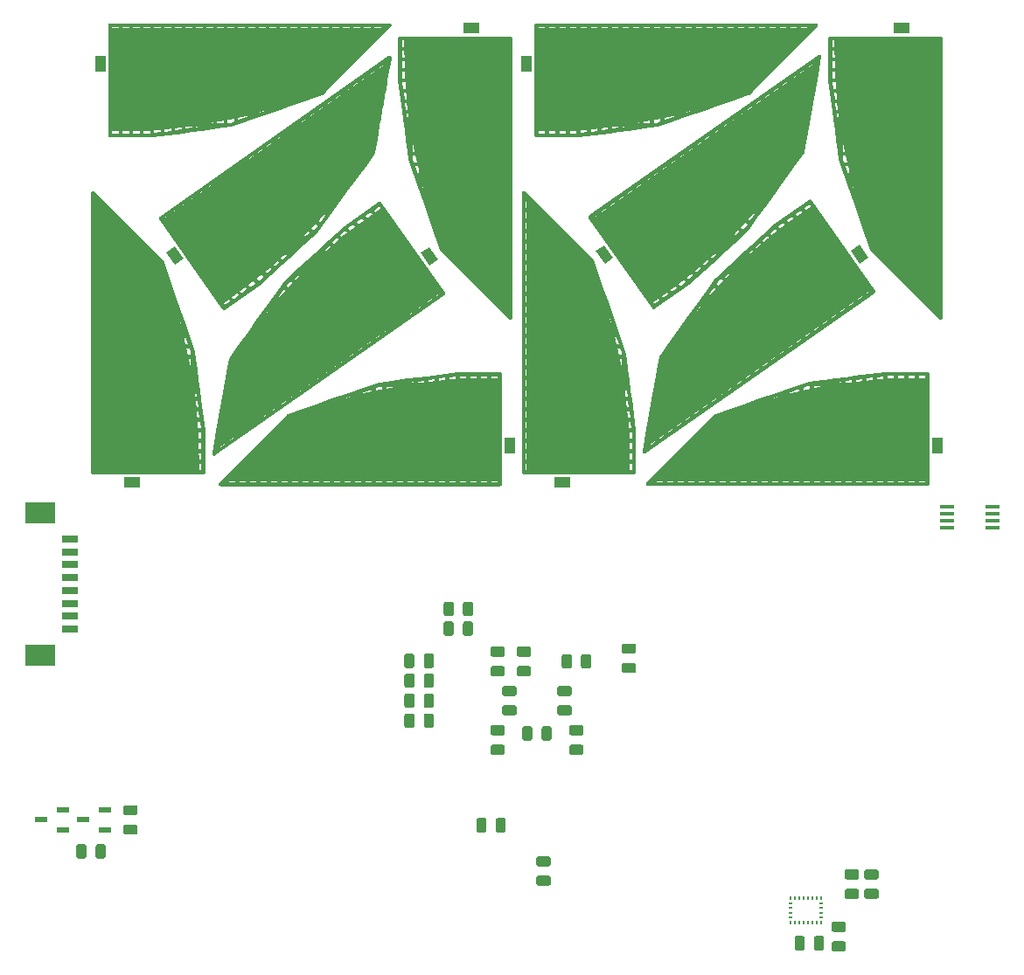
<source format=gbr>
G04 #@! TF.GenerationSoftware,KiCad,Pcbnew,5.1.5+dfsg1-2build2*
G04 #@! TF.CreationDate,2020-05-18T23:31:35+02:00*
G04 #@! TF.ProjectId,proto2,70726f74-6f32-42e6-9b69-6361645f7063,rev?*
G04 #@! TF.SameCoordinates,Original*
G04 #@! TF.FileFunction,Paste,Top*
G04 #@! TF.FilePolarity,Positive*
%FSLAX46Y46*%
G04 Gerber Fmt 4.6, Leading zero omitted, Abs format (unit mm)*
G04 Created by KiCad (PCBNEW 5.1.5+dfsg1-2build2) date 2020-05-18 23:31:35*
%MOMM*%
%LPD*%
G04 APERTURE LIST*
%ADD10C,0.100000*%
%ADD11R,3.000000X2.100000*%
%ADD12R,1.600000X0.800000*%
%ADD13R,1.425000X0.450000*%
%ADD14R,1.500000X1.000000*%
%ADD15R,1.000000X1.500000*%
%ADD16R,1.300000X0.600000*%
%ADD17R,0.230000X0.350000*%
%ADD18R,0.350000X0.230000*%
G04 APERTURE END LIST*
D10*
G36*
X174593069Y-84689613D02*
G01*
X152820008Y-99935274D01*
X154335226Y-91464205D01*
X155149349Y-90205996D01*
X156000815Y-88972749D01*
X156888856Y-87765574D01*
X157812678Y-86585556D01*
X158771448Y-85433754D01*
X159764307Y-84311203D01*
X160790360Y-83218911D01*
X161848690Y-82157860D01*
X162938341Y-81129003D01*
X164058338Y-80133264D01*
X165207673Y-79171537D01*
X166385315Y-78244687D01*
X168821259Y-76498917D01*
X174593069Y-84689613D01*
G37*
G36*
X147631331Y-77717987D02*
G01*
X169404392Y-62472326D01*
X167889174Y-70943395D01*
X167075051Y-72201604D01*
X166223585Y-73434851D01*
X165335544Y-74642026D01*
X164411722Y-75822044D01*
X163452952Y-76973846D01*
X162460093Y-78096397D01*
X161434040Y-79188689D01*
X160375710Y-80249740D01*
X159286059Y-81278597D01*
X158166062Y-82274336D01*
X157016727Y-83236063D01*
X155839085Y-84162913D01*
X153403141Y-85908683D01*
X147631331Y-77717987D01*
G37*
G36*
X181071200Y-60371200D02*
G01*
X181071200Y-86951200D01*
X175001200Y-80851200D01*
X174437497Y-79462630D01*
X173915661Y-78057789D01*
X173436161Y-76637941D01*
X172999429Y-75204360D01*
X172605856Y-73758335D01*
X172255796Y-72301164D01*
X171949563Y-70834157D01*
X171687434Y-69358631D01*
X171469642Y-67875912D01*
X171296384Y-66387332D01*
X171167815Y-64894228D01*
X171084052Y-63397941D01*
X171051200Y-60401200D01*
X181071200Y-60371200D01*
G37*
G36*
X179938200Y-103220200D02*
G01*
X153358200Y-103220200D01*
X159458200Y-97150200D01*
X160846770Y-96586497D01*
X162251611Y-96064661D01*
X163671459Y-95585161D01*
X165105040Y-95148429D01*
X166551065Y-94754856D01*
X168008236Y-94404796D01*
X169475243Y-94098563D01*
X170950769Y-93836434D01*
X172433488Y-93618642D01*
X173922068Y-93445384D01*
X175415172Y-93316815D01*
X176911459Y-93233052D01*
X179908200Y-93200200D01*
X179938200Y-103220200D01*
G37*
G36*
X142286200Y-59238200D02*
G01*
X168866200Y-59238200D01*
X162766200Y-65308200D01*
X161377630Y-65871903D01*
X159972789Y-66393739D01*
X158552941Y-66873239D01*
X157119360Y-67309971D01*
X155673335Y-67703544D01*
X154216164Y-68053604D01*
X152749157Y-68359837D01*
X151273631Y-68621966D01*
X149790912Y-68839758D01*
X148302332Y-69013016D01*
X146809228Y-69141585D01*
X145312941Y-69225348D01*
X142316200Y-69258200D01*
X142286200Y-59238200D01*
G37*
G36*
X141204000Y-102214200D02*
G01*
X141204000Y-75634200D01*
X147274000Y-81734200D01*
X147837703Y-83122770D01*
X148359539Y-84527611D01*
X148839039Y-85947459D01*
X149275771Y-87381040D01*
X149669344Y-88827065D01*
X150019404Y-90284236D01*
X150325637Y-91751243D01*
X150587766Y-93226769D01*
X150805558Y-94709488D01*
X150978816Y-96198068D01*
X151107385Y-97691172D01*
X151191148Y-99187459D01*
X151224000Y-102184200D01*
X141204000Y-102214200D01*
G37*
G36*
X138536200Y-103245600D02*
G01*
X111956200Y-103245600D01*
X118056200Y-97175600D01*
X119444770Y-96611897D01*
X120849611Y-96090061D01*
X122269459Y-95610561D01*
X123703040Y-95173829D01*
X125149065Y-94780256D01*
X126606236Y-94430196D01*
X128073243Y-94123963D01*
X129548769Y-93861834D01*
X131031488Y-93644042D01*
X132520068Y-93470784D01*
X134013172Y-93342215D01*
X135509459Y-93258452D01*
X138506200Y-93225600D01*
X138536200Y-103245600D01*
G37*
G36*
X139415200Y-60371200D02*
G01*
X139415200Y-86951200D01*
X133345200Y-80851200D01*
X132781497Y-79462630D01*
X132259661Y-78057789D01*
X131780161Y-76637941D01*
X131343429Y-75204360D01*
X130949856Y-73758335D01*
X130599796Y-72301164D01*
X130293563Y-70834157D01*
X130031434Y-69358631D01*
X129813642Y-67875912D01*
X129640384Y-66387332D01*
X129511815Y-64894228D01*
X129428052Y-63397941D01*
X129395200Y-60401200D01*
X139415200Y-60371200D01*
G37*
G36*
X132937069Y-84892813D02*
G01*
X111164008Y-100138474D01*
X112679226Y-91667405D01*
X113493349Y-90409196D01*
X114344815Y-89175949D01*
X115232856Y-87968774D01*
X116156678Y-86788756D01*
X117115448Y-85636954D01*
X118108307Y-84514403D01*
X119134360Y-83422111D01*
X120192690Y-82361060D01*
X121282341Y-81332203D01*
X122402338Y-80336464D01*
X123551673Y-79374737D01*
X124729315Y-78447887D01*
X127165259Y-76702117D01*
X132937069Y-84892813D01*
G37*
G36*
X106026131Y-77819587D02*
G01*
X127799192Y-62573926D01*
X126283974Y-71044995D01*
X125469851Y-72303204D01*
X124618385Y-73536451D01*
X123730344Y-74743626D01*
X122806522Y-75923644D01*
X121847752Y-77075446D01*
X120854893Y-78197997D01*
X119828840Y-79290289D01*
X118770510Y-80351340D01*
X117680859Y-81380197D01*
X116560862Y-82375936D01*
X115411527Y-83337663D01*
X114233885Y-84264513D01*
X111797941Y-86010283D01*
X106026131Y-77819587D01*
G37*
G36*
X101011200Y-59238200D02*
G01*
X127591200Y-59238200D01*
X121491200Y-65308200D01*
X120102630Y-65871903D01*
X118697789Y-66393739D01*
X117277941Y-66873239D01*
X115844360Y-67309971D01*
X114398335Y-67703544D01*
X112941164Y-68053604D01*
X111474157Y-68359837D01*
X109998631Y-68621966D01*
X108515912Y-68839758D01*
X107027332Y-69013016D01*
X105534228Y-69141585D01*
X104037941Y-69225348D01*
X101041200Y-69258200D01*
X101011200Y-59238200D01*
G37*
G36*
X99497200Y-102214200D02*
G01*
X99497200Y-75634200D01*
X105567200Y-81734200D01*
X106130903Y-83122770D01*
X106652739Y-84527611D01*
X107132239Y-85947459D01*
X107568971Y-87381040D01*
X107962544Y-88827065D01*
X108312604Y-90284236D01*
X108618837Y-91751243D01*
X108880966Y-93226769D01*
X109098758Y-94709488D01*
X109272016Y-96198068D01*
X109400585Y-97691172D01*
X109484348Y-99187459D01*
X109517200Y-102184200D01*
X99497200Y-102214200D01*
G37*
D11*
X94107000Y-120082000D03*
D12*
X97007000Y-117532000D03*
X97007000Y-116282000D03*
X97007000Y-115032000D03*
X97007000Y-113782000D03*
X97007000Y-112532000D03*
X97007000Y-111282000D03*
X97007000Y-110032000D03*
X97007000Y-108782000D03*
D11*
X94107000Y-106232000D03*
D13*
X186362000Y-105705000D03*
X186362000Y-106355000D03*
X186362000Y-107005000D03*
X186362000Y-107655000D03*
X181938000Y-107655000D03*
X181938000Y-107005000D03*
X181938000Y-106355000D03*
X181938000Y-105705000D03*
D10*
G36*
X168574189Y-75922372D02*
G01*
X168574262Y-75922316D01*
X168574340Y-75922267D01*
X168575413Y-75921527D01*
X168583244Y-75916746D01*
X168590869Y-75912019D01*
X168591488Y-75911715D01*
X168592092Y-75911346D01*
X168600334Y-75907362D01*
X168608401Y-75903392D01*
X168609052Y-75903148D01*
X168609684Y-75902842D01*
X168618185Y-75899714D01*
X168626692Y-75896517D01*
X168627372Y-75896334D01*
X168628022Y-75896095D01*
X168636729Y-75893827D01*
X168645565Y-75891460D01*
X168646260Y-75891344D01*
X168646931Y-75891170D01*
X168655820Y-75889762D01*
X168664843Y-75888268D01*
X168665546Y-75888221D01*
X168666231Y-75888113D01*
X168675209Y-75887580D01*
X168684340Y-75886973D01*
X168685045Y-75886995D01*
X168685736Y-75886954D01*
X168694753Y-75887300D01*
X168703870Y-75887587D01*
X168704563Y-75887677D01*
X168705262Y-75887704D01*
X168714291Y-75888940D01*
X168723247Y-75890104D01*
X168723923Y-75890260D01*
X168724621Y-75890355D01*
X168733506Y-75892472D01*
X168742287Y-75894499D01*
X168742946Y-75894721D01*
X168743629Y-75894884D01*
X168752278Y-75897862D01*
X168760806Y-75900732D01*
X168761436Y-75901016D01*
X168762104Y-75901246D01*
X168770387Y-75905038D01*
X168778629Y-75908742D01*
X168779236Y-75909089D01*
X168779871Y-75909380D01*
X168787725Y-75913951D01*
X168795584Y-75918453D01*
X168796151Y-75918856D01*
X168796759Y-75919209D01*
X168804143Y-75924535D01*
X168811512Y-75929772D01*
X168812039Y-75930230D01*
X168812607Y-75930639D01*
X168819394Y-75936624D01*
X168826259Y-75942591D01*
X168826743Y-75943102D01*
X168827263Y-75943561D01*
X168833456Y-75950202D01*
X168839684Y-75956788D01*
X168840109Y-75957336D01*
X168840589Y-75957851D01*
X168846121Y-75965086D01*
X168851661Y-75972228D01*
X174970574Y-84710942D01*
X174971315Y-84712015D01*
X174971371Y-84712088D01*
X174971420Y-84712166D01*
X174972160Y-84713240D01*
X174976941Y-84721071D01*
X174981668Y-84728696D01*
X174981972Y-84729315D01*
X174982341Y-84729919D01*
X174986325Y-84738161D01*
X174990295Y-84746228D01*
X174990539Y-84746878D01*
X174990845Y-84747510D01*
X174993973Y-84756012D01*
X174997170Y-84764518D01*
X174997353Y-84765199D01*
X174997592Y-84765849D01*
X174999860Y-84774556D01*
X175002227Y-84783392D01*
X175002342Y-84784086D01*
X175002517Y-84784758D01*
X175003925Y-84793646D01*
X175005419Y-84802670D01*
X175005466Y-84803373D01*
X175005574Y-84804058D01*
X175006107Y-84813036D01*
X175006714Y-84822167D01*
X175006692Y-84822872D01*
X175006733Y-84823562D01*
X175006386Y-84832580D01*
X175006100Y-84841697D01*
X175006010Y-84842390D01*
X175005983Y-84843089D01*
X175004746Y-84852118D01*
X175003583Y-84861074D01*
X175003427Y-84861749D01*
X175003331Y-84862448D01*
X175001215Y-84871332D01*
X174999188Y-84880113D01*
X174998966Y-84880773D01*
X174998803Y-84881455D01*
X174995825Y-84890105D01*
X174992955Y-84898632D01*
X174992671Y-84899263D01*
X174992441Y-84899931D01*
X174988649Y-84908214D01*
X174984945Y-84916456D01*
X174984598Y-84917063D01*
X174984307Y-84917697D01*
X174979736Y-84925551D01*
X174975234Y-84933411D01*
X174974831Y-84933978D01*
X174974478Y-84934585D01*
X174969152Y-84941969D01*
X174963915Y-84949339D01*
X174963457Y-84949866D01*
X174963048Y-84950433D01*
X174957063Y-84957220D01*
X174951096Y-84964086D01*
X174950585Y-84964569D01*
X174950126Y-84965090D01*
X174943485Y-84971283D01*
X174936899Y-84977511D01*
X174936351Y-84977935D01*
X174935836Y-84978416D01*
X174928601Y-84983947D01*
X174921459Y-84989487D01*
X152762577Y-100505304D01*
X152760931Y-100506439D01*
X152760856Y-100506497D01*
X152760787Y-100506539D01*
X152760279Y-100506890D01*
X152752342Y-100511735D01*
X152744213Y-100516735D01*
X152743896Y-100516890D01*
X152743600Y-100517070D01*
X152735173Y-100521144D01*
X152726651Y-100525301D01*
X152726323Y-100525423D01*
X152726009Y-100525574D01*
X152717209Y-100528812D01*
X152708335Y-100532112D01*
X152707994Y-100532202D01*
X152707670Y-100532321D01*
X152698669Y-100534666D01*
X152689444Y-100537103D01*
X152689094Y-100537160D01*
X152688761Y-100537246D01*
X152679657Y-100538688D01*
X152670155Y-100540228D01*
X152669798Y-100540250D01*
X152669461Y-100540303D01*
X152660177Y-100540855D01*
X152650654Y-100541454D01*
X152650304Y-100541441D01*
X152649957Y-100541462D01*
X152640545Y-100541102D01*
X152631126Y-100540772D01*
X152630781Y-100540726D01*
X152630430Y-100540713D01*
X152621016Y-100539423D01*
X152611758Y-100538188D01*
X152611423Y-100538109D01*
X152611071Y-100538061D01*
X152601748Y-100535840D01*
X152592735Y-100533725D01*
X152592411Y-100533615D01*
X152592064Y-100533532D01*
X152583058Y-100530432D01*
X152574237Y-100527429D01*
X152573919Y-100527285D01*
X152573588Y-100527171D01*
X152565072Y-100523272D01*
X152556441Y-100519357D01*
X152556136Y-100519180D01*
X152555822Y-100519036D01*
X152547751Y-100514339D01*
X152539521Y-100509587D01*
X152539235Y-100509383D01*
X152538934Y-100509207D01*
X152531355Y-100503742D01*
X152523632Y-100498212D01*
X152523365Y-100497979D01*
X152523086Y-100497777D01*
X152516178Y-100491687D01*
X152508930Y-100485342D01*
X152508683Y-100485079D01*
X152508429Y-100484855D01*
X152502157Y-100478129D01*
X152495554Y-100471098D01*
X152495338Y-100470817D01*
X152495103Y-100470565D01*
X152489450Y-100463172D01*
X152483632Y-100455616D01*
X152483445Y-100455318D01*
X152483235Y-100455042D01*
X152478311Y-100447100D01*
X152473278Y-100439045D01*
X152473122Y-100438730D01*
X152472938Y-100438435D01*
X152468778Y-100429981D01*
X152464589Y-100421542D01*
X152464466Y-100421218D01*
X152464311Y-100420902D01*
X152460980Y-100412039D01*
X152457650Y-100403276D01*
X152457559Y-100402941D01*
X152457436Y-100402612D01*
X152454977Y-100393435D01*
X152452528Y-100384420D01*
X152452470Y-100384080D01*
X152452379Y-100383739D01*
X152450829Y-100374380D01*
X152449269Y-100365154D01*
X152449244Y-100364808D01*
X152449187Y-100364461D01*
X152448556Y-100354953D01*
X152447906Y-100345662D01*
X152447916Y-100345319D01*
X152447892Y-100344964D01*
X152448195Y-100335335D01*
X152448452Y-100326131D01*
X152448495Y-100325793D01*
X152448506Y-100325434D01*
X152449746Y-100315885D01*
X152450901Y-100306744D01*
X152551767Y-99734699D01*
X153015149Y-99410236D01*
X153217139Y-99698707D01*
X153721736Y-99345383D01*
X153166424Y-98552315D01*
X153015149Y-99410236D01*
X152551767Y-99734699D01*
X152741313Y-98659733D01*
X153404697Y-98195226D01*
X154049397Y-99115953D01*
X154553995Y-98762630D01*
X153909295Y-97841903D01*
X154236956Y-97612472D01*
X154881656Y-98533199D01*
X155386253Y-98179876D01*
X154741553Y-97259149D01*
X155069214Y-97029719D01*
X155713914Y-97950446D01*
X156218512Y-97597122D01*
X155573812Y-96676396D01*
X155901473Y-96446965D01*
X156546173Y-97367692D01*
X157050770Y-97014369D01*
X156406070Y-96093642D01*
X156733731Y-95864211D01*
X157378431Y-96784938D01*
X157883029Y-96431615D01*
X157238329Y-95510888D01*
X157565990Y-95281458D01*
X158210689Y-96202185D01*
X158715287Y-95848861D01*
X158070587Y-94928135D01*
X158398248Y-94698704D01*
X159042948Y-95619431D01*
X159547546Y-95266108D01*
X158902846Y-94345381D01*
X159230506Y-94115950D01*
X159875206Y-95036677D01*
X160379804Y-94683354D01*
X159735104Y-93762627D01*
X160062765Y-93533197D01*
X160707465Y-94453924D01*
X161212063Y-94100601D01*
X160567363Y-93179874D01*
X160895023Y-92950443D01*
X161539723Y-93871170D01*
X162044321Y-93517847D01*
X161399621Y-92597120D01*
X161727282Y-92367689D01*
X162371982Y-93288416D01*
X162876580Y-92935093D01*
X162231880Y-92014366D01*
X162559540Y-91784936D01*
X163204240Y-92705663D01*
X163708838Y-92352340D01*
X163064138Y-91431613D01*
X163391799Y-91202182D01*
X164036499Y-92122909D01*
X164541096Y-91769586D01*
X163896397Y-90848859D01*
X164224057Y-90619428D01*
X164868757Y-91540155D01*
X165373355Y-91186832D01*
X164728655Y-90266105D01*
X165056316Y-90036675D01*
X165701016Y-90957402D01*
X166205613Y-90604079D01*
X165560913Y-89683352D01*
X165888574Y-89453921D01*
X166533274Y-90374648D01*
X167037872Y-90021325D01*
X166393172Y-89100598D01*
X166720833Y-88871167D01*
X167365533Y-89791894D01*
X167870130Y-89438571D01*
X167225430Y-88517844D01*
X167553091Y-88288414D01*
X168197791Y-89209141D01*
X168702389Y-88855818D01*
X168057689Y-87935091D01*
X168385350Y-87705660D01*
X169030050Y-88626387D01*
X169534647Y-88273064D01*
X168889947Y-87352337D01*
X169217608Y-87122906D01*
X169862308Y-88043633D01*
X170366906Y-87690310D01*
X169722206Y-86769583D01*
X170049867Y-86540153D01*
X170694567Y-87460880D01*
X171199164Y-87107557D01*
X170554464Y-86186830D01*
X170882125Y-85957399D01*
X171526825Y-86878126D01*
X172031423Y-86524803D01*
X171386723Y-85604076D01*
X171714384Y-85374645D01*
X172359084Y-86295372D01*
X172863681Y-85942049D01*
X172218981Y-85021322D01*
X172546642Y-84791892D01*
X173191342Y-85712619D01*
X173695940Y-85359296D01*
X173051240Y-84438569D01*
X173378901Y-84209138D01*
X174023601Y-85129865D01*
X174528198Y-84776542D01*
X173883498Y-83855815D01*
X173378901Y-84209138D01*
X173051240Y-84438569D01*
X172546642Y-84791892D01*
X172218981Y-85021322D01*
X171714384Y-85374645D01*
X171386723Y-85604076D01*
X170882125Y-85957399D01*
X170554464Y-86186830D01*
X170049867Y-86540153D01*
X169722206Y-86769583D01*
X169217608Y-87122906D01*
X168889947Y-87352337D01*
X168385350Y-87705660D01*
X168057689Y-87935091D01*
X167553091Y-88288414D01*
X167225430Y-88517844D01*
X166720833Y-88871167D01*
X166393172Y-89100598D01*
X165888574Y-89453921D01*
X165560913Y-89683352D01*
X165056316Y-90036675D01*
X164728655Y-90266105D01*
X164224057Y-90619428D01*
X163896397Y-90848859D01*
X163391799Y-91202182D01*
X163064138Y-91431613D01*
X162559540Y-91784936D01*
X162231880Y-92014366D01*
X161727282Y-92367689D01*
X161399621Y-92597120D01*
X160895023Y-92950443D01*
X160567363Y-93179874D01*
X160062765Y-93533197D01*
X159735104Y-93762627D01*
X159230506Y-94115950D01*
X158902846Y-94345381D01*
X158398248Y-94698704D01*
X158070587Y-94928135D01*
X157565990Y-95281458D01*
X157238329Y-95510888D01*
X156733731Y-95864211D01*
X156406070Y-96093642D01*
X155901473Y-96446965D01*
X155573812Y-96676396D01*
X155069214Y-97029719D01*
X154741553Y-97259149D01*
X154236956Y-97612472D01*
X153909295Y-97841903D01*
X153404697Y-98195226D01*
X152741313Y-98659733D01*
X152839543Y-98102641D01*
X153302925Y-97778178D01*
X153679864Y-97514242D01*
X153415928Y-97137303D01*
X153302925Y-97778178D01*
X152839543Y-98102641D01*
X152990817Y-97244721D01*
X153654202Y-96780214D01*
X154007525Y-97284811D01*
X154512123Y-96931488D01*
X154158800Y-96426891D01*
X154486460Y-96197460D01*
X154839784Y-96702058D01*
X155344381Y-96348735D01*
X154991058Y-95844137D01*
X155318719Y-95614707D01*
X155672042Y-96119304D01*
X156176640Y-95765981D01*
X155823317Y-95261383D01*
X156150977Y-95031953D01*
X156504300Y-95536551D01*
X157008898Y-95183227D01*
X156655575Y-94678630D01*
X156983236Y-94449199D01*
X157336559Y-94953797D01*
X157841157Y-94600474D01*
X157487834Y-94095876D01*
X157815494Y-93866446D01*
X158168817Y-94371043D01*
X158673415Y-94017720D01*
X158320092Y-93513122D01*
X158647753Y-93283692D01*
X159001076Y-93788290D01*
X159505674Y-93434966D01*
X159152350Y-92930369D01*
X159480011Y-92700938D01*
X159833334Y-93205536D01*
X160337932Y-92852213D01*
X159984609Y-92347615D01*
X160312270Y-92118185D01*
X160665593Y-92622782D01*
X161170191Y-92269459D01*
X160816867Y-91764861D01*
X161144528Y-91535431D01*
X161497851Y-92040029D01*
X162002449Y-91686705D01*
X161649126Y-91182108D01*
X161976787Y-90952677D01*
X162330110Y-91457275D01*
X162834707Y-91103952D01*
X162481384Y-90599354D01*
X162809045Y-90369924D01*
X163162368Y-90874521D01*
X163666966Y-90521198D01*
X163313643Y-90016600D01*
X163641304Y-89787170D01*
X163994627Y-90291768D01*
X164499224Y-89938444D01*
X164145901Y-89433847D01*
X164473562Y-89204416D01*
X164826885Y-89709014D01*
X165331483Y-89355691D01*
X164978160Y-88851093D01*
X165305821Y-88621663D01*
X165659144Y-89126260D01*
X166163741Y-88772937D01*
X165810418Y-88268340D01*
X166138079Y-88038909D01*
X166491402Y-88543507D01*
X166996000Y-88190184D01*
X166642677Y-87685586D01*
X166970338Y-87456155D01*
X167323661Y-87960753D01*
X167828258Y-87607430D01*
X167474935Y-87102832D01*
X167802596Y-86873402D01*
X168155919Y-87377999D01*
X168660517Y-87024676D01*
X168307194Y-86520079D01*
X168634855Y-86290648D01*
X168988178Y-86795246D01*
X169492775Y-86441923D01*
X169139452Y-85937325D01*
X169467113Y-85707894D01*
X169820436Y-86212492D01*
X170325034Y-85859169D01*
X169971711Y-85354571D01*
X170299372Y-85125141D01*
X170652695Y-85629738D01*
X171157292Y-85276415D01*
X170803969Y-84771818D01*
X171131630Y-84542387D01*
X171484953Y-85046985D01*
X171989551Y-84693662D01*
X171636228Y-84189064D01*
X171963888Y-83959633D01*
X172317212Y-84464231D01*
X172821809Y-84110908D01*
X172468486Y-83606310D01*
X172796147Y-83376880D01*
X173149470Y-83881477D01*
X173654068Y-83528154D01*
X173300745Y-83023557D01*
X172796147Y-83376880D01*
X172468486Y-83606310D01*
X171963888Y-83959633D01*
X171636228Y-84189064D01*
X171131630Y-84542387D01*
X170803969Y-84771818D01*
X170299372Y-85125141D01*
X169971711Y-85354571D01*
X169467113Y-85707894D01*
X169139452Y-85937325D01*
X168634855Y-86290648D01*
X168307194Y-86520079D01*
X167802596Y-86873402D01*
X167474935Y-87102832D01*
X166970338Y-87456155D01*
X166642677Y-87685586D01*
X166138079Y-88038909D01*
X165810418Y-88268340D01*
X165305821Y-88621663D01*
X164978160Y-88851093D01*
X164473562Y-89204416D01*
X164145901Y-89433847D01*
X163641304Y-89787170D01*
X163313643Y-90016600D01*
X162809045Y-90369924D01*
X162481384Y-90599354D01*
X161976787Y-90952677D01*
X161649126Y-91182108D01*
X161144528Y-91535431D01*
X160816867Y-91764861D01*
X160312270Y-92118185D01*
X159984609Y-92347615D01*
X159480011Y-92700938D01*
X159152350Y-92930369D01*
X158647753Y-93283692D01*
X158320092Y-93513122D01*
X157815494Y-93866446D01*
X157487834Y-94095876D01*
X156983236Y-94449199D01*
X156655575Y-94678630D01*
X156150977Y-95031953D01*
X155823317Y-95261383D01*
X155318719Y-95614707D01*
X154991058Y-95844137D01*
X154486460Y-96197460D01*
X154158800Y-96426891D01*
X153654202Y-96780214D01*
X152990817Y-97244721D01*
X153089048Y-96687629D01*
X153552430Y-96363166D01*
X153929369Y-96099230D01*
X153665434Y-95722291D01*
X153552430Y-96363166D01*
X153089048Y-96687629D01*
X153240322Y-95829709D01*
X153903707Y-95365202D01*
X154257030Y-95869799D01*
X154761628Y-95516476D01*
X154408304Y-95011879D01*
X154735965Y-94782448D01*
X155089288Y-95287046D01*
X155593886Y-94933723D01*
X155240563Y-94429125D01*
X155568224Y-94199694D01*
X155921547Y-94704292D01*
X156426144Y-94350969D01*
X156072821Y-93846371D01*
X156400482Y-93616941D01*
X156753805Y-94121538D01*
X157258403Y-93768215D01*
X156905080Y-93263618D01*
X157232741Y-93034187D01*
X157586064Y-93538785D01*
X158090661Y-93185462D01*
X157737338Y-92680864D01*
X158064999Y-92451433D01*
X158418322Y-92956031D01*
X158922920Y-92602708D01*
X158569597Y-92098110D01*
X158897258Y-91868680D01*
X159250581Y-92373277D01*
X159755178Y-92019954D01*
X159401855Y-91515357D01*
X159729516Y-91285926D01*
X160082839Y-91790524D01*
X160587437Y-91437201D01*
X160234114Y-90932603D01*
X160561775Y-90703172D01*
X160915098Y-91207770D01*
X161419695Y-90854447D01*
X161066372Y-90349849D01*
X161394033Y-90120419D01*
X161747356Y-90625016D01*
X162251954Y-90271693D01*
X161898631Y-89767096D01*
X162226292Y-89537665D01*
X162579615Y-90042263D01*
X163084212Y-89688940D01*
X162730889Y-89184342D01*
X163058550Y-88954911D01*
X163411873Y-89459509D01*
X163916471Y-89106186D01*
X163563148Y-88601588D01*
X163890809Y-88372158D01*
X164244132Y-88876755D01*
X164748729Y-88523432D01*
X164395406Y-88018835D01*
X164723067Y-87789404D01*
X165076390Y-88294002D01*
X165580988Y-87940679D01*
X165227665Y-87436081D01*
X165555325Y-87206650D01*
X165908649Y-87711248D01*
X166413246Y-87357925D01*
X166059923Y-86853327D01*
X166387584Y-86623897D01*
X166740907Y-87128494D01*
X167245505Y-86775171D01*
X166892182Y-86270574D01*
X167219842Y-86041143D01*
X167573166Y-86545741D01*
X168077763Y-86192418D01*
X167724440Y-85687820D01*
X168052101Y-85458389D01*
X168405424Y-85962987D01*
X168910022Y-85609664D01*
X168556699Y-85105066D01*
X168884359Y-84875636D01*
X169237682Y-85380233D01*
X169742280Y-85026910D01*
X169388957Y-84522313D01*
X169716618Y-84292882D01*
X170069941Y-84797480D01*
X170574539Y-84444157D01*
X170221216Y-83939559D01*
X170548876Y-83710129D01*
X170902199Y-84214726D01*
X171406797Y-83861403D01*
X171053474Y-83356805D01*
X171381135Y-83127375D01*
X171734458Y-83631973D01*
X172239056Y-83278649D01*
X171885732Y-82774052D01*
X172213393Y-82544621D01*
X172566716Y-83049219D01*
X173071314Y-82695896D01*
X172717991Y-82191298D01*
X172213393Y-82544621D01*
X171885732Y-82774052D01*
X171381135Y-83127375D01*
X171053474Y-83356805D01*
X170548876Y-83710129D01*
X170221216Y-83939559D01*
X169716618Y-84292882D01*
X169388957Y-84522313D01*
X168884359Y-84875636D01*
X168556699Y-85105066D01*
X168052101Y-85458389D01*
X167724440Y-85687820D01*
X167219842Y-86041143D01*
X166892182Y-86270574D01*
X166387584Y-86623897D01*
X166059923Y-86853327D01*
X165555325Y-87206650D01*
X165227665Y-87436081D01*
X164723067Y-87789404D01*
X164395406Y-88018835D01*
X163890809Y-88372158D01*
X163563148Y-88601588D01*
X163058550Y-88954911D01*
X162730889Y-89184342D01*
X162226292Y-89537665D01*
X161898631Y-89767096D01*
X161394033Y-90120419D01*
X161066372Y-90349849D01*
X160561775Y-90703172D01*
X160234114Y-90932603D01*
X159729516Y-91285926D01*
X159401855Y-91515357D01*
X158897258Y-91868680D01*
X158569597Y-92098110D01*
X158064999Y-92451433D01*
X157737338Y-92680864D01*
X157232741Y-93034187D01*
X156905080Y-93263618D01*
X156400482Y-93616941D01*
X156072821Y-93846371D01*
X155568224Y-94199694D01*
X155240563Y-94429125D01*
X154735965Y-94782448D01*
X154408304Y-95011879D01*
X153903707Y-95365202D01*
X153240322Y-95829709D01*
X153338552Y-95272617D01*
X153801935Y-94948153D01*
X154178874Y-94684218D01*
X153914939Y-94307279D01*
X153801935Y-94948153D01*
X153338552Y-95272617D01*
X153489827Y-94414696D01*
X154153212Y-93950190D01*
X154506535Y-94454787D01*
X155011132Y-94101464D01*
X154657809Y-93596866D01*
X154985470Y-93367436D01*
X155338793Y-93872034D01*
X155843391Y-93518710D01*
X155490068Y-93014113D01*
X155817729Y-92784682D01*
X156171052Y-93289280D01*
X156675649Y-92935957D01*
X156322326Y-92431359D01*
X156649987Y-92201929D01*
X157003310Y-92706526D01*
X157507908Y-92353203D01*
X157154585Y-91848605D01*
X157482246Y-91619175D01*
X157835569Y-92123773D01*
X158340166Y-91770449D01*
X157986843Y-91265852D01*
X158314504Y-91036421D01*
X158667827Y-91541019D01*
X159172425Y-91187696D01*
X158819102Y-90683098D01*
X159146762Y-90453668D01*
X159500086Y-90958265D01*
X160004683Y-90604942D01*
X159651360Y-90100345D01*
X159979021Y-89870914D01*
X160332344Y-90375512D01*
X160836942Y-90022189D01*
X160483619Y-89517591D01*
X160811279Y-89288160D01*
X161164603Y-89792758D01*
X161669200Y-89439435D01*
X161315877Y-88934837D01*
X161643538Y-88705407D01*
X161996861Y-89210004D01*
X162501459Y-88856681D01*
X162148136Y-88352084D01*
X162475796Y-88122653D01*
X162829119Y-88627251D01*
X163333717Y-88273928D01*
X162980394Y-87769330D01*
X163308055Y-87539899D01*
X163661378Y-88044497D01*
X164165976Y-87691174D01*
X163812653Y-87186576D01*
X164140313Y-86957146D01*
X164493636Y-87461743D01*
X164998234Y-87108420D01*
X164644911Y-86603823D01*
X164972572Y-86374392D01*
X165325895Y-86878990D01*
X165830493Y-86525667D01*
X165477169Y-86021069D01*
X165804830Y-85791638D01*
X166158153Y-86296236D01*
X166662751Y-85942913D01*
X166309428Y-85438315D01*
X166637089Y-85208885D01*
X166990412Y-85713482D01*
X167495010Y-85360159D01*
X167141686Y-84855562D01*
X167469347Y-84626131D01*
X167822670Y-85130729D01*
X168327268Y-84777406D01*
X167973945Y-84272808D01*
X168301606Y-84043377D01*
X168654929Y-84547975D01*
X169159526Y-84194652D01*
X168806203Y-83690054D01*
X169133864Y-83460624D01*
X169487187Y-83965221D01*
X169991785Y-83611898D01*
X169638462Y-83107301D01*
X169966123Y-82877870D01*
X170319446Y-83382468D01*
X170824043Y-83029145D01*
X170470720Y-82524547D01*
X170798381Y-82295116D01*
X171151704Y-82799714D01*
X171656302Y-82446391D01*
X171302979Y-81941793D01*
X170798381Y-82295116D01*
X170470720Y-82524547D01*
X169966123Y-82877870D01*
X169638462Y-83107301D01*
X169133864Y-83460624D01*
X168806203Y-83690054D01*
X168301606Y-84043377D01*
X167973945Y-84272808D01*
X167469347Y-84626131D01*
X167141686Y-84855562D01*
X166637089Y-85208885D01*
X166309428Y-85438315D01*
X165804830Y-85791638D01*
X165477169Y-86021069D01*
X164972572Y-86374392D01*
X164644911Y-86603823D01*
X164140313Y-86957146D01*
X163812653Y-87186576D01*
X163308055Y-87539899D01*
X162980394Y-87769330D01*
X162475796Y-88122653D01*
X162148136Y-88352084D01*
X161643538Y-88705407D01*
X161315877Y-88934837D01*
X160811279Y-89288160D01*
X160483619Y-89517591D01*
X159979021Y-89870914D01*
X159651360Y-90100345D01*
X159146762Y-90453668D01*
X158819102Y-90683098D01*
X158314504Y-91036421D01*
X157986843Y-91265852D01*
X157482246Y-91619175D01*
X157154585Y-91848605D01*
X156649987Y-92201929D01*
X156322326Y-92431359D01*
X155817729Y-92784682D01*
X155490068Y-93014113D01*
X154985470Y-93367436D01*
X154657809Y-93596866D01*
X154153212Y-93950190D01*
X153489827Y-94414696D01*
X153588057Y-93857605D01*
X154051440Y-93533141D01*
X154428379Y-93269206D01*
X154164443Y-92892267D01*
X154051440Y-93533141D01*
X153588057Y-93857605D01*
X153739332Y-92999684D01*
X154402716Y-92535177D01*
X154756040Y-93039775D01*
X155260637Y-92686452D01*
X154907314Y-92181854D01*
X155234975Y-91952424D01*
X155588298Y-92457021D01*
X156092896Y-92103698D01*
X155739573Y-91599101D01*
X156067233Y-91369670D01*
X156420556Y-91874268D01*
X156925154Y-91520945D01*
X156571831Y-91016347D01*
X156899492Y-90786916D01*
X157252815Y-91291514D01*
X157757413Y-90938191D01*
X157404090Y-90433593D01*
X157731750Y-90204163D01*
X158085073Y-90708760D01*
X158589671Y-90355437D01*
X158236348Y-89850840D01*
X158564009Y-89621409D01*
X158917332Y-90126007D01*
X159421930Y-89772684D01*
X159068606Y-89268086D01*
X159396267Y-89038655D01*
X159749590Y-89543253D01*
X160254188Y-89189930D01*
X159900865Y-88685332D01*
X160228526Y-88455902D01*
X160581849Y-88960499D01*
X161086447Y-88607176D01*
X160733123Y-88102579D01*
X161060784Y-87873148D01*
X161414107Y-88377746D01*
X161918705Y-88024423D01*
X161565382Y-87519825D01*
X161893043Y-87290394D01*
X162246366Y-87794992D01*
X162750963Y-87441669D01*
X162397640Y-86937071D01*
X162725301Y-86707641D01*
X163078624Y-87212238D01*
X163583222Y-86858915D01*
X163229899Y-86354318D01*
X163557560Y-86124887D01*
X163910883Y-86629485D01*
X164415480Y-86276162D01*
X164062157Y-85771564D01*
X164389818Y-85542134D01*
X164743141Y-86046731D01*
X165247739Y-85693408D01*
X164894416Y-85188810D01*
X165222077Y-84959380D01*
X165575400Y-85463978D01*
X166079997Y-85110654D01*
X165726674Y-84606057D01*
X166054335Y-84376626D01*
X166407658Y-84881224D01*
X166912256Y-84527901D01*
X166558933Y-84023303D01*
X166886594Y-83793873D01*
X167239917Y-84298470D01*
X167744514Y-83945147D01*
X167391191Y-83440549D01*
X167718852Y-83211119D01*
X168072175Y-83715717D01*
X168576773Y-83362393D01*
X168223450Y-82857796D01*
X168551111Y-82628365D01*
X168904434Y-83132963D01*
X169409031Y-82779640D01*
X169055708Y-82275042D01*
X169383369Y-82045612D01*
X169736692Y-82550209D01*
X170241290Y-82196886D01*
X169887967Y-81692288D01*
X170215627Y-81462858D01*
X170568951Y-81967456D01*
X171073548Y-81614132D01*
X170720225Y-81109535D01*
X171047886Y-80880104D01*
X171401209Y-81384702D01*
X171905807Y-81031379D01*
X171552484Y-80526781D01*
X171047886Y-80880104D01*
X170720225Y-81109535D01*
X170215627Y-81462858D01*
X169887967Y-81692288D01*
X169383369Y-82045612D01*
X169055708Y-82275042D01*
X168551111Y-82628365D01*
X168223450Y-82857796D01*
X167718852Y-83211119D01*
X167391191Y-83440549D01*
X166886594Y-83793873D01*
X166558933Y-84023303D01*
X166054335Y-84376626D01*
X165726674Y-84606057D01*
X165222077Y-84959380D01*
X164894416Y-85188810D01*
X164389818Y-85542134D01*
X164062157Y-85771564D01*
X163557560Y-86124887D01*
X163229899Y-86354318D01*
X162725301Y-86707641D01*
X162397640Y-86937071D01*
X161893043Y-87290394D01*
X161565382Y-87519825D01*
X161060784Y-87873148D01*
X160733123Y-88102579D01*
X160228526Y-88455902D01*
X159900865Y-88685332D01*
X159396267Y-89038655D01*
X159068606Y-89268086D01*
X158564009Y-89621409D01*
X158236348Y-89850840D01*
X157731750Y-90204163D01*
X157404090Y-90433593D01*
X156899492Y-90786916D01*
X156571831Y-91016347D01*
X156067233Y-91369670D01*
X155739573Y-91599101D01*
X155234975Y-91952424D01*
X154907314Y-92181854D01*
X154402716Y-92535177D01*
X153739332Y-92999684D01*
X153837562Y-92442593D01*
X154300945Y-92118129D01*
X154677884Y-91854194D01*
X154413948Y-91477255D01*
X154300945Y-92118129D01*
X153837562Y-92442593D01*
X153988837Y-91584672D01*
X154652221Y-91120165D01*
X155005544Y-91624763D01*
X155510142Y-91271440D01*
X155156819Y-90766842D01*
X155484480Y-90537412D01*
X155837803Y-91042009D01*
X156342400Y-90688686D01*
X155989077Y-90184089D01*
X156316738Y-89954658D01*
X156670061Y-90459256D01*
X157174659Y-90105933D01*
X156821336Y-89601335D01*
X157148997Y-89371904D01*
X157502320Y-89876502D01*
X158006917Y-89523179D01*
X157653594Y-89018581D01*
X157981255Y-88789151D01*
X158334578Y-89293748D01*
X158839176Y-88940425D01*
X158485853Y-88435828D01*
X158813514Y-88206397D01*
X159166837Y-88710995D01*
X159671434Y-88357672D01*
X159318111Y-87853074D01*
X159645772Y-87623643D01*
X159999095Y-88128241D01*
X160503693Y-87774918D01*
X160150370Y-87270320D01*
X160478031Y-87040890D01*
X160831354Y-87545487D01*
X161335951Y-87192164D01*
X160982628Y-86687567D01*
X161310289Y-86458136D01*
X161663612Y-86962734D01*
X162168210Y-86609411D01*
X161814887Y-86104813D01*
X162142548Y-85875382D01*
X162495871Y-86379980D01*
X163000468Y-86026657D01*
X162647145Y-85522059D01*
X162974806Y-85292629D01*
X163328129Y-85797226D01*
X163832727Y-85443903D01*
X163479404Y-84939306D01*
X163807064Y-84709875D01*
X164160388Y-85214473D01*
X164664985Y-84861150D01*
X164311662Y-84356552D01*
X164639323Y-84127121D01*
X164992646Y-84631719D01*
X165497244Y-84278396D01*
X165143921Y-83773798D01*
X165471581Y-83544368D01*
X165824905Y-84048965D01*
X166329502Y-83695642D01*
X165976179Y-83191045D01*
X166303840Y-82961614D01*
X166657163Y-83466212D01*
X167161761Y-83112889D01*
X166808438Y-82608291D01*
X167136098Y-82378860D01*
X167489421Y-82883458D01*
X167994019Y-82530135D01*
X167640696Y-82025537D01*
X167968357Y-81796107D01*
X168321680Y-82300704D01*
X168826278Y-81947381D01*
X168472955Y-81442784D01*
X168800615Y-81213353D01*
X169153938Y-81717951D01*
X169658536Y-81364628D01*
X169305213Y-80860030D01*
X169632874Y-80630599D01*
X169986197Y-81135197D01*
X170490795Y-80781874D01*
X170137471Y-80277276D01*
X170465132Y-80047846D01*
X170818455Y-80552443D01*
X171323053Y-80199120D01*
X170969730Y-79694523D01*
X170465132Y-80047846D01*
X170137471Y-80277276D01*
X169632874Y-80630599D01*
X169305213Y-80860030D01*
X168800615Y-81213353D01*
X168472955Y-81442784D01*
X167968357Y-81796107D01*
X167640696Y-82025537D01*
X167136098Y-82378860D01*
X166808438Y-82608291D01*
X166303840Y-82961614D01*
X165976179Y-83191045D01*
X165471581Y-83544368D01*
X165143921Y-83773798D01*
X164639323Y-84127121D01*
X164311662Y-84356552D01*
X163807064Y-84709875D01*
X163479404Y-84939306D01*
X162974806Y-85292629D01*
X162647145Y-85522059D01*
X162142548Y-85875382D01*
X161814887Y-86104813D01*
X161310289Y-86458136D01*
X160982628Y-86687567D01*
X160478031Y-87040890D01*
X160150370Y-87270320D01*
X159645772Y-87623643D01*
X159318111Y-87853074D01*
X158813514Y-88206397D01*
X158485853Y-88435828D01*
X157981255Y-88789151D01*
X157653594Y-89018581D01*
X157148997Y-89371904D01*
X156821336Y-89601335D01*
X156316738Y-89954658D01*
X155989077Y-90184089D01*
X155484480Y-90537412D01*
X155156819Y-90766842D01*
X154652221Y-91120165D01*
X153988837Y-91584672D01*
X154072681Y-91109165D01*
X154073185Y-91106419D01*
X154074264Y-91101958D01*
X154075106Y-91097473D01*
X154076555Y-91092491D01*
X154077780Y-91087426D01*
X154079286Y-91083100D01*
X154080564Y-91078711D01*
X154082494Y-91073890D01*
X154084206Y-91068974D01*
X154086125Y-91064818D01*
X154087826Y-91060572D01*
X154090222Y-91055953D01*
X154092403Y-91051235D01*
X154094718Y-91047289D01*
X154096825Y-91043227D01*
X154099657Y-91038871D01*
X154102290Y-91034382D01*
X154104981Y-91030678D01*
X154107474Y-91026844D01*
X154127250Y-90999445D01*
X155124631Y-90301070D01*
X155759647Y-89856428D01*
X155604988Y-89635552D01*
X155124631Y-90301070D01*
X154127250Y-90999445D01*
X154855465Y-89990528D01*
X155852847Y-89292153D01*
X156087308Y-89626997D01*
X156591905Y-89273674D01*
X156238582Y-88769076D01*
X156566243Y-88539646D01*
X156919566Y-89044243D01*
X157424164Y-88690920D01*
X157070841Y-88186323D01*
X157398501Y-87956892D01*
X157751825Y-88461490D01*
X158256422Y-88108167D01*
X157903099Y-87603569D01*
X158230760Y-87374139D01*
X158584083Y-87878736D01*
X159088681Y-87525413D01*
X158735358Y-87020815D01*
X159063018Y-86791385D01*
X159416342Y-87295983D01*
X159920939Y-86942659D01*
X159567616Y-86438062D01*
X159895277Y-86208631D01*
X160248600Y-86713229D01*
X160753198Y-86359906D01*
X160399875Y-85855308D01*
X160727535Y-85625878D01*
X161080858Y-86130475D01*
X161585456Y-85777152D01*
X161232133Y-85272554D01*
X161559794Y-85043124D01*
X161913117Y-85547722D01*
X162417715Y-85194398D01*
X162064392Y-84689801D01*
X162392052Y-84460370D01*
X162745375Y-84964968D01*
X163249973Y-84611645D01*
X162896650Y-84107047D01*
X163224311Y-83877617D01*
X163577634Y-84382214D01*
X164082232Y-84028891D01*
X163728908Y-83524293D01*
X164056569Y-83294863D01*
X164409892Y-83799461D01*
X164914490Y-83446137D01*
X164561167Y-82941540D01*
X164888828Y-82712109D01*
X165242151Y-83216707D01*
X165746749Y-82863384D01*
X165393425Y-82358786D01*
X165721086Y-82129356D01*
X166074409Y-82633953D01*
X166579007Y-82280630D01*
X166225684Y-81776032D01*
X166553345Y-81546602D01*
X166906668Y-82051200D01*
X167411265Y-81697876D01*
X167057942Y-81193279D01*
X167385603Y-80963848D01*
X167738926Y-81468446D01*
X168243524Y-81115123D01*
X167890201Y-80610525D01*
X168217862Y-80381095D01*
X168571185Y-80885692D01*
X169075782Y-80532369D01*
X168722459Y-80027772D01*
X169050120Y-79798341D01*
X169403443Y-80302939D01*
X169908041Y-79949616D01*
X169554718Y-79445018D01*
X169882379Y-79215587D01*
X170235702Y-79720185D01*
X170740299Y-79366862D01*
X170386976Y-78862264D01*
X169882379Y-79215587D01*
X169554718Y-79445018D01*
X169050120Y-79798341D01*
X168722459Y-80027772D01*
X168217862Y-80381095D01*
X167890201Y-80610525D01*
X167385603Y-80963848D01*
X167057942Y-81193279D01*
X166553345Y-81546602D01*
X166225684Y-81776032D01*
X165721086Y-82129356D01*
X165393425Y-82358786D01*
X164888828Y-82712109D01*
X164561167Y-82941540D01*
X164056569Y-83294863D01*
X163728908Y-83524293D01*
X163224311Y-83877617D01*
X162896650Y-84107047D01*
X162392052Y-84460370D01*
X162064392Y-84689801D01*
X161559794Y-85043124D01*
X161232133Y-85272554D01*
X160727535Y-85625878D01*
X160399875Y-85855308D01*
X159895277Y-86208631D01*
X159567616Y-86438062D01*
X159063018Y-86791385D01*
X158735358Y-87020815D01*
X158230760Y-87374139D01*
X157903099Y-87603569D01*
X157398501Y-87956892D01*
X157070841Y-88186323D01*
X156566243Y-88539646D01*
X156238582Y-88769076D01*
X156234550Y-88763318D01*
X155852847Y-89292153D01*
X154855465Y-89990528D01*
X155937238Y-88491770D01*
X156934621Y-87793395D01*
X157673669Y-87275908D01*
X157493673Y-87018848D01*
X156934621Y-87793395D01*
X155937238Y-88491770D01*
X156744150Y-87373823D01*
X157741532Y-86675449D01*
X158001329Y-87046478D01*
X158505927Y-86693155D01*
X158152604Y-86188557D01*
X158480265Y-85959126D01*
X158833588Y-86463724D01*
X159338186Y-86110401D01*
X158984862Y-85605803D01*
X159312523Y-85376373D01*
X159665846Y-85880970D01*
X160170444Y-85527647D01*
X159817121Y-85023050D01*
X160144782Y-84793619D01*
X160498105Y-85298217D01*
X161002702Y-84944894D01*
X160649379Y-84440296D01*
X160977040Y-84210865D01*
X161330363Y-84715463D01*
X161834961Y-84362140D01*
X161481638Y-83857542D01*
X161809299Y-83628112D01*
X162162622Y-84132709D01*
X162667219Y-83779386D01*
X162313896Y-83274789D01*
X162641557Y-83045358D01*
X162994880Y-83549956D01*
X163499478Y-83196633D01*
X163146155Y-82692035D01*
X163473816Y-82462604D01*
X163827139Y-82967202D01*
X164331736Y-82613879D01*
X163978413Y-82109281D01*
X164306074Y-81879851D01*
X164659397Y-82384448D01*
X165163995Y-82031125D01*
X164810672Y-81526528D01*
X165138333Y-81297097D01*
X165491656Y-81801695D01*
X165996253Y-81448372D01*
X165642930Y-80943774D01*
X165970591Y-80714343D01*
X166323914Y-81218941D01*
X166828512Y-80865618D01*
X166475189Y-80361020D01*
X166802850Y-80131590D01*
X167156173Y-80636187D01*
X167660770Y-80282864D01*
X167307447Y-79778267D01*
X167635108Y-79548836D01*
X167988431Y-80053434D01*
X168493029Y-79700111D01*
X168139706Y-79195513D01*
X168467367Y-78966082D01*
X168820690Y-79470680D01*
X169325287Y-79117357D01*
X168971964Y-78612759D01*
X169299625Y-78383329D01*
X169652948Y-78887926D01*
X170157546Y-78534603D01*
X169804223Y-78030006D01*
X169299625Y-78383329D01*
X168971964Y-78612759D01*
X168467367Y-78966082D01*
X168139706Y-79195513D01*
X167635108Y-79548836D01*
X167307447Y-79778267D01*
X166802850Y-80131590D01*
X166475189Y-80361020D01*
X165970591Y-80714343D01*
X165642930Y-80943774D01*
X165138333Y-81297097D01*
X164810672Y-81526528D01*
X164306074Y-81879851D01*
X163978413Y-82109281D01*
X163473816Y-82462604D01*
X163146155Y-82692035D01*
X162641557Y-83045358D01*
X162313896Y-83274789D01*
X161809299Y-83628112D01*
X161481638Y-83857542D01*
X160977040Y-84210865D01*
X160649379Y-84440296D01*
X160144782Y-84793619D01*
X159817121Y-85023050D01*
X159312523Y-85376373D01*
X158984862Y-85605803D01*
X158480265Y-85959126D01*
X158152604Y-86188557D01*
X158123235Y-86146613D01*
X157741532Y-86675449D01*
X156744150Y-87373823D01*
X157747228Y-85984095D01*
X158744610Y-85285720D01*
X159587690Y-84695389D01*
X159382357Y-84402143D01*
X158744610Y-85285720D01*
X157747228Y-85984095D01*
X158632835Y-84757118D01*
X159630217Y-84058744D01*
X159915351Y-84465958D01*
X160419949Y-84112635D01*
X160066626Y-83608037D01*
X160394287Y-83378607D01*
X160747610Y-83883205D01*
X161252207Y-83529881D01*
X160898884Y-83025284D01*
X161226545Y-82795853D01*
X161579868Y-83300451D01*
X162084466Y-82947128D01*
X161731143Y-82442530D01*
X162058804Y-82213100D01*
X162412127Y-82717697D01*
X162916724Y-82364374D01*
X162563401Y-81859777D01*
X162891062Y-81630346D01*
X163244385Y-82134944D01*
X163748983Y-81781621D01*
X163395660Y-81277023D01*
X163723320Y-81047592D01*
X164076644Y-81552190D01*
X164581241Y-81198867D01*
X164227918Y-80694269D01*
X164555579Y-80464839D01*
X164908902Y-80969436D01*
X165413500Y-80616113D01*
X165060177Y-80111516D01*
X165387837Y-79882085D01*
X165741161Y-80386683D01*
X166245758Y-80033360D01*
X165892435Y-79528762D01*
X166220096Y-79299331D01*
X166573419Y-79803929D01*
X167078017Y-79450606D01*
X166724694Y-78946008D01*
X167052354Y-78716578D01*
X167405677Y-79221175D01*
X167910275Y-78867852D01*
X167556952Y-78363255D01*
X167884613Y-78133824D01*
X168237936Y-78638422D01*
X168742534Y-78285099D01*
X168389211Y-77780501D01*
X168716871Y-77551070D01*
X169070194Y-78055668D01*
X169574792Y-77702345D01*
X169221469Y-77197747D01*
X168716871Y-77551070D01*
X168389211Y-77780501D01*
X167884613Y-78133824D01*
X167556952Y-78363255D01*
X167052354Y-78716578D01*
X166724694Y-78946008D01*
X166220096Y-79299331D01*
X165892435Y-79528762D01*
X165387837Y-79882085D01*
X165060177Y-80111516D01*
X164555579Y-80464839D01*
X164227918Y-80694269D01*
X163723320Y-81047592D01*
X163395660Y-81277023D01*
X162891062Y-81630346D01*
X162563401Y-81859777D01*
X162058804Y-82213100D01*
X161731143Y-82442530D01*
X161226545Y-82795853D01*
X160898884Y-83025284D01*
X160394287Y-83378607D01*
X160066626Y-83608037D01*
X159842005Y-83765318D01*
X159630217Y-84058744D01*
X158632835Y-84757118D01*
X159537442Y-83503818D01*
X159538174Y-83502817D01*
X159538230Y-83502733D01*
X159538293Y-83502654D01*
X159539091Y-83501565D01*
X159540849Y-83499426D01*
X159542440Y-83497187D01*
X159546568Y-83492439D01*
X159550529Y-83487548D01*
X159551039Y-83487031D01*
X159551500Y-83486470D01*
X159553449Y-83484522D01*
X159555259Y-83482440D01*
X159559823Y-83478125D01*
X159564250Y-83473636D01*
X159574020Y-83464654D01*
X162053229Y-81728693D01*
X162333971Y-81532116D01*
X162307760Y-81494684D01*
X162053229Y-81728693D01*
X159574020Y-83464654D01*
X160125623Y-82957524D01*
X162604830Y-81221564D01*
X162661631Y-81302685D01*
X163166229Y-80949362D01*
X163062318Y-80800962D01*
X162604830Y-81221564D01*
X160125623Y-82957524D01*
X160880177Y-82263806D01*
X163359389Y-80527844D01*
X163493890Y-80719931D01*
X163998488Y-80366608D01*
X163816876Y-80107240D01*
X163359389Y-80527844D01*
X160880177Y-82263806D01*
X161634737Y-81570083D01*
X164113946Y-79834122D01*
X164326148Y-80137178D01*
X164830746Y-79783855D01*
X164571434Y-79413519D01*
X164113946Y-79834122D01*
X161634737Y-81570083D01*
X162389296Y-80876360D01*
X164868504Y-79140400D01*
X165158407Y-79554424D01*
X165663005Y-79201101D01*
X165325992Y-78719798D01*
X164868504Y-79140400D01*
X162389296Y-80876360D01*
X163005178Y-80310134D01*
X165637342Y-78467073D01*
X165990665Y-78971670D01*
X166495263Y-78618347D01*
X166141940Y-78113750D01*
X166469601Y-77884319D01*
X166822924Y-78388917D01*
X167327521Y-78035594D01*
X166974198Y-77530996D01*
X167301859Y-77301566D01*
X167655182Y-77806163D01*
X168159780Y-77452840D01*
X167806457Y-76948242D01*
X168134118Y-76718812D01*
X168487441Y-77223410D01*
X168992038Y-76870086D01*
X168638715Y-76365489D01*
X168134118Y-76718812D01*
X167806457Y-76948242D01*
X167301859Y-77301566D01*
X166974198Y-77530996D01*
X166469601Y-77884319D01*
X166141940Y-78113750D01*
X165637342Y-78467073D01*
X163005178Y-80310134D01*
X165223435Y-78270725D01*
X165225503Y-78268850D01*
X165227136Y-78267528D01*
X165228642Y-78266104D01*
X165229189Y-78265679D01*
X165229705Y-78265199D01*
X165235242Y-78260965D01*
X165240690Y-78256554D01*
X165242438Y-78255402D01*
X165244081Y-78254127D01*
X168573115Y-75923113D01*
X168574189Y-75922372D01*
G37*
G36*
X173471179Y-82093623D02*
G01*
X172610815Y-80864895D01*
X173429967Y-80291319D01*
X174290331Y-81520047D01*
X173471179Y-82093623D01*
G37*
G36*
X153650211Y-86485228D02*
G01*
X153650138Y-86485284D01*
X153650060Y-86485333D01*
X153648987Y-86486073D01*
X153641156Y-86490854D01*
X153633531Y-86495581D01*
X153632912Y-86495885D01*
X153632308Y-86496254D01*
X153624066Y-86500238D01*
X153615999Y-86504208D01*
X153615348Y-86504452D01*
X153614716Y-86504758D01*
X153606215Y-86507886D01*
X153597708Y-86511083D01*
X153597028Y-86511266D01*
X153596378Y-86511505D01*
X153587671Y-86513773D01*
X153578835Y-86516140D01*
X153578140Y-86516256D01*
X153577469Y-86516430D01*
X153568580Y-86517838D01*
X153559557Y-86519332D01*
X153558854Y-86519379D01*
X153558169Y-86519487D01*
X153549191Y-86520020D01*
X153540060Y-86520627D01*
X153539355Y-86520605D01*
X153538664Y-86520646D01*
X153529647Y-86520300D01*
X153520530Y-86520013D01*
X153519837Y-86519923D01*
X153519138Y-86519896D01*
X153510109Y-86518660D01*
X153501153Y-86517496D01*
X153500477Y-86517340D01*
X153499779Y-86517245D01*
X153490894Y-86515128D01*
X153482113Y-86513101D01*
X153481454Y-86512879D01*
X153480771Y-86512716D01*
X153472122Y-86509738D01*
X153463594Y-86506868D01*
X153462964Y-86506584D01*
X153462296Y-86506354D01*
X153454013Y-86502562D01*
X153445771Y-86498858D01*
X153445164Y-86498511D01*
X153444529Y-86498220D01*
X153436675Y-86493649D01*
X153428816Y-86489147D01*
X153428249Y-86488744D01*
X153427641Y-86488391D01*
X153420257Y-86483065D01*
X153412888Y-86477828D01*
X153412361Y-86477370D01*
X153411793Y-86476961D01*
X153405006Y-86470976D01*
X153398141Y-86465009D01*
X153397657Y-86464498D01*
X153397137Y-86464039D01*
X153390944Y-86457398D01*
X153384716Y-86450812D01*
X153384291Y-86450264D01*
X153383811Y-86449749D01*
X153378279Y-86442514D01*
X153372739Y-86435372D01*
X147253826Y-77696658D01*
X147253085Y-77695585D01*
X147253029Y-77695512D01*
X147252980Y-77695434D01*
X147252240Y-77694360D01*
X147247459Y-77686529D01*
X147242732Y-77678904D01*
X147242428Y-77678285D01*
X147242059Y-77677681D01*
X147238075Y-77669439D01*
X147234105Y-77661372D01*
X147233861Y-77660722D01*
X147233555Y-77660090D01*
X147230427Y-77651588D01*
X147227230Y-77643082D01*
X147227047Y-77642401D01*
X147226808Y-77641751D01*
X147224540Y-77633044D01*
X147222173Y-77624208D01*
X147222058Y-77623514D01*
X147221883Y-77622842D01*
X147220475Y-77613954D01*
X147218981Y-77604930D01*
X147218934Y-77604227D01*
X147218826Y-77603542D01*
X147218293Y-77594564D01*
X147217686Y-77585433D01*
X147217708Y-77584728D01*
X147217667Y-77584038D01*
X147218014Y-77575020D01*
X147218300Y-77565903D01*
X147218390Y-77565210D01*
X147218417Y-77564511D01*
X147219654Y-77555482D01*
X147220817Y-77546526D01*
X147220973Y-77545851D01*
X147221069Y-77545152D01*
X147223185Y-77536268D01*
X147225212Y-77527487D01*
X147225434Y-77526827D01*
X147225597Y-77526145D01*
X147228575Y-77517495D01*
X147231445Y-77508968D01*
X147231729Y-77508337D01*
X147231959Y-77507669D01*
X147235751Y-77499386D01*
X147239455Y-77491144D01*
X147239802Y-77490537D01*
X147240093Y-77489903D01*
X147244664Y-77482049D01*
X147249166Y-77474189D01*
X147249569Y-77473622D01*
X147249922Y-77473015D01*
X147255248Y-77465631D01*
X147260485Y-77458261D01*
X147260943Y-77457734D01*
X147261352Y-77457167D01*
X147267337Y-77450380D01*
X147273304Y-77443514D01*
X147273815Y-77443031D01*
X147274274Y-77442510D01*
X147280915Y-77436317D01*
X147287501Y-77430089D01*
X147288049Y-77429665D01*
X147288564Y-77429184D01*
X147295799Y-77423653D01*
X147302941Y-77418113D01*
X169461823Y-61902296D01*
X169463469Y-61901161D01*
X169463544Y-61901103D01*
X169463613Y-61901061D01*
X169464121Y-61900710D01*
X169472058Y-61895865D01*
X169480187Y-61890865D01*
X169480504Y-61890710D01*
X169480800Y-61890530D01*
X169489227Y-61886456D01*
X169497749Y-61882299D01*
X169498077Y-61882177D01*
X169498391Y-61882026D01*
X169507191Y-61878788D01*
X169516065Y-61875488D01*
X169516406Y-61875398D01*
X169516730Y-61875279D01*
X169525731Y-61872934D01*
X169534956Y-61870497D01*
X169535306Y-61870440D01*
X169535639Y-61870354D01*
X169544743Y-61868912D01*
X169554245Y-61867372D01*
X169554602Y-61867350D01*
X169554939Y-61867297D01*
X169564223Y-61866745D01*
X169573746Y-61866146D01*
X169574096Y-61866159D01*
X169574443Y-61866138D01*
X169583855Y-61866498D01*
X169593274Y-61866828D01*
X169593619Y-61866874D01*
X169593970Y-61866887D01*
X169603384Y-61868177D01*
X169612642Y-61869412D01*
X169612977Y-61869491D01*
X169613329Y-61869539D01*
X169622652Y-61871760D01*
X169631665Y-61873875D01*
X169631989Y-61873985D01*
X169632336Y-61874068D01*
X169641342Y-61877168D01*
X169650163Y-61880171D01*
X169650481Y-61880315D01*
X169650812Y-61880429D01*
X169659328Y-61884328D01*
X169667959Y-61888243D01*
X169668264Y-61888420D01*
X169668578Y-61888564D01*
X169676649Y-61893261D01*
X169684879Y-61898013D01*
X169685165Y-61898217D01*
X169685466Y-61898393D01*
X169693045Y-61903858D01*
X169700768Y-61909388D01*
X169701035Y-61909621D01*
X169701314Y-61909823D01*
X169708222Y-61915913D01*
X169715470Y-61922258D01*
X169715717Y-61922521D01*
X169715971Y-61922745D01*
X169722243Y-61929471D01*
X169728846Y-61936502D01*
X169729062Y-61936783D01*
X169729297Y-61937035D01*
X169734950Y-61944428D01*
X169740768Y-61951984D01*
X169740955Y-61952282D01*
X169741165Y-61952558D01*
X169746089Y-61960500D01*
X169751122Y-61968555D01*
X169751278Y-61968870D01*
X169751462Y-61969165D01*
X169755622Y-61977619D01*
X169759811Y-61986058D01*
X169759934Y-61986382D01*
X169760089Y-61986698D01*
X169763420Y-61995561D01*
X169766750Y-62004324D01*
X169766841Y-62004659D01*
X169766964Y-62004988D01*
X169769423Y-62014165D01*
X169771872Y-62023180D01*
X169771930Y-62023520D01*
X169772021Y-62023861D01*
X169773571Y-62033220D01*
X169775131Y-62042446D01*
X169775156Y-62042792D01*
X169775213Y-62043139D01*
X169775844Y-62052647D01*
X169776494Y-62061938D01*
X169776484Y-62062281D01*
X169776508Y-62062636D01*
X169776205Y-62072265D01*
X169775948Y-62081469D01*
X169775905Y-62081807D01*
X169775894Y-62082166D01*
X169774654Y-62091715D01*
X169773499Y-62100856D01*
X169672633Y-62672901D01*
X169209251Y-62997364D01*
X169007261Y-62708893D01*
X168502664Y-63062217D01*
X169057976Y-63855285D01*
X169209251Y-62997364D01*
X169672633Y-62672901D01*
X169483087Y-63747867D01*
X168819703Y-64212374D01*
X168175003Y-63291647D01*
X167670405Y-63644970D01*
X168315105Y-64565697D01*
X167987444Y-64795128D01*
X167342744Y-63874401D01*
X166838147Y-64227724D01*
X167482847Y-65148451D01*
X167155186Y-65377881D01*
X166510486Y-64457154D01*
X166005888Y-64810478D01*
X166650588Y-65731204D01*
X166322927Y-65960635D01*
X165678227Y-65039908D01*
X165173630Y-65393231D01*
X165818330Y-66313958D01*
X165490669Y-66543389D01*
X164845969Y-65622662D01*
X164341371Y-65975985D01*
X164986071Y-66896712D01*
X164658410Y-67126142D01*
X164013711Y-66205415D01*
X163509113Y-66558739D01*
X164153813Y-67479465D01*
X163826152Y-67708896D01*
X163181452Y-66788169D01*
X162676854Y-67141492D01*
X163321554Y-68062219D01*
X162993894Y-68291650D01*
X162349194Y-67370923D01*
X161844596Y-67724246D01*
X162489296Y-68644973D01*
X162161635Y-68874403D01*
X161516935Y-67953676D01*
X161012337Y-68306999D01*
X161657037Y-69227726D01*
X161329377Y-69457157D01*
X160684677Y-68536430D01*
X160180079Y-68889753D01*
X160824779Y-69810480D01*
X160497118Y-70039911D01*
X159852418Y-69119184D01*
X159347820Y-69472507D01*
X159992520Y-70393234D01*
X159664860Y-70622664D01*
X159020160Y-69701937D01*
X158515562Y-70055260D01*
X159160262Y-70975987D01*
X158832601Y-71205418D01*
X158187901Y-70284691D01*
X157683304Y-70638014D01*
X158328003Y-71558741D01*
X158000343Y-71788172D01*
X157355643Y-70867445D01*
X156851045Y-71220768D01*
X157495745Y-72141495D01*
X157168084Y-72370925D01*
X156523384Y-71450198D01*
X156018787Y-71803521D01*
X156663487Y-72724248D01*
X156335826Y-72953679D01*
X155691126Y-72032952D01*
X155186528Y-72386275D01*
X155831228Y-73307002D01*
X155503567Y-73536433D01*
X154858867Y-72615706D01*
X154354270Y-72969029D01*
X154998970Y-73889756D01*
X154671309Y-74119186D01*
X154026609Y-73198459D01*
X153522011Y-73551782D01*
X154166711Y-74472509D01*
X153839050Y-74701940D01*
X153194350Y-73781213D01*
X152689753Y-74134536D01*
X153334453Y-75055263D01*
X153006792Y-75284694D01*
X152362092Y-74363967D01*
X151857494Y-74717290D01*
X152502194Y-75638017D01*
X152174533Y-75867447D01*
X151529833Y-74946720D01*
X151025236Y-75300043D01*
X151669936Y-76220770D01*
X151342275Y-76450201D01*
X150697575Y-75529474D01*
X150192977Y-75882797D01*
X150837677Y-76803524D01*
X150510016Y-77032955D01*
X149865316Y-76112228D01*
X149360719Y-76465551D01*
X150005419Y-77386278D01*
X149677758Y-77615708D01*
X149033058Y-76694981D01*
X148528460Y-77048304D01*
X149173160Y-77969031D01*
X148845499Y-78198462D01*
X148200799Y-77277735D01*
X147696202Y-77631058D01*
X148340902Y-78551785D01*
X148845499Y-78198462D01*
X149173160Y-77969031D01*
X149677758Y-77615708D01*
X150005419Y-77386278D01*
X150510016Y-77032955D01*
X150837677Y-76803524D01*
X151342275Y-76450201D01*
X151669936Y-76220770D01*
X152174533Y-75867447D01*
X152502194Y-75638017D01*
X153006792Y-75284694D01*
X153334453Y-75055263D01*
X153839050Y-74701940D01*
X154166711Y-74472509D01*
X154671309Y-74119186D01*
X154998970Y-73889756D01*
X155503567Y-73536433D01*
X155831228Y-73307002D01*
X156335826Y-72953679D01*
X156663487Y-72724248D01*
X157168084Y-72370925D01*
X157495745Y-72141495D01*
X158000343Y-71788172D01*
X158328003Y-71558741D01*
X158832601Y-71205418D01*
X159160262Y-70975987D01*
X159664860Y-70622664D01*
X159992520Y-70393234D01*
X160497118Y-70039911D01*
X160824779Y-69810480D01*
X161329377Y-69457157D01*
X161657037Y-69227726D01*
X162161635Y-68874403D01*
X162489296Y-68644973D01*
X162993894Y-68291650D01*
X163321554Y-68062219D01*
X163826152Y-67708896D01*
X164153813Y-67479465D01*
X164658410Y-67126142D01*
X164986071Y-66896712D01*
X165490669Y-66543389D01*
X165818330Y-66313958D01*
X166322927Y-65960635D01*
X166650588Y-65731204D01*
X167155186Y-65377881D01*
X167482847Y-65148451D01*
X167987444Y-64795128D01*
X168315105Y-64565697D01*
X168819703Y-64212374D01*
X169483087Y-63747867D01*
X169384857Y-64304959D01*
X168921475Y-64629422D01*
X168544536Y-64893358D01*
X168808472Y-65270297D01*
X168921475Y-64629422D01*
X169384857Y-64304959D01*
X169233583Y-65162879D01*
X168570198Y-65627386D01*
X168216875Y-65122789D01*
X167712277Y-65476112D01*
X168065600Y-65980709D01*
X167737940Y-66210140D01*
X167384616Y-65705542D01*
X166880019Y-66058865D01*
X167233342Y-66563463D01*
X166905681Y-66792893D01*
X166552358Y-66288296D01*
X166047760Y-66641619D01*
X166401083Y-67146217D01*
X166073423Y-67375647D01*
X165720100Y-66871049D01*
X165215502Y-67224373D01*
X165568825Y-67728970D01*
X165241164Y-67958401D01*
X164887841Y-67453803D01*
X164383243Y-67807126D01*
X164736566Y-68311724D01*
X164408906Y-68541154D01*
X164055583Y-68036557D01*
X163550985Y-68389880D01*
X163904308Y-68894478D01*
X163576647Y-69123908D01*
X163223324Y-68619310D01*
X162718726Y-68972634D01*
X163072050Y-69477231D01*
X162744389Y-69706662D01*
X162391066Y-69202064D01*
X161886468Y-69555387D01*
X162239791Y-70059985D01*
X161912130Y-70289415D01*
X161558807Y-69784818D01*
X161054209Y-70138141D01*
X161407533Y-70642739D01*
X161079872Y-70872169D01*
X160726549Y-70367571D01*
X160221951Y-70720895D01*
X160575274Y-71225492D01*
X160247613Y-71454923D01*
X159894290Y-70950325D01*
X159389693Y-71303648D01*
X159743016Y-71808246D01*
X159415355Y-72037676D01*
X159062032Y-71533079D01*
X158557434Y-71886402D01*
X158910757Y-72391000D01*
X158583096Y-72620430D01*
X158229773Y-72115832D01*
X157725176Y-72469156D01*
X158078499Y-72973753D01*
X157750838Y-73203184D01*
X157397515Y-72698586D01*
X156892917Y-73051909D01*
X157246240Y-73556507D01*
X156918579Y-73785937D01*
X156565256Y-73281340D01*
X156060659Y-73634663D01*
X156413982Y-74139260D01*
X156086321Y-74368691D01*
X155732998Y-73864093D01*
X155228400Y-74217416D01*
X155581723Y-74722014D01*
X155254062Y-74951445D01*
X154900739Y-74446847D01*
X154396142Y-74800170D01*
X154749465Y-75304768D01*
X154421804Y-75534198D01*
X154068481Y-75029601D01*
X153563883Y-75382924D01*
X153917206Y-75887521D01*
X153589545Y-76116952D01*
X153236222Y-75612354D01*
X152731625Y-75965677D01*
X153084948Y-76470275D01*
X152757287Y-76699706D01*
X152403964Y-76195108D01*
X151899366Y-76548431D01*
X152252689Y-77053029D01*
X151925028Y-77282459D01*
X151571705Y-76777862D01*
X151067108Y-77131185D01*
X151420431Y-77635782D01*
X151092770Y-77865213D01*
X150739447Y-77360615D01*
X150234849Y-77713938D01*
X150588172Y-78218536D01*
X150260512Y-78447967D01*
X149907188Y-77943369D01*
X149402591Y-78296692D01*
X149755914Y-78801290D01*
X149428253Y-79030720D01*
X149074930Y-78526123D01*
X148570332Y-78879446D01*
X148923655Y-79384043D01*
X149428253Y-79030720D01*
X149755914Y-78801290D01*
X150260512Y-78447967D01*
X150588172Y-78218536D01*
X151092770Y-77865213D01*
X151420431Y-77635782D01*
X151925028Y-77282459D01*
X152252689Y-77053029D01*
X152757287Y-76699706D01*
X153084948Y-76470275D01*
X153589545Y-76116952D01*
X153917206Y-75887521D01*
X154421804Y-75534198D01*
X154749465Y-75304768D01*
X155254062Y-74951445D01*
X155581723Y-74722014D01*
X156086321Y-74368691D01*
X156413982Y-74139260D01*
X156918579Y-73785937D01*
X157246240Y-73556507D01*
X157750838Y-73203184D01*
X158078499Y-72973753D01*
X158583096Y-72620430D01*
X158910757Y-72391000D01*
X159415355Y-72037676D01*
X159743016Y-71808246D01*
X160247613Y-71454923D01*
X160575274Y-71225492D01*
X161079872Y-70872169D01*
X161407533Y-70642739D01*
X161912130Y-70289415D01*
X162239791Y-70059985D01*
X162744389Y-69706662D01*
X163072050Y-69477231D01*
X163576647Y-69123908D01*
X163904308Y-68894478D01*
X164408906Y-68541154D01*
X164736566Y-68311724D01*
X165241164Y-67958401D01*
X165568825Y-67728970D01*
X166073423Y-67375647D01*
X166401083Y-67146217D01*
X166905681Y-66792893D01*
X167233342Y-66563463D01*
X167737940Y-66210140D01*
X168065600Y-65980709D01*
X168570198Y-65627386D01*
X169233583Y-65162879D01*
X169135352Y-65719971D01*
X168671970Y-66044434D01*
X168295031Y-66308370D01*
X168558966Y-66685309D01*
X168671970Y-66044434D01*
X169135352Y-65719971D01*
X168984078Y-66577891D01*
X168320693Y-67042398D01*
X167967370Y-66537801D01*
X167462772Y-66891124D01*
X167816096Y-67395721D01*
X167488435Y-67625152D01*
X167135112Y-67120554D01*
X166630514Y-67473877D01*
X166983837Y-67978475D01*
X166656176Y-68207906D01*
X166302853Y-67703308D01*
X165798256Y-68056631D01*
X166151579Y-68561229D01*
X165823918Y-68790659D01*
X165470595Y-68286062D01*
X164965997Y-68639385D01*
X165319320Y-69143982D01*
X164991659Y-69373413D01*
X164638336Y-68868815D01*
X164133739Y-69222138D01*
X164487062Y-69726736D01*
X164159401Y-69956167D01*
X163806078Y-69451569D01*
X163301480Y-69804892D01*
X163654803Y-70309490D01*
X163327142Y-70538920D01*
X162973819Y-70034323D01*
X162469222Y-70387646D01*
X162822545Y-70892243D01*
X162494884Y-71121674D01*
X162141561Y-70617076D01*
X161636963Y-70970399D01*
X161990286Y-71474997D01*
X161662625Y-71704428D01*
X161309302Y-71199830D01*
X160804705Y-71553153D01*
X161158028Y-72057751D01*
X160830367Y-72287181D01*
X160477044Y-71782584D01*
X159972446Y-72135907D01*
X160325769Y-72640504D01*
X159998108Y-72869935D01*
X159644785Y-72365337D01*
X159140188Y-72718660D01*
X159493511Y-73223258D01*
X159165850Y-73452689D01*
X158812527Y-72948091D01*
X158307929Y-73301414D01*
X158661252Y-73806012D01*
X158333591Y-74035442D01*
X157980268Y-73530845D01*
X157475671Y-73884168D01*
X157828994Y-74388765D01*
X157501333Y-74618196D01*
X157148010Y-74113598D01*
X156643412Y-74466921D01*
X156996735Y-74971519D01*
X156669075Y-75200950D01*
X156315751Y-74696352D01*
X155811154Y-75049675D01*
X156164477Y-75554273D01*
X155836816Y-75783703D01*
X155483493Y-75279106D01*
X154978895Y-75632429D01*
X155332218Y-76137026D01*
X155004558Y-76366457D01*
X154651234Y-75861859D01*
X154146637Y-76215182D01*
X154499960Y-76719780D01*
X154172299Y-76949211D01*
X153818976Y-76444613D01*
X153314378Y-76797936D01*
X153667701Y-77302534D01*
X153340041Y-77531964D01*
X152986718Y-77027367D01*
X152482120Y-77380690D01*
X152835443Y-77885287D01*
X152507782Y-78114718D01*
X152154459Y-77610120D01*
X151649861Y-77963443D01*
X152003184Y-78468041D01*
X151675524Y-78697471D01*
X151322201Y-78192874D01*
X150817603Y-78546197D01*
X151170926Y-79050795D01*
X150843265Y-79280225D01*
X150489942Y-78775627D01*
X149985344Y-79128951D01*
X150338668Y-79633548D01*
X150011007Y-79862979D01*
X149657684Y-79358381D01*
X149153086Y-79711704D01*
X149506409Y-80216302D01*
X150011007Y-79862979D01*
X150338668Y-79633548D01*
X150843265Y-79280225D01*
X151170926Y-79050795D01*
X151675524Y-78697471D01*
X152003184Y-78468041D01*
X152507782Y-78114718D01*
X152835443Y-77885287D01*
X153340041Y-77531964D01*
X153667701Y-77302534D01*
X154172299Y-76949211D01*
X154499960Y-76719780D01*
X155004558Y-76366457D01*
X155332218Y-76137026D01*
X155836816Y-75783703D01*
X156164477Y-75554273D01*
X156669075Y-75200950D01*
X156996735Y-74971519D01*
X157501333Y-74618196D01*
X157828994Y-74388765D01*
X158333591Y-74035442D01*
X158661252Y-73806012D01*
X159165850Y-73452689D01*
X159493511Y-73223258D01*
X159998108Y-72869935D01*
X160325769Y-72640504D01*
X160830367Y-72287181D01*
X161158028Y-72057751D01*
X161662625Y-71704428D01*
X161990286Y-71474997D01*
X162494884Y-71121674D01*
X162822545Y-70892243D01*
X163327142Y-70538920D01*
X163654803Y-70309490D01*
X164159401Y-69956167D01*
X164487062Y-69726736D01*
X164991659Y-69373413D01*
X165319320Y-69143982D01*
X165823918Y-68790659D01*
X166151579Y-68561229D01*
X166656176Y-68207906D01*
X166983837Y-67978475D01*
X167488435Y-67625152D01*
X167816096Y-67395721D01*
X168320693Y-67042398D01*
X168984078Y-66577891D01*
X168885848Y-67134983D01*
X168422465Y-67459447D01*
X168045526Y-67723382D01*
X168309461Y-68100321D01*
X168422465Y-67459447D01*
X168885848Y-67134983D01*
X168734573Y-67992904D01*
X168071188Y-68457410D01*
X167717865Y-67952813D01*
X167213268Y-68306136D01*
X167566591Y-68810734D01*
X167238930Y-69040164D01*
X166885607Y-68535566D01*
X166381009Y-68888890D01*
X166734332Y-69393487D01*
X166406671Y-69622918D01*
X166053348Y-69118320D01*
X165548751Y-69471643D01*
X165902074Y-69976241D01*
X165574413Y-70205671D01*
X165221090Y-69701074D01*
X164716492Y-70054397D01*
X165069815Y-70558995D01*
X164742154Y-70788425D01*
X164388831Y-70283827D01*
X163884234Y-70637151D01*
X164237557Y-71141748D01*
X163909896Y-71371179D01*
X163556573Y-70866581D01*
X163051975Y-71219904D01*
X163405298Y-71724502D01*
X163077638Y-71953932D01*
X162724314Y-71449335D01*
X162219717Y-71802658D01*
X162573040Y-72307255D01*
X162245379Y-72536686D01*
X161892056Y-72032088D01*
X161387458Y-72385411D01*
X161740781Y-72890009D01*
X161413121Y-73119440D01*
X161059797Y-72614842D01*
X160555200Y-72968165D01*
X160908523Y-73472763D01*
X160580862Y-73702193D01*
X160227539Y-73197596D01*
X159722941Y-73550919D01*
X160076264Y-74055516D01*
X159748604Y-74284947D01*
X159395281Y-73780349D01*
X158890683Y-74133672D01*
X159244006Y-74638270D01*
X158916345Y-74867701D01*
X158563022Y-74363103D01*
X158058424Y-74716426D01*
X158411747Y-75221024D01*
X158084087Y-75450454D01*
X157730764Y-74945857D01*
X157226166Y-75299180D01*
X157579489Y-75803777D01*
X157251828Y-76033208D01*
X156898505Y-75528610D01*
X156393907Y-75881933D01*
X156747231Y-76386531D01*
X156419570Y-76615962D01*
X156066247Y-76111364D01*
X155561649Y-76464687D01*
X155914972Y-76969285D01*
X155587311Y-77198715D01*
X155233988Y-76694118D01*
X154729390Y-77047441D01*
X155082714Y-77552038D01*
X154755053Y-77781469D01*
X154401730Y-77276871D01*
X153897132Y-77630194D01*
X154250455Y-78134792D01*
X153922794Y-78364223D01*
X153569471Y-77859625D01*
X153064874Y-78212948D01*
X153418197Y-78717546D01*
X153090536Y-78946976D01*
X152737213Y-78442379D01*
X152232615Y-78795702D01*
X152585938Y-79300299D01*
X152258277Y-79529730D01*
X151904954Y-79025132D01*
X151400357Y-79378455D01*
X151753680Y-79883053D01*
X151426019Y-80112484D01*
X151072696Y-79607886D01*
X150568098Y-79961209D01*
X150921421Y-80465807D01*
X151426019Y-80112484D01*
X151753680Y-79883053D01*
X152258277Y-79529730D01*
X152585938Y-79300299D01*
X153090536Y-78946976D01*
X153418197Y-78717546D01*
X153922794Y-78364223D01*
X154250455Y-78134792D01*
X154755053Y-77781469D01*
X155082714Y-77552038D01*
X155587311Y-77198715D01*
X155914972Y-76969285D01*
X156419570Y-76615962D01*
X156747231Y-76386531D01*
X157251828Y-76033208D01*
X157579489Y-75803777D01*
X158084087Y-75450454D01*
X158411747Y-75221024D01*
X158916345Y-74867701D01*
X159244006Y-74638270D01*
X159748604Y-74284947D01*
X160076264Y-74055516D01*
X160580862Y-73702193D01*
X160908523Y-73472763D01*
X161413121Y-73119440D01*
X161740781Y-72890009D01*
X162245379Y-72536686D01*
X162573040Y-72307255D01*
X163077638Y-71953932D01*
X163405298Y-71724502D01*
X163909896Y-71371179D01*
X164237557Y-71141748D01*
X164742154Y-70788425D01*
X165069815Y-70558995D01*
X165574413Y-70205671D01*
X165902074Y-69976241D01*
X166406671Y-69622918D01*
X166734332Y-69393487D01*
X167238930Y-69040164D01*
X167566591Y-68810734D01*
X168071188Y-68457410D01*
X168734573Y-67992904D01*
X168636343Y-68549995D01*
X168172960Y-68874459D01*
X167796021Y-69138394D01*
X168059957Y-69515333D01*
X168172960Y-68874459D01*
X168636343Y-68549995D01*
X168485068Y-69407916D01*
X167821684Y-69872423D01*
X167468360Y-69367825D01*
X166963763Y-69721148D01*
X167317086Y-70225746D01*
X166989425Y-70455176D01*
X166636102Y-69950579D01*
X166131504Y-70303902D01*
X166484827Y-70808499D01*
X166157167Y-71037930D01*
X165803844Y-70533332D01*
X165299246Y-70886655D01*
X165652569Y-71391253D01*
X165324908Y-71620684D01*
X164971585Y-71116086D01*
X164466987Y-71469409D01*
X164820310Y-71974007D01*
X164492650Y-72203437D01*
X164139327Y-71698840D01*
X163634729Y-72052163D01*
X163988052Y-72556760D01*
X163660391Y-72786191D01*
X163307068Y-72281593D01*
X162802470Y-72634916D01*
X163155794Y-73139514D01*
X162828133Y-73368945D01*
X162474810Y-72864347D01*
X161970212Y-73217670D01*
X162323535Y-73722268D01*
X161995874Y-73951698D01*
X161642551Y-73447101D01*
X161137953Y-73800424D01*
X161491277Y-74305021D01*
X161163616Y-74534452D01*
X160810293Y-74029854D01*
X160305695Y-74383177D01*
X160659018Y-74887775D01*
X160331357Y-75117206D01*
X159978034Y-74612608D01*
X159473437Y-74965931D01*
X159826760Y-75470529D01*
X159499099Y-75699959D01*
X159145776Y-75195362D01*
X158641178Y-75548685D01*
X158994501Y-76053282D01*
X158666840Y-76282713D01*
X158313517Y-75778115D01*
X157808920Y-76131438D01*
X158162243Y-76636036D01*
X157834582Y-76865466D01*
X157481259Y-76360869D01*
X156976661Y-76714192D01*
X157329984Y-77218790D01*
X157002323Y-77448220D01*
X156649000Y-76943622D01*
X156144403Y-77296946D01*
X156497726Y-77801543D01*
X156170065Y-78030974D01*
X155816742Y-77526376D01*
X155312144Y-77879699D01*
X155665467Y-78384297D01*
X155337806Y-78613727D01*
X154984483Y-78109130D01*
X154479886Y-78462453D01*
X154833209Y-78967051D01*
X154505548Y-79196481D01*
X154152225Y-78691883D01*
X153647627Y-79045207D01*
X154000950Y-79549804D01*
X153673289Y-79779235D01*
X153319966Y-79274637D01*
X152815369Y-79627960D01*
X153168692Y-80132558D01*
X152841031Y-80361988D01*
X152487708Y-79857391D01*
X151983110Y-80210714D01*
X152336433Y-80715312D01*
X152008773Y-80944742D01*
X151655449Y-80440144D01*
X151150852Y-80793468D01*
X151504175Y-81298065D01*
X151176514Y-81527496D01*
X150823191Y-81022898D01*
X150318593Y-81376221D01*
X150671916Y-81880819D01*
X151176514Y-81527496D01*
X151504175Y-81298065D01*
X152008773Y-80944742D01*
X152336433Y-80715312D01*
X152841031Y-80361988D01*
X153168692Y-80132558D01*
X153673289Y-79779235D01*
X154000950Y-79549804D01*
X154505548Y-79196481D01*
X154833209Y-78967051D01*
X155337806Y-78613727D01*
X155665467Y-78384297D01*
X156170065Y-78030974D01*
X156497726Y-77801543D01*
X157002323Y-77448220D01*
X157329984Y-77218790D01*
X157834582Y-76865466D01*
X158162243Y-76636036D01*
X158666840Y-76282713D01*
X158994501Y-76053282D01*
X159499099Y-75699959D01*
X159826760Y-75470529D01*
X160331357Y-75117206D01*
X160659018Y-74887775D01*
X161163616Y-74534452D01*
X161491277Y-74305021D01*
X161995874Y-73951698D01*
X162323535Y-73722268D01*
X162828133Y-73368945D01*
X163155794Y-73139514D01*
X163660391Y-72786191D01*
X163988052Y-72556760D01*
X164492650Y-72203437D01*
X164820310Y-71974007D01*
X165324908Y-71620684D01*
X165652569Y-71391253D01*
X166157167Y-71037930D01*
X166484827Y-70808499D01*
X166989425Y-70455176D01*
X167317086Y-70225746D01*
X167821684Y-69872423D01*
X168485068Y-69407916D01*
X168386838Y-69965007D01*
X167923455Y-70289471D01*
X167546516Y-70553406D01*
X167810452Y-70930345D01*
X167923455Y-70289471D01*
X168386838Y-69965007D01*
X168235563Y-70822928D01*
X167572179Y-71287435D01*
X167218856Y-70782837D01*
X166714258Y-71136160D01*
X167067581Y-71640758D01*
X166739920Y-71870188D01*
X166386597Y-71365591D01*
X165882000Y-71718914D01*
X166235323Y-72223511D01*
X165907662Y-72452942D01*
X165554339Y-71948344D01*
X165049741Y-72301667D01*
X165403064Y-72806265D01*
X165075403Y-73035696D01*
X164722080Y-72531098D01*
X164217483Y-72884421D01*
X164570806Y-73389019D01*
X164243145Y-73618449D01*
X163889822Y-73113852D01*
X163385224Y-73467175D01*
X163738547Y-73971772D01*
X163410886Y-74201203D01*
X163057563Y-73696605D01*
X162552966Y-74049928D01*
X162906289Y-74554526D01*
X162578628Y-74783957D01*
X162225305Y-74279359D01*
X161720707Y-74632682D01*
X162074030Y-75137280D01*
X161746369Y-75366710D01*
X161393046Y-74862113D01*
X160888449Y-75215436D01*
X161241772Y-75720033D01*
X160914111Y-75949464D01*
X160560788Y-75444866D01*
X160056190Y-75798189D01*
X160409513Y-76302787D01*
X160081852Y-76532218D01*
X159728529Y-76027620D01*
X159223932Y-76380943D01*
X159577255Y-76885541D01*
X159249594Y-77114971D01*
X158896271Y-76610374D01*
X158391673Y-76963697D01*
X158744996Y-77468294D01*
X158417336Y-77697725D01*
X158064012Y-77193127D01*
X157559415Y-77546450D01*
X157912738Y-78051048D01*
X157585077Y-78280479D01*
X157231754Y-77775881D01*
X156727156Y-78129204D01*
X157080479Y-78633802D01*
X156752819Y-78863232D01*
X156399495Y-78358635D01*
X155894898Y-78711958D01*
X156248221Y-79216555D01*
X155920560Y-79445986D01*
X155567237Y-78941388D01*
X155062639Y-79294711D01*
X155415962Y-79799309D01*
X155088302Y-80028740D01*
X154734979Y-79524142D01*
X154230381Y-79877465D01*
X154583704Y-80382063D01*
X154256043Y-80611493D01*
X153902720Y-80106896D01*
X153398122Y-80460219D01*
X153751445Y-80964816D01*
X153423785Y-81194247D01*
X153070462Y-80689649D01*
X152565864Y-81042972D01*
X152919187Y-81547570D01*
X152591526Y-81777001D01*
X152238203Y-81272403D01*
X151733605Y-81625726D01*
X152086929Y-82130324D01*
X151759268Y-82359754D01*
X151405945Y-81855157D01*
X150901347Y-82208480D01*
X151254670Y-82713077D01*
X151759268Y-82359754D01*
X152086929Y-82130324D01*
X152591526Y-81777001D01*
X152919187Y-81547570D01*
X153423785Y-81194247D01*
X153751445Y-80964816D01*
X154256043Y-80611493D01*
X154583704Y-80382063D01*
X155088302Y-80028740D01*
X155415962Y-79799309D01*
X155920560Y-79445986D01*
X156248221Y-79216555D01*
X156752819Y-78863232D01*
X157080479Y-78633802D01*
X157585077Y-78280479D01*
X157912738Y-78051048D01*
X158417336Y-77697725D01*
X158744996Y-77468294D01*
X159249594Y-77114971D01*
X159577255Y-76885541D01*
X160081852Y-76532218D01*
X160409513Y-76302787D01*
X160914111Y-75949464D01*
X161241772Y-75720033D01*
X161746369Y-75366710D01*
X162074030Y-75137280D01*
X162578628Y-74783957D01*
X162906289Y-74554526D01*
X163410886Y-74201203D01*
X163738547Y-73971772D01*
X164243145Y-73618449D01*
X164570806Y-73389019D01*
X165075403Y-73035696D01*
X165403064Y-72806265D01*
X165907662Y-72452942D01*
X166235323Y-72223511D01*
X166739920Y-71870188D01*
X167067581Y-71640758D01*
X167572179Y-71287435D01*
X168235563Y-70822928D01*
X168151719Y-71298435D01*
X168151215Y-71301181D01*
X168150136Y-71305642D01*
X168149294Y-71310127D01*
X168147845Y-71315109D01*
X168146620Y-71320174D01*
X168145114Y-71324500D01*
X168143836Y-71328889D01*
X168141906Y-71333710D01*
X168140194Y-71338626D01*
X168138275Y-71342782D01*
X168136574Y-71347028D01*
X168134178Y-71351647D01*
X168131997Y-71356365D01*
X168129682Y-71360311D01*
X168127575Y-71364373D01*
X168124743Y-71368729D01*
X168122110Y-71373218D01*
X168119419Y-71376922D01*
X168116926Y-71380756D01*
X168097150Y-71408155D01*
X167099769Y-72106530D01*
X166464753Y-72551172D01*
X166619412Y-72772048D01*
X167099769Y-72106530D01*
X168097150Y-71408155D01*
X167368935Y-72417072D01*
X166371553Y-73115447D01*
X166137092Y-72780603D01*
X165632495Y-73133926D01*
X165985818Y-73638524D01*
X165658157Y-73867954D01*
X165304834Y-73363357D01*
X164800236Y-73716680D01*
X165153559Y-74221277D01*
X164825899Y-74450708D01*
X164472575Y-73946110D01*
X163967978Y-74299433D01*
X164321301Y-74804031D01*
X163993640Y-75033461D01*
X163640317Y-74528864D01*
X163135719Y-74882187D01*
X163489042Y-75386785D01*
X163161382Y-75616215D01*
X162808058Y-75111617D01*
X162303461Y-75464941D01*
X162656784Y-75969538D01*
X162329123Y-76198969D01*
X161975800Y-75694371D01*
X161471202Y-76047694D01*
X161824525Y-76552292D01*
X161496865Y-76781722D01*
X161143542Y-76277125D01*
X160638944Y-76630448D01*
X160992267Y-77135046D01*
X160664606Y-77364476D01*
X160311283Y-76859878D01*
X159806685Y-77213202D01*
X160160008Y-77717799D01*
X159832348Y-77947230D01*
X159479025Y-77442632D01*
X158974427Y-77795955D01*
X159327750Y-78300553D01*
X159000089Y-78529983D01*
X158646766Y-78025386D01*
X158142168Y-78378709D01*
X158495492Y-78883307D01*
X158167831Y-79112737D01*
X157814508Y-78608139D01*
X157309910Y-78961463D01*
X157663233Y-79466060D01*
X157335572Y-79695491D01*
X156982249Y-79190893D01*
X156477651Y-79544216D01*
X156830975Y-80048814D01*
X156503314Y-80278244D01*
X156149991Y-79773647D01*
X155645393Y-80126970D01*
X155998716Y-80631568D01*
X155671055Y-80860998D01*
X155317732Y-80356400D01*
X154813135Y-80709724D01*
X155166458Y-81214321D01*
X154838797Y-81443752D01*
X154485474Y-80939154D01*
X153980876Y-81292477D01*
X154334199Y-81797075D01*
X154006538Y-82026505D01*
X153653215Y-81521908D01*
X153148618Y-81875231D01*
X153501941Y-82379828D01*
X153174280Y-82609259D01*
X152820957Y-82104661D01*
X152316359Y-82457984D01*
X152669682Y-82962582D01*
X152342021Y-83192013D01*
X151988698Y-82687415D01*
X151484101Y-83040738D01*
X151837424Y-83545336D01*
X152342021Y-83192013D01*
X152669682Y-82962582D01*
X153174280Y-82609259D01*
X153501941Y-82379828D01*
X154006538Y-82026505D01*
X154334199Y-81797075D01*
X154838797Y-81443752D01*
X155166458Y-81214321D01*
X155671055Y-80860998D01*
X155998716Y-80631568D01*
X156503314Y-80278244D01*
X156830975Y-80048814D01*
X157335572Y-79695491D01*
X157663233Y-79466060D01*
X158167831Y-79112737D01*
X158495492Y-78883307D01*
X159000089Y-78529983D01*
X159327750Y-78300553D01*
X159832348Y-77947230D01*
X160160008Y-77717799D01*
X160664606Y-77364476D01*
X160992267Y-77135046D01*
X161496865Y-76781722D01*
X161824525Y-76552292D01*
X162329123Y-76198969D01*
X162656784Y-75969538D01*
X163161382Y-75616215D01*
X163489042Y-75386785D01*
X163993640Y-75033461D01*
X164321301Y-74804031D01*
X164825899Y-74450708D01*
X165153559Y-74221277D01*
X165658157Y-73867954D01*
X165985818Y-73638524D01*
X165989850Y-73644282D01*
X166371553Y-73115447D01*
X167368935Y-72417072D01*
X166287162Y-73915830D01*
X165289779Y-74614205D01*
X164550731Y-75131692D01*
X164730727Y-75388752D01*
X165289779Y-74614205D01*
X166287162Y-73915830D01*
X165480250Y-75033777D01*
X164482868Y-75732151D01*
X164223071Y-75361122D01*
X163718473Y-75714445D01*
X164071796Y-76219043D01*
X163744135Y-76448474D01*
X163390812Y-75943876D01*
X162886214Y-76297199D01*
X163239538Y-76801797D01*
X162911877Y-77031227D01*
X162558554Y-76526630D01*
X162053956Y-76879953D01*
X162407279Y-77384550D01*
X162079618Y-77613981D01*
X161726295Y-77109383D01*
X161221698Y-77462706D01*
X161575021Y-77967304D01*
X161247360Y-78196735D01*
X160894037Y-77692137D01*
X160389439Y-78045460D01*
X160742762Y-78550058D01*
X160415101Y-78779488D01*
X160061778Y-78274891D01*
X159557181Y-78628214D01*
X159910504Y-79132811D01*
X159582843Y-79362242D01*
X159229520Y-78857644D01*
X158724922Y-79210967D01*
X159078245Y-79715565D01*
X158750584Y-79944996D01*
X158397261Y-79440398D01*
X157892664Y-79793721D01*
X158245987Y-80298319D01*
X157918326Y-80527749D01*
X157565003Y-80023152D01*
X157060405Y-80376475D01*
X157413728Y-80881072D01*
X157086067Y-81110503D01*
X156732744Y-80605905D01*
X156228147Y-80959228D01*
X156581470Y-81463826D01*
X156253809Y-81693257D01*
X155900486Y-81188659D01*
X155395888Y-81541982D01*
X155749211Y-82046580D01*
X155421550Y-82276010D01*
X155068227Y-81771413D01*
X154563630Y-82124736D01*
X154916953Y-82629333D01*
X154589292Y-82858764D01*
X154235969Y-82354166D01*
X153731371Y-82707489D01*
X154084694Y-83212087D01*
X153757033Y-83441518D01*
X153403710Y-82936920D01*
X152899113Y-83290243D01*
X153252436Y-83794841D01*
X152924775Y-84024271D01*
X152571452Y-83519674D01*
X152066854Y-83872997D01*
X152420177Y-84377594D01*
X152924775Y-84024271D01*
X153252436Y-83794841D01*
X153757033Y-83441518D01*
X154084694Y-83212087D01*
X154589292Y-82858764D01*
X154916953Y-82629333D01*
X155421550Y-82276010D01*
X155749211Y-82046580D01*
X156253809Y-81693257D01*
X156581470Y-81463826D01*
X157086067Y-81110503D01*
X157413728Y-80881072D01*
X157918326Y-80527749D01*
X158245987Y-80298319D01*
X158750584Y-79944996D01*
X159078245Y-79715565D01*
X159582843Y-79362242D01*
X159910504Y-79132811D01*
X160415101Y-78779488D01*
X160742762Y-78550058D01*
X161247360Y-78196735D01*
X161575021Y-77967304D01*
X162079618Y-77613981D01*
X162407279Y-77384550D01*
X162911877Y-77031227D01*
X163239538Y-76801797D01*
X163744135Y-76448474D01*
X164071796Y-76219043D01*
X164101165Y-76260987D01*
X164482868Y-75732151D01*
X165480250Y-75033777D01*
X164477172Y-76423505D01*
X163479790Y-77121880D01*
X162636710Y-77712211D01*
X162842043Y-78005457D01*
X163479790Y-77121880D01*
X164477172Y-76423505D01*
X163591565Y-77650482D01*
X162594183Y-78348856D01*
X162309049Y-77941642D01*
X161804451Y-78294965D01*
X162157774Y-78799563D01*
X161830113Y-79028993D01*
X161476790Y-78524395D01*
X160972193Y-78877719D01*
X161325516Y-79382316D01*
X160997855Y-79611747D01*
X160644532Y-79107149D01*
X160139934Y-79460472D01*
X160493257Y-79965070D01*
X160165596Y-80194500D01*
X159812273Y-79689903D01*
X159307676Y-80043226D01*
X159660999Y-80547823D01*
X159333338Y-80777254D01*
X158980015Y-80272656D01*
X158475417Y-80625979D01*
X158828740Y-81130577D01*
X158501080Y-81360008D01*
X158147756Y-80855410D01*
X157643159Y-81208733D01*
X157996482Y-81713331D01*
X157668821Y-81942761D01*
X157315498Y-81438164D01*
X156810900Y-81791487D01*
X157164223Y-82296084D01*
X156836563Y-82525515D01*
X156483239Y-82020917D01*
X155978642Y-82374240D01*
X156331965Y-82878838D01*
X156004304Y-83108269D01*
X155650981Y-82603671D01*
X155146383Y-82956994D01*
X155499706Y-83461592D01*
X155172046Y-83691022D01*
X154818723Y-83186425D01*
X154314125Y-83539748D01*
X154667448Y-84044345D01*
X154339787Y-84273776D01*
X153986464Y-83769178D01*
X153481866Y-84122501D01*
X153835189Y-84627099D01*
X153507529Y-84856530D01*
X153154206Y-84351932D01*
X152649608Y-84705255D01*
X153002931Y-85209853D01*
X153507529Y-84856530D01*
X153835189Y-84627099D01*
X154339787Y-84273776D01*
X154667448Y-84044345D01*
X155172046Y-83691022D01*
X155499706Y-83461592D01*
X156004304Y-83108269D01*
X156331965Y-82878838D01*
X156836563Y-82525515D01*
X157164223Y-82296084D01*
X157668821Y-81942761D01*
X157996482Y-81713331D01*
X158501080Y-81360008D01*
X158828740Y-81130577D01*
X159333338Y-80777254D01*
X159660999Y-80547823D01*
X160165596Y-80194500D01*
X160493257Y-79965070D01*
X160997855Y-79611747D01*
X161325516Y-79382316D01*
X161830113Y-79028993D01*
X162157774Y-78799563D01*
X162382395Y-78642282D01*
X162594183Y-78348856D01*
X163591565Y-77650482D01*
X162686958Y-78903782D01*
X162686226Y-78904783D01*
X162686170Y-78904867D01*
X162686107Y-78904946D01*
X162685309Y-78906035D01*
X162683551Y-78908174D01*
X162681960Y-78910413D01*
X162677832Y-78915161D01*
X162673871Y-78920052D01*
X162673361Y-78920569D01*
X162672900Y-78921130D01*
X162670951Y-78923078D01*
X162669141Y-78925160D01*
X162664577Y-78929475D01*
X162660150Y-78933964D01*
X162650380Y-78942946D01*
X160171171Y-80678907D01*
X159890429Y-80875484D01*
X159916640Y-80912916D01*
X160171171Y-80678907D01*
X162650380Y-78942946D01*
X162098777Y-79450076D01*
X159619570Y-81186036D01*
X159562769Y-81104915D01*
X159058171Y-81458238D01*
X159162082Y-81606638D01*
X159619570Y-81186036D01*
X162098777Y-79450076D01*
X161344223Y-80143794D01*
X158865011Y-81879756D01*
X158730510Y-81687669D01*
X158225912Y-82040992D01*
X158407524Y-82300360D01*
X158865011Y-81879756D01*
X161344223Y-80143794D01*
X160589663Y-80837517D01*
X158110454Y-82573478D01*
X157898252Y-82270422D01*
X157393654Y-82623745D01*
X157652966Y-82994081D01*
X158110454Y-82573478D01*
X160589663Y-80837517D01*
X159835104Y-81531240D01*
X157355896Y-83267200D01*
X157065993Y-82853176D01*
X156561395Y-83206499D01*
X156898408Y-83687802D01*
X157355896Y-83267200D01*
X159835104Y-81531240D01*
X159219222Y-82097466D01*
X156587058Y-83940527D01*
X156233735Y-83435930D01*
X155729137Y-83789253D01*
X156082460Y-84293850D01*
X155754799Y-84523281D01*
X155401476Y-84018683D01*
X154896879Y-84372006D01*
X155250202Y-84876604D01*
X154922541Y-85106034D01*
X154569218Y-84601437D01*
X154064620Y-84954760D01*
X154417943Y-85459358D01*
X154090282Y-85688788D01*
X153736959Y-85184190D01*
X153232362Y-85537514D01*
X153585685Y-86042111D01*
X154090282Y-85688788D01*
X154417943Y-85459358D01*
X154922541Y-85106034D01*
X155250202Y-84876604D01*
X155754799Y-84523281D01*
X156082460Y-84293850D01*
X156587058Y-83940527D01*
X159219222Y-82097466D01*
X157000965Y-84136875D01*
X156998897Y-84138750D01*
X156997264Y-84140072D01*
X156995758Y-84141496D01*
X156995211Y-84141921D01*
X156994695Y-84142401D01*
X156989158Y-84146635D01*
X156983710Y-84151046D01*
X156981962Y-84152198D01*
X156980319Y-84153473D01*
X153651285Y-86484487D01*
X153650211Y-86485228D01*
G37*
G36*
X148753221Y-80313977D02*
G01*
X149613585Y-81542705D01*
X148794433Y-82116281D01*
X147934069Y-80887553D01*
X148753221Y-80313977D01*
G37*
G36*
X170437209Y-60272896D02*
G01*
X170437205Y-60272804D01*
X170437210Y-60272712D01*
X170437219Y-60271408D01*
X170437795Y-60262251D01*
X170438296Y-60253294D01*
X170438402Y-60252612D01*
X170438446Y-60251906D01*
X170439910Y-60242869D01*
X170441285Y-60233984D01*
X170441458Y-60233311D01*
X170441570Y-60232618D01*
X170443884Y-60223860D01*
X170446144Y-60215058D01*
X170446385Y-60214396D01*
X170446562Y-60213726D01*
X170449698Y-60205293D01*
X170452827Y-60196697D01*
X170453131Y-60196062D01*
X170453373Y-60195412D01*
X170457318Y-60187323D01*
X170461270Y-60179075D01*
X170461635Y-60178472D01*
X170461939Y-60177849D01*
X170466652Y-60170189D01*
X170471392Y-60162361D01*
X170471815Y-60161796D01*
X170472177Y-60161207D01*
X170477633Y-60154019D01*
X170483097Y-60146715D01*
X170483568Y-60146199D01*
X170483991Y-60145642D01*
X170490183Y-60138955D01*
X170496273Y-60132286D01*
X170496788Y-60131822D01*
X170497267Y-60131305D01*
X170504097Y-60125241D01*
X170510794Y-60119211D01*
X170511354Y-60118798D01*
X170511879Y-60118332D01*
X170519280Y-60112955D01*
X170526522Y-60107616D01*
X170527116Y-60107262D01*
X170527687Y-60106847D01*
X170535545Y-60102237D01*
X170543306Y-60097610D01*
X170543939Y-60097312D01*
X170544541Y-60096959D01*
X170552790Y-60093147D01*
X170560986Y-60089291D01*
X170561641Y-60089058D01*
X170562279Y-60088763D01*
X170570877Y-60085769D01*
X170579394Y-60082736D01*
X170580071Y-60082567D01*
X170580732Y-60082337D01*
X170589527Y-60080210D01*
X170598353Y-60078009D01*
X170599049Y-60077906D01*
X170599724Y-60077743D01*
X170608716Y-60076479D01*
X170617683Y-60075155D01*
X170618375Y-60075121D01*
X170619073Y-60075023D01*
X170628172Y-60074642D01*
X170637200Y-60074200D01*
X181305200Y-60074200D01*
X181306504Y-60074209D01*
X181306596Y-60074205D01*
X181306688Y-60074210D01*
X181307992Y-60074219D01*
X181317149Y-60074795D01*
X181326106Y-60075296D01*
X181326788Y-60075402D01*
X181327494Y-60075446D01*
X181336531Y-60076910D01*
X181345416Y-60078285D01*
X181346089Y-60078458D01*
X181346782Y-60078570D01*
X181355540Y-60080884D01*
X181364342Y-60083144D01*
X181365004Y-60083385D01*
X181365674Y-60083562D01*
X181374107Y-60086698D01*
X181382703Y-60089827D01*
X181383338Y-60090131D01*
X181383988Y-60090373D01*
X181392077Y-60094318D01*
X181400325Y-60098270D01*
X181400928Y-60098635D01*
X181401551Y-60098939D01*
X181409211Y-60103652D01*
X181417039Y-60108392D01*
X181417604Y-60108815D01*
X181418193Y-60109177D01*
X181425381Y-60114633D01*
X181432685Y-60120097D01*
X181433201Y-60120568D01*
X181433758Y-60120991D01*
X181440445Y-60127183D01*
X181447114Y-60133273D01*
X181447578Y-60133788D01*
X181448095Y-60134267D01*
X181454159Y-60141097D01*
X181460189Y-60147794D01*
X181460602Y-60148354D01*
X181461068Y-60148879D01*
X181466445Y-60156280D01*
X181471784Y-60163522D01*
X181472138Y-60164116D01*
X181472553Y-60164687D01*
X181477163Y-60172545D01*
X181481790Y-60180306D01*
X181482088Y-60180939D01*
X181482441Y-60181541D01*
X181486253Y-60189790D01*
X181490109Y-60197986D01*
X181490342Y-60198641D01*
X181490637Y-60199279D01*
X181493631Y-60207877D01*
X181496664Y-60216394D01*
X181496833Y-60217071D01*
X181497063Y-60217732D01*
X181499190Y-60226527D01*
X181501391Y-60235353D01*
X181501494Y-60236049D01*
X181501657Y-60236724D01*
X181502921Y-60245716D01*
X181504245Y-60254683D01*
X181504279Y-60255375D01*
X181504377Y-60256073D01*
X181504758Y-60265172D01*
X181505200Y-60274200D01*
X181505200Y-87325200D01*
X181505186Y-87327200D01*
X181505190Y-87327294D01*
X181505185Y-87327375D01*
X181505181Y-87327992D01*
X181504597Y-87337273D01*
X181504031Y-87346800D01*
X181503976Y-87347149D01*
X181503954Y-87347494D01*
X181502457Y-87356734D01*
X181500974Y-87366099D01*
X181500886Y-87366438D01*
X181500830Y-87366782D01*
X181498435Y-87375847D01*
X181496048Y-87385009D01*
X181495926Y-87385340D01*
X181495838Y-87385674D01*
X181492596Y-87394392D01*
X181489301Y-87403347D01*
X181489147Y-87403666D01*
X181489027Y-87403988D01*
X181484986Y-87412273D01*
X181480797Y-87420939D01*
X181480610Y-87421245D01*
X181480461Y-87421551D01*
X181475588Y-87429473D01*
X181470616Y-87437617D01*
X181470405Y-87437896D01*
X181470223Y-87438193D01*
X181464529Y-87445696D01*
X181458857Y-87453222D01*
X181458621Y-87453478D01*
X181458409Y-87453758D01*
X181451953Y-87460730D01*
X181445631Y-87467605D01*
X181445374Y-87467835D01*
X181445133Y-87468095D01*
X181437966Y-87474458D01*
X181431064Y-87480629D01*
X181430788Y-87480831D01*
X181430521Y-87481068D01*
X181422816Y-87486666D01*
X181415296Y-87492170D01*
X181414996Y-87492348D01*
X181414713Y-87492553D01*
X181406634Y-87497293D01*
X181398477Y-87502117D01*
X181398157Y-87502266D01*
X181397859Y-87502441D01*
X181389382Y-87506358D01*
X181380769Y-87510374D01*
X181380438Y-87510491D01*
X181380121Y-87510637D01*
X181371297Y-87513710D01*
X181362338Y-87516865D01*
X181361994Y-87516950D01*
X181361668Y-87517063D01*
X181352717Y-87519228D01*
X181343362Y-87521526D01*
X181343005Y-87521577D01*
X181342676Y-87521657D01*
X181333569Y-87522937D01*
X181324022Y-87524313D01*
X181323668Y-87524329D01*
X181323327Y-87524377D01*
X181314028Y-87524767D01*
X181304502Y-87525199D01*
X181304150Y-87525181D01*
X181303804Y-87525195D01*
X181294474Y-87524673D01*
X181284989Y-87524176D01*
X181284641Y-87524123D01*
X181284294Y-87524104D01*
X181274983Y-87522663D01*
X181265668Y-87521254D01*
X181265331Y-87521169D01*
X181264984Y-87521115D01*
X181255813Y-87518760D01*
X181246725Y-87516461D01*
X181246398Y-87516343D01*
X181246058Y-87516256D01*
X181237130Y-87513006D01*
X181228341Y-87509842D01*
X181228029Y-87509694D01*
X181227697Y-87509573D01*
X181219142Y-87505474D01*
X181210690Y-87501461D01*
X181210392Y-87501282D01*
X181210075Y-87501130D01*
X181201925Y-87496194D01*
X181193941Y-87491397D01*
X181193666Y-87491192D01*
X181193361Y-87491008D01*
X181185647Y-87485237D01*
X181178255Y-87479747D01*
X181178003Y-87479518D01*
X181177715Y-87479303D01*
X181170605Y-87472810D01*
X181163779Y-87466621D01*
X180753042Y-87055885D01*
X180753042Y-86490200D01*
X181105200Y-86490200D01*
X181105200Y-85874200D01*
X180137042Y-85874200D01*
X180753042Y-86490200D01*
X180753042Y-87055885D01*
X179981200Y-86284043D01*
X179981200Y-85474200D01*
X181105200Y-85474200D01*
X181105200Y-84858200D01*
X179981200Y-84858200D01*
X179981200Y-84458200D01*
X181105200Y-84458200D01*
X181105200Y-83842200D01*
X179981200Y-83842200D01*
X179981200Y-83442200D01*
X181105200Y-83442200D01*
X181105200Y-82826200D01*
X179981200Y-82826200D01*
X179981200Y-82426200D01*
X181105200Y-82426200D01*
X181105200Y-81810200D01*
X179981200Y-81810200D01*
X179981200Y-81410200D01*
X181105200Y-81410200D01*
X181105200Y-80794200D01*
X179981200Y-80794200D01*
X179981200Y-80394200D01*
X181105200Y-80394200D01*
X181105200Y-79778200D01*
X179981200Y-79778200D01*
X179981200Y-79378200D01*
X181105200Y-79378200D01*
X181105200Y-78762200D01*
X179981200Y-78762200D01*
X179981200Y-78362200D01*
X181105200Y-78362200D01*
X181105200Y-77746200D01*
X179981200Y-77746200D01*
X179981200Y-77346200D01*
X181105200Y-77346200D01*
X181105200Y-76730200D01*
X179981200Y-76730200D01*
X179981200Y-76330200D01*
X181105200Y-76330200D01*
X181105200Y-75714200D01*
X179981200Y-75714200D01*
X179981200Y-75314200D01*
X181105200Y-75314200D01*
X181105200Y-74698200D01*
X179981200Y-74698200D01*
X179981200Y-74298200D01*
X181105200Y-74298200D01*
X181105200Y-73682200D01*
X179981200Y-73682200D01*
X179981200Y-73282200D01*
X181105200Y-73282200D01*
X181105200Y-72666200D01*
X179981200Y-72666200D01*
X179981200Y-72266200D01*
X181105200Y-72266200D01*
X181105200Y-71650200D01*
X179981200Y-71650200D01*
X179981200Y-71250200D01*
X181105200Y-71250200D01*
X181105200Y-70634200D01*
X179981200Y-70634200D01*
X179981200Y-70234200D01*
X181105200Y-70234200D01*
X181105200Y-69618200D01*
X179981200Y-69618200D01*
X179981200Y-69218200D01*
X181105200Y-69218200D01*
X181105200Y-68602200D01*
X179981200Y-68602200D01*
X179981200Y-68202200D01*
X181105200Y-68202200D01*
X181105200Y-67586200D01*
X179981200Y-67586200D01*
X179981200Y-67186200D01*
X181105200Y-67186200D01*
X181105200Y-66570200D01*
X179981200Y-66570200D01*
X179981200Y-66170200D01*
X181105200Y-66170200D01*
X181105200Y-65554200D01*
X179981200Y-65554200D01*
X179981200Y-65154200D01*
X181105200Y-65154200D01*
X181105200Y-64538200D01*
X179981200Y-64538200D01*
X179981200Y-64138200D01*
X181105200Y-64138200D01*
X181105200Y-63522200D01*
X179981200Y-63522200D01*
X179981200Y-63122200D01*
X181105200Y-63122200D01*
X181105200Y-62506200D01*
X179981200Y-62506200D01*
X179981200Y-62106200D01*
X181105200Y-62106200D01*
X181105200Y-61490200D01*
X179981200Y-61490200D01*
X179981200Y-61090200D01*
X181105200Y-61090200D01*
X181105200Y-60474200D01*
X179981200Y-60474200D01*
X179981200Y-61090200D01*
X179981200Y-61490200D01*
X179981200Y-62106200D01*
X179981200Y-62506200D01*
X179981200Y-63122200D01*
X179981200Y-63522200D01*
X179981200Y-64138200D01*
X179981200Y-64538200D01*
X179981200Y-65154200D01*
X179981200Y-65554200D01*
X179981200Y-66170200D01*
X179981200Y-66570200D01*
X179981200Y-67186200D01*
X179981200Y-67586200D01*
X179981200Y-68202200D01*
X179981200Y-68602200D01*
X179981200Y-69218200D01*
X179981200Y-69618200D01*
X179981200Y-70234200D01*
X179981200Y-70634200D01*
X179981200Y-71250200D01*
X179981200Y-71650200D01*
X179981200Y-72266200D01*
X179981200Y-72666200D01*
X179981200Y-73282200D01*
X179981200Y-73682200D01*
X179981200Y-74298200D01*
X179981200Y-74698200D01*
X179981200Y-75314200D01*
X179981200Y-75714200D01*
X179981200Y-76330200D01*
X179981200Y-76730200D01*
X179981200Y-77346200D01*
X179981200Y-77746200D01*
X179981200Y-78362200D01*
X179981200Y-78762200D01*
X179981200Y-79378200D01*
X179981200Y-79778200D01*
X179981200Y-80394200D01*
X179981200Y-80794200D01*
X179981200Y-81410200D01*
X179981200Y-81810200D01*
X179981200Y-82426200D01*
X179981200Y-82826200D01*
X179981200Y-83442200D01*
X179981200Y-83842200D01*
X179981200Y-84458200D01*
X179981200Y-84858200D01*
X179981200Y-85474200D01*
X179981200Y-86284043D01*
X179581200Y-85884043D01*
X179581200Y-85318358D01*
X179581200Y-84858200D01*
X179121042Y-84858200D01*
X179581200Y-85318358D01*
X179581200Y-85884043D01*
X178965200Y-85268043D01*
X178965200Y-84458200D01*
X179581200Y-84458200D01*
X179581200Y-83842200D01*
X178965200Y-83842200D01*
X178965200Y-83442200D01*
X179581200Y-83442200D01*
X179581200Y-82826200D01*
X178965200Y-82826200D01*
X178965200Y-82426200D01*
X179581200Y-82426200D01*
X179581200Y-81810200D01*
X178965200Y-81810200D01*
X178965200Y-81410200D01*
X179581200Y-81410200D01*
X179581200Y-80794200D01*
X178965200Y-80794200D01*
X178965200Y-80394200D01*
X179581200Y-80394200D01*
X179581200Y-79778200D01*
X178965200Y-79778200D01*
X178965200Y-79378200D01*
X179581200Y-79378200D01*
X179581200Y-78762200D01*
X178965200Y-78762200D01*
X178965200Y-78362200D01*
X179581200Y-78362200D01*
X179581200Y-77746200D01*
X178965200Y-77746200D01*
X178965200Y-77346200D01*
X179581200Y-77346200D01*
X179581200Y-76730200D01*
X178965200Y-76730200D01*
X178965200Y-76330200D01*
X179581200Y-76330200D01*
X179581200Y-75714200D01*
X178965200Y-75714200D01*
X178965200Y-75314200D01*
X179581200Y-75314200D01*
X179581200Y-74698200D01*
X178965200Y-74698200D01*
X178965200Y-74298200D01*
X179581200Y-74298200D01*
X179581200Y-73682200D01*
X178965200Y-73682200D01*
X178965200Y-73282200D01*
X179581200Y-73282200D01*
X179581200Y-72666200D01*
X178965200Y-72666200D01*
X178965200Y-72266200D01*
X179581200Y-72266200D01*
X179581200Y-71650200D01*
X178965200Y-71650200D01*
X178965200Y-71250200D01*
X179581200Y-71250200D01*
X179581200Y-70634200D01*
X178965200Y-70634200D01*
X178965200Y-70234200D01*
X179581200Y-70234200D01*
X179581200Y-69618200D01*
X178965200Y-69618200D01*
X178965200Y-69218200D01*
X179581200Y-69218200D01*
X179581200Y-68602200D01*
X178965200Y-68602200D01*
X178965200Y-68202200D01*
X179581200Y-68202200D01*
X179581200Y-67586200D01*
X178965200Y-67586200D01*
X178965200Y-67186200D01*
X179581200Y-67186200D01*
X179581200Y-66570200D01*
X178965200Y-66570200D01*
X178965200Y-66170200D01*
X179581200Y-66170200D01*
X179581200Y-65554200D01*
X178965200Y-65554200D01*
X178965200Y-65154200D01*
X179581200Y-65154200D01*
X179581200Y-64538200D01*
X178965200Y-64538200D01*
X178965200Y-64138200D01*
X179581200Y-64138200D01*
X179581200Y-63522200D01*
X178965200Y-63522200D01*
X178965200Y-63122200D01*
X179581200Y-63122200D01*
X179581200Y-62506200D01*
X178965200Y-62506200D01*
X178965200Y-62106200D01*
X179581200Y-62106200D01*
X179581200Y-61490200D01*
X178965200Y-61490200D01*
X178965200Y-61090200D01*
X179581200Y-61090200D01*
X179581200Y-60474200D01*
X178965200Y-60474200D01*
X178965200Y-61090200D01*
X178965200Y-61490200D01*
X178965200Y-62106200D01*
X178965200Y-62506200D01*
X178965200Y-63122200D01*
X178965200Y-63522200D01*
X178965200Y-64138200D01*
X178965200Y-64538200D01*
X178965200Y-65154200D01*
X178965200Y-65554200D01*
X178965200Y-66170200D01*
X178965200Y-66570200D01*
X178965200Y-67186200D01*
X178965200Y-67586200D01*
X178965200Y-68202200D01*
X178965200Y-68602200D01*
X178965200Y-69218200D01*
X178965200Y-69618200D01*
X178965200Y-70234200D01*
X178965200Y-70634200D01*
X178965200Y-71250200D01*
X178965200Y-71650200D01*
X178965200Y-72266200D01*
X178965200Y-72666200D01*
X178965200Y-73282200D01*
X178965200Y-73682200D01*
X178965200Y-74298200D01*
X178965200Y-74698200D01*
X178965200Y-75314200D01*
X178965200Y-75714200D01*
X178965200Y-76330200D01*
X178965200Y-76730200D01*
X178965200Y-77346200D01*
X178965200Y-77746200D01*
X178965200Y-78362200D01*
X178965200Y-78762200D01*
X178965200Y-79378200D01*
X178965200Y-79778200D01*
X178965200Y-80394200D01*
X178965200Y-80794200D01*
X178965200Y-81410200D01*
X178965200Y-81810200D01*
X178965200Y-82426200D01*
X178965200Y-82826200D01*
X178965200Y-83442200D01*
X178965200Y-83842200D01*
X178965200Y-84458200D01*
X178965200Y-85268043D01*
X178565200Y-84868043D01*
X178565200Y-84302358D01*
X178565200Y-83842200D01*
X178105043Y-83842200D01*
X178565200Y-84302358D01*
X178565200Y-84868043D01*
X177949200Y-84252043D01*
X177949200Y-83442200D01*
X178565200Y-83442200D01*
X178565200Y-82826200D01*
X177949200Y-82826200D01*
X177949200Y-82426200D01*
X178565200Y-82426200D01*
X178565200Y-81810200D01*
X177949200Y-81810200D01*
X177949200Y-81410200D01*
X178565200Y-81410200D01*
X178565200Y-80794200D01*
X177949200Y-80794200D01*
X177949200Y-80394200D01*
X178565200Y-80394200D01*
X178565200Y-79778200D01*
X177949200Y-79778200D01*
X177949200Y-79378200D01*
X178565200Y-79378200D01*
X178565200Y-78762200D01*
X177949200Y-78762200D01*
X177949200Y-78362200D01*
X178565200Y-78362200D01*
X178565200Y-77746200D01*
X177949200Y-77746200D01*
X177949200Y-77346200D01*
X178565200Y-77346200D01*
X178565200Y-76730200D01*
X177949200Y-76730200D01*
X177949200Y-76330200D01*
X178565200Y-76330200D01*
X178565200Y-75714200D01*
X177949200Y-75714200D01*
X177949200Y-75314200D01*
X178565200Y-75314200D01*
X178565200Y-74698200D01*
X177949200Y-74698200D01*
X177949200Y-74298200D01*
X178565200Y-74298200D01*
X178565200Y-73682200D01*
X177949200Y-73682200D01*
X177949200Y-73282200D01*
X178565200Y-73282200D01*
X178565200Y-72666200D01*
X177949200Y-72666200D01*
X177949200Y-72266200D01*
X178565200Y-72266200D01*
X178565200Y-71650200D01*
X177949200Y-71650200D01*
X177949200Y-71250200D01*
X178565200Y-71250200D01*
X178565200Y-70634200D01*
X177949200Y-70634200D01*
X177949200Y-70234200D01*
X178565200Y-70234200D01*
X178565200Y-69618200D01*
X177949200Y-69618200D01*
X177949200Y-69218200D01*
X178565200Y-69218200D01*
X178565200Y-68602200D01*
X177949200Y-68602200D01*
X177949200Y-68202200D01*
X178565200Y-68202200D01*
X178565200Y-67586200D01*
X177949200Y-67586200D01*
X177949200Y-67186200D01*
X178565200Y-67186200D01*
X178565200Y-66570200D01*
X177949200Y-66570200D01*
X177949200Y-66170200D01*
X178565200Y-66170200D01*
X178565200Y-65554200D01*
X177949200Y-65554200D01*
X177949200Y-65154200D01*
X178565200Y-65154200D01*
X178565200Y-64538200D01*
X177949200Y-64538200D01*
X177949200Y-64138200D01*
X178565200Y-64138200D01*
X178565200Y-63522200D01*
X177949200Y-63522200D01*
X177949200Y-63122200D01*
X178565200Y-63122200D01*
X178565200Y-62506200D01*
X177949200Y-62506200D01*
X177949200Y-62106200D01*
X178565200Y-62106200D01*
X178565200Y-61490200D01*
X177949200Y-61490200D01*
X177949200Y-61090200D01*
X178565200Y-61090200D01*
X178565200Y-60474200D01*
X177949200Y-60474200D01*
X177949200Y-61090200D01*
X177949200Y-61490200D01*
X177949200Y-62106200D01*
X177949200Y-62506200D01*
X177949200Y-63122200D01*
X177949200Y-63522200D01*
X177949200Y-64138200D01*
X177949200Y-64538200D01*
X177949200Y-65154200D01*
X177949200Y-65554200D01*
X177949200Y-66170200D01*
X177949200Y-66570200D01*
X177949200Y-67186200D01*
X177949200Y-67586200D01*
X177949200Y-68202200D01*
X177949200Y-68602200D01*
X177949200Y-69218200D01*
X177949200Y-69618200D01*
X177949200Y-70234200D01*
X177949200Y-70634200D01*
X177949200Y-71250200D01*
X177949200Y-71650200D01*
X177949200Y-72266200D01*
X177949200Y-72666200D01*
X177949200Y-73282200D01*
X177949200Y-73682200D01*
X177949200Y-74298200D01*
X177949200Y-74698200D01*
X177949200Y-75314200D01*
X177949200Y-75714200D01*
X177949200Y-76330200D01*
X177949200Y-76730200D01*
X177949200Y-77346200D01*
X177949200Y-77746200D01*
X177949200Y-78362200D01*
X177949200Y-78762200D01*
X177949200Y-79378200D01*
X177949200Y-79778200D01*
X177949200Y-80394200D01*
X177949200Y-80794200D01*
X177949200Y-81410200D01*
X177949200Y-81810200D01*
X177949200Y-82426200D01*
X177949200Y-82826200D01*
X177949200Y-83442200D01*
X177949200Y-84252043D01*
X177549200Y-83852043D01*
X177549200Y-83286357D01*
X177549200Y-82826200D01*
X177089043Y-82826200D01*
X177549200Y-83286357D01*
X177549200Y-83852043D01*
X176933200Y-83236043D01*
X176933200Y-82426200D01*
X177549200Y-82426200D01*
X177549200Y-81810200D01*
X176933200Y-81810200D01*
X176933200Y-81410200D01*
X177549200Y-81410200D01*
X177549200Y-80794200D01*
X176933200Y-80794200D01*
X176933200Y-80394200D01*
X177549200Y-80394200D01*
X177549200Y-79778200D01*
X176933200Y-79778200D01*
X176933200Y-79378200D01*
X177549200Y-79378200D01*
X177549200Y-78762200D01*
X176933200Y-78762200D01*
X176933200Y-78362200D01*
X177549200Y-78362200D01*
X177549200Y-77746200D01*
X176933200Y-77746200D01*
X176933200Y-77346200D01*
X177549200Y-77346200D01*
X177549200Y-76730200D01*
X176933200Y-76730200D01*
X176933200Y-76330200D01*
X177549200Y-76330200D01*
X177549200Y-75714200D01*
X176933200Y-75714200D01*
X176933200Y-75314200D01*
X177549200Y-75314200D01*
X177549200Y-74698200D01*
X176933200Y-74698200D01*
X176933200Y-74298200D01*
X177549200Y-74298200D01*
X177549200Y-73682200D01*
X176933200Y-73682200D01*
X176933200Y-73282200D01*
X177549200Y-73282200D01*
X177549200Y-72666200D01*
X176933200Y-72666200D01*
X176933200Y-72266200D01*
X177549200Y-72266200D01*
X177549200Y-71650200D01*
X176933200Y-71650200D01*
X176933200Y-71250200D01*
X177549200Y-71250200D01*
X177549200Y-70634200D01*
X176933200Y-70634200D01*
X176933200Y-70234200D01*
X177549200Y-70234200D01*
X177549200Y-69618200D01*
X176933200Y-69618200D01*
X176933200Y-69218200D01*
X177549200Y-69218200D01*
X177549200Y-68602200D01*
X176933200Y-68602200D01*
X176933200Y-68202200D01*
X177549200Y-68202200D01*
X177549200Y-67586200D01*
X176933200Y-67586200D01*
X176933200Y-67186200D01*
X177549200Y-67186200D01*
X177549200Y-66570200D01*
X176933200Y-66570200D01*
X176933200Y-66170200D01*
X177549200Y-66170200D01*
X177549200Y-65554200D01*
X176933200Y-65554200D01*
X176933200Y-65154200D01*
X177549200Y-65154200D01*
X177549200Y-64538200D01*
X176933200Y-64538200D01*
X176933200Y-64138200D01*
X177549200Y-64138200D01*
X177549200Y-63522200D01*
X176933200Y-63522200D01*
X176933200Y-63122200D01*
X177549200Y-63122200D01*
X177549200Y-62506200D01*
X176933200Y-62506200D01*
X176933200Y-62106200D01*
X177549200Y-62106200D01*
X177549200Y-61490200D01*
X176933200Y-61490200D01*
X176933200Y-62106200D01*
X176933200Y-62506200D01*
X176933200Y-63122200D01*
X176933200Y-63522200D01*
X176933200Y-64138200D01*
X176933200Y-64538200D01*
X176933200Y-65154200D01*
X176933200Y-65554200D01*
X176933200Y-66170200D01*
X176933200Y-66570200D01*
X176933200Y-67186200D01*
X176933200Y-67586200D01*
X176933200Y-68202200D01*
X176933200Y-68602200D01*
X176933200Y-69218200D01*
X176933200Y-69618200D01*
X176933200Y-70234200D01*
X176933200Y-70634200D01*
X176933200Y-71250200D01*
X176933200Y-71650200D01*
X176933200Y-72266200D01*
X176933200Y-72666200D01*
X176933200Y-73282200D01*
X176933200Y-73682200D01*
X176933200Y-74298200D01*
X176933200Y-74698200D01*
X176933200Y-75314200D01*
X176933200Y-75714200D01*
X176933200Y-76330200D01*
X176933200Y-76730200D01*
X176933200Y-77346200D01*
X176933200Y-77746200D01*
X176933200Y-78362200D01*
X176933200Y-78762200D01*
X176933200Y-79378200D01*
X176933200Y-79778200D01*
X176933200Y-80394200D01*
X176933200Y-80794200D01*
X176933200Y-81410200D01*
X176933200Y-81810200D01*
X176933200Y-82426200D01*
X176933200Y-83236043D01*
X176533200Y-82836043D01*
X176533200Y-82270357D01*
X176533200Y-81810200D01*
X176073043Y-81810200D01*
X176533200Y-82270357D01*
X176533200Y-82836043D01*
X175917200Y-82220043D01*
X175917200Y-81410200D01*
X176533200Y-81410200D01*
X176533200Y-80794200D01*
X175917200Y-80794200D01*
X175917200Y-80394200D01*
X176533200Y-80394200D01*
X176533200Y-79778200D01*
X175917200Y-79778200D01*
X175917200Y-79378200D01*
X176533200Y-79378200D01*
X176533200Y-78762200D01*
X175917200Y-78762200D01*
X175917200Y-78362200D01*
X176533200Y-78362200D01*
X176533200Y-77746200D01*
X175917200Y-77746200D01*
X175917200Y-77346200D01*
X176533200Y-77346200D01*
X176533200Y-76730200D01*
X175917200Y-76730200D01*
X175917200Y-76330200D01*
X176533200Y-76330200D01*
X176533200Y-75714200D01*
X175917200Y-75714200D01*
X175917200Y-75314200D01*
X176533200Y-75314200D01*
X176533200Y-74698200D01*
X175917200Y-74698200D01*
X175917200Y-74298200D01*
X176533200Y-74298200D01*
X176533200Y-73682200D01*
X175917200Y-73682200D01*
X175917200Y-73282200D01*
X176533200Y-73282200D01*
X176533200Y-72666200D01*
X175917200Y-72666200D01*
X175917200Y-72266200D01*
X176533200Y-72266200D01*
X176533200Y-71650200D01*
X175917200Y-71650200D01*
X175917200Y-71250200D01*
X176533200Y-71250200D01*
X176533200Y-70634200D01*
X175917200Y-70634200D01*
X175917200Y-70234200D01*
X176533200Y-70234200D01*
X176533200Y-69618200D01*
X175917200Y-69618200D01*
X175917200Y-69218200D01*
X176533200Y-69218200D01*
X176533200Y-68602200D01*
X175917200Y-68602200D01*
X175917200Y-68202200D01*
X176533200Y-68202200D01*
X176533200Y-67586200D01*
X175917200Y-67586200D01*
X175917200Y-67186200D01*
X176533200Y-67186200D01*
X176533200Y-66570200D01*
X175917200Y-66570200D01*
X175917200Y-66170200D01*
X176533200Y-66170200D01*
X176533200Y-65554200D01*
X175917200Y-65554200D01*
X175917200Y-65154200D01*
X176533200Y-65154200D01*
X176533200Y-64538200D01*
X175917200Y-64538200D01*
X175917200Y-64138200D01*
X176533200Y-64138200D01*
X176533200Y-63522200D01*
X175917200Y-63522200D01*
X175917200Y-63122200D01*
X176533200Y-63122200D01*
X176533200Y-62506200D01*
X175917200Y-62506200D01*
X175917200Y-62106200D01*
X176533200Y-62106200D01*
X176533200Y-61490200D01*
X175917200Y-61490200D01*
X175917200Y-61090200D01*
X176533200Y-61090200D01*
X176533200Y-60474200D01*
X175917200Y-60474200D01*
X175917200Y-61090200D01*
X175917200Y-61490200D01*
X175917200Y-62106200D01*
X175917200Y-62506200D01*
X175917200Y-63122200D01*
X175917200Y-63522200D01*
X175917200Y-64138200D01*
X175917200Y-64538200D01*
X175917200Y-65154200D01*
X175917200Y-65554200D01*
X175917200Y-66170200D01*
X175917200Y-66570200D01*
X175917200Y-67186200D01*
X175917200Y-67586200D01*
X175917200Y-68202200D01*
X175917200Y-68602200D01*
X175917200Y-69218200D01*
X175917200Y-69618200D01*
X175917200Y-70234200D01*
X175917200Y-70634200D01*
X175917200Y-71250200D01*
X175917200Y-71650200D01*
X175917200Y-72266200D01*
X175917200Y-72666200D01*
X175917200Y-73282200D01*
X175917200Y-73682200D01*
X175917200Y-74298200D01*
X175917200Y-74698200D01*
X175917200Y-75314200D01*
X175917200Y-75714200D01*
X175917200Y-76330200D01*
X175917200Y-76730200D01*
X175917200Y-77346200D01*
X175917200Y-77746200D01*
X175917200Y-78362200D01*
X175917200Y-78762200D01*
X175917200Y-79378200D01*
X175917200Y-79778200D01*
X175917200Y-80394200D01*
X175917200Y-80794200D01*
X175917200Y-81410200D01*
X175917200Y-82220043D01*
X175517200Y-81820043D01*
X175517200Y-81254357D01*
X175517200Y-80794200D01*
X175057043Y-80794200D01*
X175517200Y-81254357D01*
X175517200Y-81820043D01*
X174901200Y-81204043D01*
X174901200Y-80394200D01*
X175517200Y-80394200D01*
X175517200Y-79778200D01*
X174901200Y-79778200D01*
X174901200Y-79378200D01*
X175517200Y-79378200D01*
X175517200Y-78762200D01*
X174901200Y-78762200D01*
X174901200Y-78362200D01*
X175517200Y-78362200D01*
X175517200Y-77746200D01*
X174901200Y-77746200D01*
X174901200Y-77346200D01*
X175517200Y-77346200D01*
X175517200Y-76730200D01*
X174901200Y-76730200D01*
X174901200Y-76330200D01*
X175517200Y-76330200D01*
X175517200Y-75714200D01*
X174901200Y-75714200D01*
X174901200Y-75314200D01*
X175517200Y-75314200D01*
X175517200Y-74698200D01*
X174901200Y-74698200D01*
X174901200Y-74298200D01*
X175517200Y-74298200D01*
X175517200Y-73682200D01*
X174901200Y-73682200D01*
X174901200Y-73282200D01*
X175517200Y-73282200D01*
X175517200Y-72666200D01*
X174901200Y-72666200D01*
X174901200Y-72266200D01*
X175517200Y-72266200D01*
X175517200Y-71650200D01*
X174901200Y-71650200D01*
X174901200Y-71250200D01*
X175517200Y-71250200D01*
X175517200Y-70634200D01*
X174901200Y-70634200D01*
X174901200Y-70234200D01*
X175517200Y-70234200D01*
X175517200Y-69618200D01*
X174901200Y-69618200D01*
X174901200Y-69218200D01*
X175517200Y-69218200D01*
X175517200Y-68602200D01*
X174901200Y-68602200D01*
X174901200Y-68202200D01*
X175517200Y-68202200D01*
X175517200Y-67586200D01*
X174901200Y-67586200D01*
X174901200Y-67186200D01*
X175517200Y-67186200D01*
X175517200Y-66570200D01*
X174901200Y-66570200D01*
X174901200Y-66170200D01*
X175517200Y-66170200D01*
X175517200Y-65554200D01*
X174901200Y-65554200D01*
X174901200Y-65154200D01*
X175517200Y-65154200D01*
X175517200Y-64538200D01*
X174901200Y-64538200D01*
X174901200Y-64138200D01*
X175517200Y-64138200D01*
X175517200Y-63522200D01*
X174901200Y-63522200D01*
X174901200Y-63122200D01*
X175517200Y-63122200D01*
X175517200Y-62506200D01*
X174901200Y-62506200D01*
X174901200Y-62106200D01*
X175517200Y-62106200D01*
X175517200Y-61490200D01*
X174901200Y-61490200D01*
X174901200Y-61090200D01*
X175517200Y-61090200D01*
X175517200Y-60474200D01*
X174901200Y-60474200D01*
X174901200Y-61090200D01*
X174901200Y-61490200D01*
X174901200Y-62106200D01*
X174901200Y-62506200D01*
X174901200Y-63122200D01*
X174901200Y-63522200D01*
X174901200Y-64138200D01*
X174901200Y-64538200D01*
X174901200Y-65154200D01*
X174901200Y-65554200D01*
X174901200Y-66170200D01*
X174901200Y-66570200D01*
X174901200Y-67186200D01*
X174901200Y-67586200D01*
X174901200Y-68202200D01*
X174901200Y-68602200D01*
X174901200Y-69218200D01*
X174901200Y-69618200D01*
X174901200Y-70234200D01*
X174901200Y-70634200D01*
X174901200Y-71250200D01*
X174901200Y-71650200D01*
X174901200Y-72266200D01*
X174901200Y-72666200D01*
X174901200Y-73282200D01*
X174901200Y-73682200D01*
X174901200Y-74298200D01*
X174901200Y-74698200D01*
X174901200Y-75314200D01*
X174901200Y-75714200D01*
X174901200Y-76330200D01*
X174901200Y-76730200D01*
X174901200Y-77346200D01*
X174901200Y-77746200D01*
X174901200Y-78362200D01*
X174901200Y-78762200D01*
X174901200Y-79378200D01*
X174901200Y-79778200D01*
X174901200Y-80394200D01*
X174901200Y-81204043D01*
X174559779Y-80862622D01*
X174557818Y-80860634D01*
X174554783Y-80857192D01*
X174551592Y-80853930D01*
X174548342Y-80849885D01*
X174544896Y-80845976D01*
X174542216Y-80842261D01*
X174539353Y-80838697D01*
X174536511Y-80834351D01*
X174533466Y-80830129D01*
X174531163Y-80826173D01*
X174528660Y-80822344D01*
X174526251Y-80817732D01*
X174523637Y-80813240D01*
X174521732Y-80809080D01*
X174519614Y-80805024D01*
X174517670Y-80800206D01*
X174515503Y-80795474D01*
X174514012Y-80791145D01*
X174512301Y-80786904D01*
X174501200Y-80754989D01*
X174501200Y-79537411D01*
X174501200Y-78762200D01*
X174231561Y-78762200D01*
X174501200Y-79537411D01*
X174501200Y-80754989D01*
X174092431Y-79579779D01*
X174092431Y-78362200D01*
X174501200Y-78362200D01*
X174501200Y-77746200D01*
X173885200Y-77746200D01*
X173885200Y-77346200D01*
X174501200Y-77346200D01*
X174501200Y-76730200D01*
X173885200Y-76730200D01*
X173885200Y-76330200D01*
X174501200Y-76330200D01*
X174501200Y-75714200D01*
X173885200Y-75714200D01*
X173885200Y-75314200D01*
X174501200Y-75314200D01*
X174501200Y-74698200D01*
X173885200Y-74698200D01*
X173885200Y-74298200D01*
X174501200Y-74298200D01*
X174501200Y-73682200D01*
X173885200Y-73682200D01*
X173885200Y-73282200D01*
X174501200Y-73282200D01*
X174501200Y-72666200D01*
X173885200Y-72666200D01*
X173885200Y-72266200D01*
X174501200Y-72266200D01*
X174501200Y-71650200D01*
X173885200Y-71650200D01*
X173885200Y-71250200D01*
X174501200Y-71250200D01*
X174501200Y-70634200D01*
X173885200Y-70634200D01*
X173885200Y-70234200D01*
X174501200Y-70234200D01*
X174501200Y-69618200D01*
X173885200Y-69618200D01*
X173885200Y-69218200D01*
X174501200Y-69218200D01*
X174501200Y-68602200D01*
X173885200Y-68602200D01*
X173885200Y-68202200D01*
X174501200Y-68202200D01*
X174501200Y-67586200D01*
X173885200Y-67586200D01*
X173885200Y-67186200D01*
X174501200Y-67186200D01*
X174501200Y-66570200D01*
X173885200Y-66570200D01*
X173885200Y-66170200D01*
X174501200Y-66170200D01*
X174501200Y-65554200D01*
X173885200Y-65554200D01*
X173885200Y-65154200D01*
X174501200Y-65154200D01*
X174501200Y-64538200D01*
X173885200Y-64538200D01*
X173885200Y-64138200D01*
X174501200Y-64138200D01*
X174501200Y-63522200D01*
X173885200Y-63522200D01*
X173885200Y-63122200D01*
X174501200Y-63122200D01*
X174501200Y-62506200D01*
X173885200Y-62506200D01*
X173885200Y-62106200D01*
X174501200Y-62106200D01*
X174501200Y-61490200D01*
X173885200Y-61490200D01*
X173885200Y-61090200D01*
X174501200Y-61090200D01*
X174501200Y-60474200D01*
X173885200Y-60474200D01*
X173885200Y-61090200D01*
X173885200Y-61490200D01*
X173885200Y-62106200D01*
X173885200Y-62506200D01*
X173885200Y-63122200D01*
X173885200Y-63522200D01*
X173885200Y-64138200D01*
X173885200Y-64538200D01*
X173885200Y-65154200D01*
X173885200Y-65554200D01*
X173885200Y-66170200D01*
X173885200Y-66570200D01*
X173885200Y-67186200D01*
X173885200Y-67586200D01*
X173885200Y-68202200D01*
X173885200Y-68602200D01*
X173885200Y-69218200D01*
X173885200Y-69618200D01*
X173885200Y-70234200D01*
X173885200Y-70634200D01*
X173885200Y-71250200D01*
X173885200Y-71650200D01*
X173885200Y-72266200D01*
X173885200Y-72666200D01*
X173885200Y-73282200D01*
X173885200Y-73682200D01*
X173885200Y-74298200D01*
X173885200Y-74698200D01*
X173885200Y-75314200D01*
X173885200Y-75714200D01*
X173885200Y-76330200D01*
X173885200Y-76730200D01*
X173885200Y-77346200D01*
X173885200Y-77746200D01*
X173878170Y-77746200D01*
X174092431Y-78362200D01*
X174092431Y-79579779D01*
X173485200Y-77833990D01*
X173485200Y-76616411D01*
X173485200Y-75714200D01*
X173171387Y-75714200D01*
X173485200Y-76616411D01*
X173485200Y-77833990D01*
X173032257Y-76531779D01*
X173032257Y-75314200D01*
X173485200Y-75314200D01*
X173485200Y-74698200D01*
X172869200Y-74698200D01*
X172869200Y-74298200D01*
X173485200Y-74298200D01*
X173485200Y-73682200D01*
X172869200Y-73682200D01*
X172869200Y-73282200D01*
X173485200Y-73282200D01*
X173485200Y-72666200D01*
X172869200Y-72666200D01*
X172869200Y-72266200D01*
X173485200Y-72266200D01*
X173485200Y-71650200D01*
X172869200Y-71650200D01*
X172869200Y-71250200D01*
X173485200Y-71250200D01*
X173485200Y-70634200D01*
X172869200Y-70634200D01*
X172869200Y-70234200D01*
X173485200Y-70234200D01*
X173485200Y-69618200D01*
X172869200Y-69618200D01*
X172869200Y-69218200D01*
X173485200Y-69218200D01*
X173485200Y-68602200D01*
X172869200Y-68602200D01*
X172869200Y-68202200D01*
X173485200Y-68202200D01*
X173485200Y-67586200D01*
X172869200Y-67586200D01*
X172869200Y-67186200D01*
X173485200Y-67186200D01*
X173485200Y-66570200D01*
X172869200Y-66570200D01*
X172869200Y-66170200D01*
X173485200Y-66170200D01*
X173485200Y-65554200D01*
X172869200Y-65554200D01*
X172869200Y-65154200D01*
X173485200Y-65154200D01*
X173485200Y-64538200D01*
X172869200Y-64538200D01*
X172869200Y-64138200D01*
X173485200Y-64138200D01*
X173485200Y-63522200D01*
X172869200Y-63522200D01*
X172869200Y-63122200D01*
X173485200Y-63122200D01*
X173485200Y-62506200D01*
X172869200Y-62506200D01*
X172869200Y-62106200D01*
X173485200Y-62106200D01*
X173485200Y-61490200D01*
X172869200Y-61490200D01*
X172869200Y-61090200D01*
X173485200Y-61090200D01*
X173485200Y-60474200D01*
X172869200Y-60474200D01*
X172869200Y-61090200D01*
X172869200Y-61490200D01*
X172869200Y-62106200D01*
X172869200Y-62506200D01*
X172869200Y-63122200D01*
X172869200Y-63522200D01*
X172869200Y-64138200D01*
X172869200Y-64538200D01*
X172869200Y-65154200D01*
X172869200Y-65554200D01*
X172869200Y-66170200D01*
X172869200Y-66570200D01*
X172869200Y-67186200D01*
X172869200Y-67586200D01*
X172869200Y-68202200D01*
X172869200Y-68602200D01*
X172869200Y-69218200D01*
X172869200Y-69618200D01*
X172869200Y-70234200D01*
X172869200Y-70634200D01*
X172869200Y-71250200D01*
X172869200Y-71650200D01*
X172869200Y-72266200D01*
X172869200Y-72666200D01*
X172869200Y-73282200D01*
X172869200Y-73682200D01*
X172869200Y-74298200D01*
X172869200Y-74698200D01*
X172817996Y-74698200D01*
X173032257Y-75314200D01*
X173032257Y-76531779D01*
X172469200Y-74912990D01*
X172469200Y-73695411D01*
X172469200Y-72666200D01*
X172111213Y-72666200D01*
X172469200Y-73695411D01*
X172469200Y-74912990D01*
X171972083Y-73483778D01*
X171972083Y-72266200D01*
X172469200Y-72266200D01*
X172469200Y-71650200D01*
X171853200Y-71650200D01*
X171853200Y-71250200D01*
X172469200Y-71250200D01*
X172469200Y-70634200D01*
X171853200Y-70634200D01*
X171853200Y-70234200D01*
X172469200Y-70234200D01*
X172469200Y-69618200D01*
X171853200Y-69618200D01*
X171853200Y-69218200D01*
X172469200Y-69218200D01*
X172469200Y-68602200D01*
X171853200Y-68602200D01*
X171853200Y-68202200D01*
X172469200Y-68202200D01*
X172469200Y-67586200D01*
X171853200Y-67586200D01*
X171853200Y-67186200D01*
X172469200Y-67186200D01*
X172469200Y-66570200D01*
X171853200Y-66570200D01*
X171853200Y-66170200D01*
X172469200Y-66170200D01*
X172469200Y-65554200D01*
X171853200Y-65554200D01*
X171853200Y-65154200D01*
X172469200Y-65154200D01*
X172469200Y-64538200D01*
X171853200Y-64538200D01*
X171853200Y-64138200D01*
X172469200Y-64138200D01*
X172469200Y-63522200D01*
X171853200Y-63522200D01*
X171853200Y-63122200D01*
X172469200Y-63122200D01*
X172469200Y-62506200D01*
X171853200Y-62506200D01*
X171853200Y-62106200D01*
X172469200Y-62106200D01*
X172469200Y-61490200D01*
X171853200Y-61490200D01*
X171853200Y-61090200D01*
X172469200Y-61090200D01*
X172469200Y-60474200D01*
X171853200Y-60474200D01*
X171853200Y-61090200D01*
X171853200Y-61490200D01*
X171853200Y-62106200D01*
X171853200Y-62506200D01*
X171853200Y-63122200D01*
X171853200Y-63522200D01*
X171853200Y-64138200D01*
X171853200Y-64538200D01*
X171853200Y-65154200D01*
X171853200Y-65554200D01*
X171853200Y-66170200D01*
X171853200Y-66570200D01*
X171853200Y-67186200D01*
X171853200Y-67586200D01*
X171853200Y-68202200D01*
X171853200Y-68602200D01*
X171853200Y-69218200D01*
X171853200Y-69618200D01*
X171853200Y-70234200D01*
X171853200Y-70634200D01*
X171853200Y-71250200D01*
X171853200Y-71650200D01*
X171853200Y-71924411D01*
X171972083Y-72266200D01*
X171972083Y-73483778D01*
X171464301Y-72023904D01*
X171463901Y-72022730D01*
X171463864Y-72022636D01*
X171463836Y-72022539D01*
X171463401Y-72021261D01*
X171462658Y-72018594D01*
X171461736Y-72016006D01*
X171460214Y-72009902D01*
X171458480Y-72003852D01*
X171458349Y-72003137D01*
X171458154Y-72002438D01*
X171457676Y-71999724D01*
X171457009Y-71997047D01*
X171456092Y-71990834D01*
X171454954Y-71984633D01*
X171453200Y-71971478D01*
X171453200Y-68944922D01*
X171453200Y-68602200D01*
X171407504Y-68602200D01*
X171453200Y-68944922D01*
X171453200Y-71971478D01*
X171354170Y-71228753D01*
X171354170Y-68202200D01*
X171453200Y-68202200D01*
X171453200Y-67586200D01*
X171272037Y-67586200D01*
X171354170Y-68202200D01*
X171354170Y-71228753D01*
X171218704Y-70212758D01*
X171218704Y-67186200D01*
X171453200Y-67186200D01*
X171453200Y-66570200D01*
X171136570Y-66570200D01*
X171218704Y-67186200D01*
X171218704Y-70212758D01*
X171083237Y-69196756D01*
X171083237Y-66170200D01*
X171453200Y-66170200D01*
X171453200Y-65554200D01*
X171001104Y-65554200D01*
X171083237Y-66170200D01*
X171083237Y-69196756D01*
X170947770Y-68180754D01*
X170947770Y-65154200D01*
X171453200Y-65154200D01*
X171453200Y-64538200D01*
X170865637Y-64538200D01*
X170947770Y-65154200D01*
X170947770Y-68180754D01*
X170837200Y-67351479D01*
X170837200Y-64138200D01*
X171453200Y-64138200D01*
X171453200Y-63522200D01*
X170837200Y-63522200D01*
X170837200Y-63122200D01*
X171453200Y-63122200D01*
X171453200Y-62506200D01*
X170837200Y-62506200D01*
X170837200Y-62106200D01*
X171453200Y-62106200D01*
X171453200Y-61490200D01*
X170837200Y-61490200D01*
X170837200Y-61090200D01*
X171453200Y-61090200D01*
X171453200Y-60474200D01*
X170837200Y-60474200D01*
X170837200Y-61090200D01*
X170837200Y-61490200D01*
X170837200Y-62106200D01*
X170837200Y-62506200D01*
X170837200Y-63122200D01*
X170837200Y-63522200D01*
X170837200Y-64138200D01*
X170837200Y-67351479D01*
X170438954Y-64364633D01*
X170438604Y-64361863D01*
X170438458Y-64359767D01*
X170438155Y-64357717D01*
X170438121Y-64357025D01*
X170438023Y-64356327D01*
X170437731Y-64349362D01*
X170437243Y-64342370D01*
X170437302Y-64340277D01*
X170437200Y-64338200D01*
X170437200Y-60274200D01*
X170437209Y-60272896D01*
G37*
D14*
X177551200Y-59301200D03*
D10*
G36*
X180036504Y-92586209D02*
G01*
X180036596Y-92586205D01*
X180036688Y-92586210D01*
X180037992Y-92586219D01*
X180047149Y-92586795D01*
X180056106Y-92587296D01*
X180056788Y-92587402D01*
X180057494Y-92587446D01*
X180066531Y-92588910D01*
X180075416Y-92590285D01*
X180076089Y-92590458D01*
X180076782Y-92590570D01*
X180085540Y-92592884D01*
X180094342Y-92595144D01*
X180095004Y-92595385D01*
X180095674Y-92595562D01*
X180104107Y-92598698D01*
X180112703Y-92601827D01*
X180113338Y-92602131D01*
X180113988Y-92602373D01*
X180122077Y-92606318D01*
X180130325Y-92610270D01*
X180130928Y-92610635D01*
X180131551Y-92610939D01*
X180139211Y-92615652D01*
X180147039Y-92620392D01*
X180147604Y-92620815D01*
X180148193Y-92621177D01*
X180155381Y-92626633D01*
X180162685Y-92632097D01*
X180163201Y-92632568D01*
X180163758Y-92632991D01*
X180170445Y-92639183D01*
X180177114Y-92645273D01*
X180177578Y-92645788D01*
X180178095Y-92646267D01*
X180184159Y-92653097D01*
X180190189Y-92659794D01*
X180190602Y-92660354D01*
X180191068Y-92660879D01*
X180196445Y-92668280D01*
X180201784Y-92675522D01*
X180202138Y-92676116D01*
X180202553Y-92676687D01*
X180207163Y-92684545D01*
X180211790Y-92692306D01*
X180212088Y-92692939D01*
X180212441Y-92693541D01*
X180216253Y-92701790D01*
X180220109Y-92709986D01*
X180220342Y-92710641D01*
X180220637Y-92711279D01*
X180223631Y-92719877D01*
X180226664Y-92728394D01*
X180226833Y-92729071D01*
X180227063Y-92729732D01*
X180229190Y-92738527D01*
X180231391Y-92747353D01*
X180231494Y-92748049D01*
X180231657Y-92748724D01*
X180232921Y-92757716D01*
X180234245Y-92766683D01*
X180234279Y-92767375D01*
X180234377Y-92768073D01*
X180234758Y-92777172D01*
X180235200Y-92786200D01*
X180235200Y-103454200D01*
X180235191Y-103455504D01*
X180235195Y-103455596D01*
X180235190Y-103455688D01*
X180235181Y-103456992D01*
X180234605Y-103466149D01*
X180234104Y-103475106D01*
X180233998Y-103475788D01*
X180233954Y-103476494D01*
X180232490Y-103485531D01*
X180231115Y-103494416D01*
X180230942Y-103495089D01*
X180230830Y-103495782D01*
X180228516Y-103504540D01*
X180226256Y-103513342D01*
X180226015Y-103514004D01*
X180225838Y-103514674D01*
X180222702Y-103523107D01*
X180219573Y-103531703D01*
X180219269Y-103532338D01*
X180219027Y-103532988D01*
X180215082Y-103541077D01*
X180211130Y-103549325D01*
X180210765Y-103549928D01*
X180210461Y-103550551D01*
X180205748Y-103558211D01*
X180201008Y-103566039D01*
X180200585Y-103566604D01*
X180200223Y-103567193D01*
X180194767Y-103574381D01*
X180189303Y-103581685D01*
X180188832Y-103582201D01*
X180188409Y-103582758D01*
X180182217Y-103589445D01*
X180176127Y-103596114D01*
X180175612Y-103596578D01*
X180175133Y-103597095D01*
X180168303Y-103603159D01*
X180161606Y-103609189D01*
X180161046Y-103609602D01*
X180160521Y-103610068D01*
X180153120Y-103615445D01*
X180145878Y-103620784D01*
X180145284Y-103621138D01*
X180144713Y-103621553D01*
X180136855Y-103626163D01*
X180129094Y-103630790D01*
X180128461Y-103631088D01*
X180127859Y-103631441D01*
X180119610Y-103635253D01*
X180111414Y-103639109D01*
X180110759Y-103639342D01*
X180110121Y-103639637D01*
X180101523Y-103642631D01*
X180093006Y-103645664D01*
X180092329Y-103645833D01*
X180091668Y-103646063D01*
X180082873Y-103648190D01*
X180074047Y-103650391D01*
X180073351Y-103650494D01*
X180072676Y-103650657D01*
X180063684Y-103651921D01*
X180054717Y-103653245D01*
X180054025Y-103653279D01*
X180053327Y-103653377D01*
X180044228Y-103653758D01*
X180035200Y-103654200D01*
X152984200Y-103654200D01*
X152982200Y-103654186D01*
X152982106Y-103654190D01*
X152982025Y-103654185D01*
X152981408Y-103654181D01*
X152972127Y-103653597D01*
X152962600Y-103653031D01*
X152962251Y-103652976D01*
X152961906Y-103652954D01*
X152952666Y-103651457D01*
X152943301Y-103649974D01*
X152942962Y-103649886D01*
X152942618Y-103649830D01*
X152933553Y-103647435D01*
X152924391Y-103645048D01*
X152924060Y-103644926D01*
X152923726Y-103644838D01*
X152915008Y-103641596D01*
X152906053Y-103638301D01*
X152905734Y-103638147D01*
X152905412Y-103638027D01*
X152897127Y-103633986D01*
X152888461Y-103629797D01*
X152888155Y-103629610D01*
X152887849Y-103629461D01*
X152879927Y-103624588D01*
X152871783Y-103619616D01*
X152871504Y-103619405D01*
X152871207Y-103619223D01*
X152863704Y-103613529D01*
X152856178Y-103607857D01*
X152855922Y-103607621D01*
X152855642Y-103607409D01*
X152848670Y-103600953D01*
X152841795Y-103594631D01*
X152841565Y-103594374D01*
X152841305Y-103594133D01*
X152834942Y-103586966D01*
X152828771Y-103580064D01*
X152828569Y-103579788D01*
X152828332Y-103579521D01*
X152822734Y-103571816D01*
X152817230Y-103564296D01*
X152817052Y-103563996D01*
X152816847Y-103563713D01*
X152812107Y-103555634D01*
X152807283Y-103547477D01*
X152807134Y-103547157D01*
X152806959Y-103546859D01*
X152803042Y-103538382D01*
X152799026Y-103529769D01*
X152798909Y-103529438D01*
X152798763Y-103529121D01*
X152795690Y-103520297D01*
X152792535Y-103511338D01*
X152792450Y-103510994D01*
X152792337Y-103510668D01*
X152790172Y-103501717D01*
X152787874Y-103492362D01*
X152787823Y-103492005D01*
X152787743Y-103491676D01*
X152786463Y-103482569D01*
X152785087Y-103473022D01*
X152785071Y-103472668D01*
X152785023Y-103472327D01*
X152784633Y-103463028D01*
X152784201Y-103453502D01*
X152784219Y-103453150D01*
X152784205Y-103452804D01*
X152784727Y-103443474D01*
X152785224Y-103433989D01*
X152785277Y-103433641D01*
X152785296Y-103433294D01*
X152786737Y-103423983D01*
X152788146Y-103414668D01*
X152788231Y-103414331D01*
X152788285Y-103413984D01*
X152790640Y-103404813D01*
X152792939Y-103395725D01*
X152793057Y-103395398D01*
X152793144Y-103395058D01*
X152796394Y-103386130D01*
X152799558Y-103377341D01*
X152799706Y-103377029D01*
X152799827Y-103376697D01*
X152803926Y-103368142D01*
X152807939Y-103359690D01*
X152808118Y-103359392D01*
X152808270Y-103359075D01*
X152813206Y-103350925D01*
X152818003Y-103342941D01*
X152818208Y-103342666D01*
X152818392Y-103342361D01*
X152824163Y-103334647D01*
X152829653Y-103327255D01*
X152829882Y-103327003D01*
X152830097Y-103326715D01*
X152836590Y-103319605D01*
X152842779Y-103312779D01*
X153253515Y-102902042D01*
X153819200Y-102902042D01*
X153819200Y-103254200D01*
X154435200Y-103254200D01*
X154435200Y-102286042D01*
X153819200Y-102902042D01*
X153253515Y-102902042D01*
X154025357Y-102130200D01*
X154835200Y-102130200D01*
X154835200Y-103254200D01*
X155451200Y-103254200D01*
X155451200Y-102130200D01*
X155851200Y-102130200D01*
X155851200Y-103254200D01*
X156467200Y-103254200D01*
X156467200Y-102130200D01*
X156867200Y-102130200D01*
X156867200Y-103254200D01*
X157483200Y-103254200D01*
X157483200Y-102130200D01*
X157883200Y-102130200D01*
X157883200Y-103254200D01*
X158499200Y-103254200D01*
X158499200Y-102130200D01*
X158899200Y-102130200D01*
X158899200Y-103254200D01*
X159515200Y-103254200D01*
X159515200Y-102130200D01*
X159915200Y-102130200D01*
X159915200Y-103254200D01*
X160531200Y-103254200D01*
X160531200Y-102130200D01*
X160931200Y-102130200D01*
X160931200Y-103254200D01*
X161547200Y-103254200D01*
X161547200Y-102130200D01*
X161947200Y-102130200D01*
X161947200Y-103254200D01*
X162563200Y-103254200D01*
X162563200Y-102130200D01*
X162963200Y-102130200D01*
X162963200Y-103254200D01*
X163579200Y-103254200D01*
X163579200Y-102130200D01*
X163979200Y-102130200D01*
X163979200Y-103254200D01*
X164595200Y-103254200D01*
X164595200Y-102130200D01*
X164995200Y-102130200D01*
X164995200Y-103254200D01*
X165611200Y-103254200D01*
X165611200Y-102130200D01*
X166011200Y-102130200D01*
X166011200Y-103254200D01*
X166627200Y-103254200D01*
X166627200Y-102130200D01*
X167027200Y-102130200D01*
X167027200Y-103254200D01*
X167643200Y-103254200D01*
X167643200Y-102130200D01*
X168043200Y-102130200D01*
X168043200Y-103254200D01*
X168659200Y-103254200D01*
X168659200Y-102130200D01*
X169059200Y-102130200D01*
X169059200Y-103254200D01*
X169675200Y-103254200D01*
X169675200Y-102130200D01*
X170075200Y-102130200D01*
X170075200Y-103254200D01*
X170691200Y-103254200D01*
X170691200Y-102130200D01*
X171091200Y-102130200D01*
X171091200Y-103254200D01*
X171707200Y-103254200D01*
X171707200Y-102130200D01*
X172107200Y-102130200D01*
X172107200Y-103254200D01*
X172723200Y-103254200D01*
X172723200Y-102130200D01*
X173123200Y-102130200D01*
X173123200Y-103254200D01*
X173739200Y-103254200D01*
X173739200Y-102130200D01*
X174139200Y-102130200D01*
X174139200Y-103254200D01*
X174755200Y-103254200D01*
X174755200Y-102130200D01*
X175155200Y-102130200D01*
X175155200Y-103254200D01*
X175771200Y-103254200D01*
X175771200Y-102130200D01*
X176171200Y-102130200D01*
X176171200Y-103254200D01*
X176787200Y-103254200D01*
X176787200Y-102130200D01*
X177187200Y-102130200D01*
X177187200Y-103254200D01*
X177803200Y-103254200D01*
X177803200Y-102130200D01*
X178203200Y-102130200D01*
X178203200Y-103254200D01*
X178819200Y-103254200D01*
X178819200Y-102130200D01*
X179219200Y-102130200D01*
X179219200Y-103254200D01*
X179835200Y-103254200D01*
X179835200Y-102130200D01*
X179219200Y-102130200D01*
X178819200Y-102130200D01*
X178203200Y-102130200D01*
X177803200Y-102130200D01*
X177187200Y-102130200D01*
X176787200Y-102130200D01*
X176171200Y-102130200D01*
X175771200Y-102130200D01*
X175155200Y-102130200D01*
X174755200Y-102130200D01*
X174139200Y-102130200D01*
X173739200Y-102130200D01*
X173123200Y-102130200D01*
X172723200Y-102130200D01*
X172107200Y-102130200D01*
X171707200Y-102130200D01*
X171091200Y-102130200D01*
X170691200Y-102130200D01*
X170075200Y-102130200D01*
X169675200Y-102130200D01*
X169059200Y-102130200D01*
X168659200Y-102130200D01*
X168043200Y-102130200D01*
X167643200Y-102130200D01*
X167027200Y-102130200D01*
X166627200Y-102130200D01*
X166011200Y-102130200D01*
X165611200Y-102130200D01*
X164995200Y-102130200D01*
X164595200Y-102130200D01*
X163979200Y-102130200D01*
X163579200Y-102130200D01*
X162963200Y-102130200D01*
X162563200Y-102130200D01*
X161947200Y-102130200D01*
X161547200Y-102130200D01*
X160931200Y-102130200D01*
X160531200Y-102130200D01*
X159915200Y-102130200D01*
X159515200Y-102130200D01*
X158899200Y-102130200D01*
X158499200Y-102130200D01*
X157883200Y-102130200D01*
X157483200Y-102130200D01*
X156867200Y-102130200D01*
X156467200Y-102130200D01*
X155851200Y-102130200D01*
X155451200Y-102130200D01*
X154835200Y-102130200D01*
X154025357Y-102130200D01*
X154425357Y-101730200D01*
X154991042Y-101730200D01*
X155451200Y-101730200D01*
X155451200Y-101270042D01*
X154991042Y-101730200D01*
X154425357Y-101730200D01*
X155041357Y-101114200D01*
X155851200Y-101114200D01*
X155851200Y-101730200D01*
X156467200Y-101730200D01*
X156467200Y-101114200D01*
X156867200Y-101114200D01*
X156867200Y-101730200D01*
X157483200Y-101730200D01*
X157483200Y-101114200D01*
X157883200Y-101114200D01*
X157883200Y-101730200D01*
X158499200Y-101730200D01*
X158499200Y-101114200D01*
X158899200Y-101114200D01*
X158899200Y-101730200D01*
X159515200Y-101730200D01*
X159515200Y-101114200D01*
X159915200Y-101114200D01*
X159915200Y-101730200D01*
X160531200Y-101730200D01*
X160531200Y-101114200D01*
X160931200Y-101114200D01*
X160931200Y-101730200D01*
X161547200Y-101730200D01*
X161547200Y-101114200D01*
X161947200Y-101114200D01*
X161947200Y-101730200D01*
X162563200Y-101730200D01*
X162563200Y-101114200D01*
X162963200Y-101114200D01*
X162963200Y-101730200D01*
X163579200Y-101730200D01*
X163579200Y-101114200D01*
X163979200Y-101114200D01*
X163979200Y-101730200D01*
X164595200Y-101730200D01*
X164595200Y-101114200D01*
X164995200Y-101114200D01*
X164995200Y-101730200D01*
X165611200Y-101730200D01*
X165611200Y-101114200D01*
X166011200Y-101114200D01*
X166011200Y-101730200D01*
X166627200Y-101730200D01*
X166627200Y-101114200D01*
X167027200Y-101114200D01*
X167027200Y-101730200D01*
X167643200Y-101730200D01*
X167643200Y-101114200D01*
X168043200Y-101114200D01*
X168043200Y-101730200D01*
X168659200Y-101730200D01*
X168659200Y-101114200D01*
X169059200Y-101114200D01*
X169059200Y-101730200D01*
X169675200Y-101730200D01*
X169675200Y-101114200D01*
X170075200Y-101114200D01*
X170075200Y-101730200D01*
X170691200Y-101730200D01*
X170691200Y-101114200D01*
X171091200Y-101114200D01*
X171091200Y-101730200D01*
X171707200Y-101730200D01*
X171707200Y-101114200D01*
X172107200Y-101114200D01*
X172107200Y-101730200D01*
X172723200Y-101730200D01*
X172723200Y-101114200D01*
X173123200Y-101114200D01*
X173123200Y-101730200D01*
X173739200Y-101730200D01*
X173739200Y-101114200D01*
X174139200Y-101114200D01*
X174139200Y-101730200D01*
X174755200Y-101730200D01*
X174755200Y-101114200D01*
X175155200Y-101114200D01*
X175155200Y-101730200D01*
X175771200Y-101730200D01*
X175771200Y-101114200D01*
X176171200Y-101114200D01*
X176171200Y-101730200D01*
X176787200Y-101730200D01*
X176787200Y-101114200D01*
X177187200Y-101114200D01*
X177187200Y-101730200D01*
X177803200Y-101730200D01*
X177803200Y-101114200D01*
X178203200Y-101114200D01*
X178203200Y-101730200D01*
X178819200Y-101730200D01*
X178819200Y-101114200D01*
X179219200Y-101114200D01*
X179219200Y-101730200D01*
X179835200Y-101730200D01*
X179835200Y-101114200D01*
X179219200Y-101114200D01*
X178819200Y-101114200D01*
X178203200Y-101114200D01*
X177803200Y-101114200D01*
X177187200Y-101114200D01*
X176787200Y-101114200D01*
X176171200Y-101114200D01*
X175771200Y-101114200D01*
X175155200Y-101114200D01*
X174755200Y-101114200D01*
X174139200Y-101114200D01*
X173739200Y-101114200D01*
X173123200Y-101114200D01*
X172723200Y-101114200D01*
X172107200Y-101114200D01*
X171707200Y-101114200D01*
X171091200Y-101114200D01*
X170691200Y-101114200D01*
X170075200Y-101114200D01*
X169675200Y-101114200D01*
X169059200Y-101114200D01*
X168659200Y-101114200D01*
X168043200Y-101114200D01*
X167643200Y-101114200D01*
X167027200Y-101114200D01*
X166627200Y-101114200D01*
X166011200Y-101114200D01*
X165611200Y-101114200D01*
X164995200Y-101114200D01*
X164595200Y-101114200D01*
X163979200Y-101114200D01*
X163579200Y-101114200D01*
X162963200Y-101114200D01*
X162563200Y-101114200D01*
X161947200Y-101114200D01*
X161547200Y-101114200D01*
X160931200Y-101114200D01*
X160531200Y-101114200D01*
X159915200Y-101114200D01*
X159515200Y-101114200D01*
X158899200Y-101114200D01*
X158499200Y-101114200D01*
X157883200Y-101114200D01*
X157483200Y-101114200D01*
X156867200Y-101114200D01*
X156467200Y-101114200D01*
X155851200Y-101114200D01*
X155041357Y-101114200D01*
X155441357Y-100714200D01*
X156007042Y-100714200D01*
X156467200Y-100714200D01*
X156467200Y-100254043D01*
X156007042Y-100714200D01*
X155441357Y-100714200D01*
X156057357Y-100098200D01*
X156867200Y-100098200D01*
X156867200Y-100714200D01*
X157483200Y-100714200D01*
X157483200Y-100098200D01*
X157883200Y-100098200D01*
X157883200Y-100714200D01*
X158499200Y-100714200D01*
X158499200Y-100098200D01*
X158899200Y-100098200D01*
X158899200Y-100714200D01*
X159515200Y-100714200D01*
X159515200Y-100098200D01*
X159915200Y-100098200D01*
X159915200Y-100714200D01*
X160531200Y-100714200D01*
X160531200Y-100098200D01*
X160931200Y-100098200D01*
X160931200Y-100714200D01*
X161547200Y-100714200D01*
X161547200Y-100098200D01*
X161947200Y-100098200D01*
X161947200Y-100714200D01*
X162563200Y-100714200D01*
X162563200Y-100098200D01*
X162963200Y-100098200D01*
X162963200Y-100714200D01*
X163579200Y-100714200D01*
X163579200Y-100098200D01*
X163979200Y-100098200D01*
X163979200Y-100714200D01*
X164595200Y-100714200D01*
X164595200Y-100098200D01*
X164995200Y-100098200D01*
X164995200Y-100714200D01*
X165611200Y-100714200D01*
X165611200Y-100098200D01*
X166011200Y-100098200D01*
X166011200Y-100714200D01*
X166627200Y-100714200D01*
X166627200Y-100098200D01*
X167027200Y-100098200D01*
X167027200Y-100714200D01*
X167643200Y-100714200D01*
X167643200Y-100098200D01*
X168043200Y-100098200D01*
X168043200Y-100714200D01*
X168659200Y-100714200D01*
X168659200Y-100098200D01*
X169059200Y-100098200D01*
X169059200Y-100714200D01*
X169675200Y-100714200D01*
X169675200Y-100098200D01*
X170075200Y-100098200D01*
X170075200Y-100714200D01*
X170691200Y-100714200D01*
X170691200Y-100098200D01*
X171091200Y-100098200D01*
X171091200Y-100714200D01*
X171707200Y-100714200D01*
X171707200Y-100098200D01*
X172107200Y-100098200D01*
X172107200Y-100714200D01*
X172723200Y-100714200D01*
X172723200Y-100098200D01*
X173123200Y-100098200D01*
X173123200Y-100714200D01*
X173739200Y-100714200D01*
X173739200Y-100098200D01*
X174139200Y-100098200D01*
X174139200Y-100714200D01*
X174755200Y-100714200D01*
X174755200Y-100098200D01*
X175155200Y-100098200D01*
X175155200Y-100714200D01*
X175771200Y-100714200D01*
X175771200Y-100098200D01*
X176171200Y-100098200D01*
X176171200Y-100714200D01*
X176787200Y-100714200D01*
X176787200Y-100098200D01*
X177187200Y-100098200D01*
X177187200Y-100714200D01*
X177803200Y-100714200D01*
X177803200Y-100098200D01*
X178203200Y-100098200D01*
X178203200Y-100714200D01*
X178819200Y-100714200D01*
X178819200Y-100098200D01*
X179219200Y-100098200D01*
X179219200Y-100714200D01*
X179835200Y-100714200D01*
X179835200Y-100098200D01*
X179219200Y-100098200D01*
X178819200Y-100098200D01*
X178203200Y-100098200D01*
X177803200Y-100098200D01*
X177187200Y-100098200D01*
X176787200Y-100098200D01*
X176171200Y-100098200D01*
X175771200Y-100098200D01*
X175155200Y-100098200D01*
X174755200Y-100098200D01*
X174139200Y-100098200D01*
X173739200Y-100098200D01*
X173123200Y-100098200D01*
X172723200Y-100098200D01*
X172107200Y-100098200D01*
X171707200Y-100098200D01*
X171091200Y-100098200D01*
X170691200Y-100098200D01*
X170075200Y-100098200D01*
X169675200Y-100098200D01*
X169059200Y-100098200D01*
X168659200Y-100098200D01*
X168043200Y-100098200D01*
X167643200Y-100098200D01*
X167027200Y-100098200D01*
X166627200Y-100098200D01*
X166011200Y-100098200D01*
X165611200Y-100098200D01*
X164995200Y-100098200D01*
X164595200Y-100098200D01*
X163979200Y-100098200D01*
X163579200Y-100098200D01*
X162963200Y-100098200D01*
X162563200Y-100098200D01*
X161947200Y-100098200D01*
X161547200Y-100098200D01*
X160931200Y-100098200D01*
X160531200Y-100098200D01*
X159915200Y-100098200D01*
X159515200Y-100098200D01*
X158899200Y-100098200D01*
X158499200Y-100098200D01*
X157883200Y-100098200D01*
X157483200Y-100098200D01*
X156867200Y-100098200D01*
X156057357Y-100098200D01*
X156457357Y-99698200D01*
X157023043Y-99698200D01*
X157483200Y-99698200D01*
X157483200Y-99238043D01*
X157023043Y-99698200D01*
X156457357Y-99698200D01*
X157073357Y-99082200D01*
X157883200Y-99082200D01*
X157883200Y-99698200D01*
X158499200Y-99698200D01*
X158499200Y-99082200D01*
X158899200Y-99082200D01*
X158899200Y-99698200D01*
X159515200Y-99698200D01*
X159515200Y-99082200D01*
X159915200Y-99082200D01*
X159915200Y-99698200D01*
X160531200Y-99698200D01*
X160531200Y-99082200D01*
X160931200Y-99082200D01*
X160931200Y-99698200D01*
X161547200Y-99698200D01*
X161547200Y-99082200D01*
X161947200Y-99082200D01*
X161947200Y-99698200D01*
X162563200Y-99698200D01*
X162563200Y-99082200D01*
X162963200Y-99082200D01*
X162963200Y-99698200D01*
X163579200Y-99698200D01*
X163579200Y-99082200D01*
X163979200Y-99082200D01*
X163979200Y-99698200D01*
X164595200Y-99698200D01*
X164595200Y-99082200D01*
X164995200Y-99082200D01*
X164995200Y-99698200D01*
X165611200Y-99698200D01*
X165611200Y-99082200D01*
X166011200Y-99082200D01*
X166011200Y-99698200D01*
X166627200Y-99698200D01*
X166627200Y-99082200D01*
X167027200Y-99082200D01*
X167027200Y-99698200D01*
X167643200Y-99698200D01*
X167643200Y-99082200D01*
X168043200Y-99082200D01*
X168043200Y-99698200D01*
X168659200Y-99698200D01*
X168659200Y-99082200D01*
X169059200Y-99082200D01*
X169059200Y-99698200D01*
X169675200Y-99698200D01*
X169675200Y-99082200D01*
X170075200Y-99082200D01*
X170075200Y-99698200D01*
X170691200Y-99698200D01*
X170691200Y-99082200D01*
X171091200Y-99082200D01*
X171091200Y-99698200D01*
X171707200Y-99698200D01*
X171707200Y-99082200D01*
X172107200Y-99082200D01*
X172107200Y-99698200D01*
X172723200Y-99698200D01*
X172723200Y-99082200D01*
X173123200Y-99082200D01*
X173123200Y-99698200D01*
X173739200Y-99698200D01*
X173739200Y-99082200D01*
X174139200Y-99082200D01*
X174139200Y-99698200D01*
X174755200Y-99698200D01*
X174755200Y-99082200D01*
X175155200Y-99082200D01*
X175155200Y-99698200D01*
X175771200Y-99698200D01*
X175771200Y-99082200D01*
X176171200Y-99082200D01*
X176171200Y-99698200D01*
X176787200Y-99698200D01*
X176787200Y-99082200D01*
X177187200Y-99082200D01*
X177187200Y-99698200D01*
X177803200Y-99698200D01*
X177803200Y-99082200D01*
X178203200Y-99082200D01*
X178203200Y-99698200D01*
X178819200Y-99698200D01*
X178819200Y-99082200D01*
X178203200Y-99082200D01*
X177803200Y-99082200D01*
X177187200Y-99082200D01*
X176787200Y-99082200D01*
X176171200Y-99082200D01*
X175771200Y-99082200D01*
X175155200Y-99082200D01*
X174755200Y-99082200D01*
X174139200Y-99082200D01*
X173739200Y-99082200D01*
X173123200Y-99082200D01*
X172723200Y-99082200D01*
X172107200Y-99082200D01*
X171707200Y-99082200D01*
X171091200Y-99082200D01*
X170691200Y-99082200D01*
X170075200Y-99082200D01*
X169675200Y-99082200D01*
X169059200Y-99082200D01*
X168659200Y-99082200D01*
X168043200Y-99082200D01*
X167643200Y-99082200D01*
X167027200Y-99082200D01*
X166627200Y-99082200D01*
X166011200Y-99082200D01*
X165611200Y-99082200D01*
X164995200Y-99082200D01*
X164595200Y-99082200D01*
X163979200Y-99082200D01*
X163579200Y-99082200D01*
X162963200Y-99082200D01*
X162563200Y-99082200D01*
X161947200Y-99082200D01*
X161547200Y-99082200D01*
X160931200Y-99082200D01*
X160531200Y-99082200D01*
X159915200Y-99082200D01*
X159515200Y-99082200D01*
X158899200Y-99082200D01*
X158499200Y-99082200D01*
X157883200Y-99082200D01*
X157073357Y-99082200D01*
X157473357Y-98682200D01*
X158039043Y-98682200D01*
X158499200Y-98682200D01*
X158499200Y-98222043D01*
X158039043Y-98682200D01*
X157473357Y-98682200D01*
X158089357Y-98066200D01*
X158899200Y-98066200D01*
X158899200Y-98682200D01*
X159515200Y-98682200D01*
X159515200Y-98066200D01*
X159915200Y-98066200D01*
X159915200Y-98682200D01*
X160531200Y-98682200D01*
X160531200Y-98066200D01*
X160931200Y-98066200D01*
X160931200Y-98682200D01*
X161547200Y-98682200D01*
X161547200Y-98066200D01*
X161947200Y-98066200D01*
X161947200Y-98682200D01*
X162563200Y-98682200D01*
X162563200Y-98066200D01*
X162963200Y-98066200D01*
X162963200Y-98682200D01*
X163579200Y-98682200D01*
X163579200Y-98066200D01*
X163979200Y-98066200D01*
X163979200Y-98682200D01*
X164595200Y-98682200D01*
X164595200Y-98066200D01*
X164995200Y-98066200D01*
X164995200Y-98682200D01*
X165611200Y-98682200D01*
X165611200Y-98066200D01*
X166011200Y-98066200D01*
X166011200Y-98682200D01*
X166627200Y-98682200D01*
X166627200Y-98066200D01*
X167027200Y-98066200D01*
X167027200Y-98682200D01*
X167643200Y-98682200D01*
X167643200Y-98066200D01*
X168043200Y-98066200D01*
X168043200Y-98682200D01*
X168659200Y-98682200D01*
X168659200Y-98066200D01*
X169059200Y-98066200D01*
X169059200Y-98682200D01*
X169675200Y-98682200D01*
X169675200Y-98066200D01*
X170075200Y-98066200D01*
X170075200Y-98682200D01*
X170691200Y-98682200D01*
X170691200Y-98066200D01*
X171091200Y-98066200D01*
X171091200Y-98682200D01*
X171707200Y-98682200D01*
X171707200Y-98066200D01*
X172107200Y-98066200D01*
X172107200Y-98682200D01*
X172723200Y-98682200D01*
X172723200Y-98066200D01*
X173123200Y-98066200D01*
X173123200Y-98682200D01*
X173739200Y-98682200D01*
X173739200Y-98066200D01*
X174139200Y-98066200D01*
X174139200Y-98682200D01*
X174755200Y-98682200D01*
X174755200Y-98066200D01*
X175155200Y-98066200D01*
X175155200Y-98682200D01*
X175771200Y-98682200D01*
X175771200Y-98066200D01*
X176171200Y-98066200D01*
X176171200Y-98682200D01*
X176787200Y-98682200D01*
X176787200Y-98066200D01*
X177187200Y-98066200D01*
X177187200Y-98682200D01*
X177803200Y-98682200D01*
X177803200Y-98066200D01*
X178203200Y-98066200D01*
X178203200Y-98682200D01*
X178819200Y-98682200D01*
X178819200Y-98066200D01*
X179219200Y-98066200D01*
X179219200Y-98682200D01*
X179835200Y-98682200D01*
X179835200Y-98066200D01*
X179219200Y-98066200D01*
X178819200Y-98066200D01*
X178203200Y-98066200D01*
X177803200Y-98066200D01*
X177187200Y-98066200D01*
X176787200Y-98066200D01*
X176171200Y-98066200D01*
X175771200Y-98066200D01*
X175155200Y-98066200D01*
X174755200Y-98066200D01*
X174139200Y-98066200D01*
X173739200Y-98066200D01*
X173123200Y-98066200D01*
X172723200Y-98066200D01*
X172107200Y-98066200D01*
X171707200Y-98066200D01*
X171091200Y-98066200D01*
X170691200Y-98066200D01*
X170075200Y-98066200D01*
X169675200Y-98066200D01*
X169059200Y-98066200D01*
X168659200Y-98066200D01*
X168043200Y-98066200D01*
X167643200Y-98066200D01*
X167027200Y-98066200D01*
X166627200Y-98066200D01*
X166011200Y-98066200D01*
X165611200Y-98066200D01*
X164995200Y-98066200D01*
X164595200Y-98066200D01*
X163979200Y-98066200D01*
X163579200Y-98066200D01*
X162963200Y-98066200D01*
X162563200Y-98066200D01*
X161947200Y-98066200D01*
X161547200Y-98066200D01*
X160931200Y-98066200D01*
X160531200Y-98066200D01*
X159915200Y-98066200D01*
X159515200Y-98066200D01*
X158899200Y-98066200D01*
X158089357Y-98066200D01*
X158489357Y-97666200D01*
X159055043Y-97666200D01*
X159515200Y-97666200D01*
X159515200Y-97206043D01*
X159055043Y-97666200D01*
X158489357Y-97666200D01*
X159105357Y-97050200D01*
X159915200Y-97050200D01*
X159915200Y-97666200D01*
X160531200Y-97666200D01*
X160531200Y-97050200D01*
X160931200Y-97050200D01*
X160931200Y-97666200D01*
X161547200Y-97666200D01*
X161547200Y-97050200D01*
X161947200Y-97050200D01*
X161947200Y-97666200D01*
X162563200Y-97666200D01*
X162563200Y-97050200D01*
X162963200Y-97050200D01*
X162963200Y-97666200D01*
X163579200Y-97666200D01*
X163579200Y-97050200D01*
X163979200Y-97050200D01*
X163979200Y-97666200D01*
X164595200Y-97666200D01*
X164595200Y-97050200D01*
X164995200Y-97050200D01*
X164995200Y-97666200D01*
X165611200Y-97666200D01*
X165611200Y-97050200D01*
X166011200Y-97050200D01*
X166011200Y-97666200D01*
X166627200Y-97666200D01*
X166627200Y-97050200D01*
X167027200Y-97050200D01*
X167027200Y-97666200D01*
X167643200Y-97666200D01*
X167643200Y-97050200D01*
X168043200Y-97050200D01*
X168043200Y-97666200D01*
X168659200Y-97666200D01*
X168659200Y-97050200D01*
X169059200Y-97050200D01*
X169059200Y-97666200D01*
X169675200Y-97666200D01*
X169675200Y-97050200D01*
X170075200Y-97050200D01*
X170075200Y-97666200D01*
X170691200Y-97666200D01*
X170691200Y-97050200D01*
X171091200Y-97050200D01*
X171091200Y-97666200D01*
X171707200Y-97666200D01*
X171707200Y-97050200D01*
X172107200Y-97050200D01*
X172107200Y-97666200D01*
X172723200Y-97666200D01*
X172723200Y-97050200D01*
X173123200Y-97050200D01*
X173123200Y-97666200D01*
X173739200Y-97666200D01*
X173739200Y-97050200D01*
X174139200Y-97050200D01*
X174139200Y-97666200D01*
X174755200Y-97666200D01*
X174755200Y-97050200D01*
X175155200Y-97050200D01*
X175155200Y-97666200D01*
X175771200Y-97666200D01*
X175771200Y-97050200D01*
X176171200Y-97050200D01*
X176171200Y-97666200D01*
X176787200Y-97666200D01*
X176787200Y-97050200D01*
X177187200Y-97050200D01*
X177187200Y-97666200D01*
X177803200Y-97666200D01*
X177803200Y-97050200D01*
X178203200Y-97050200D01*
X178203200Y-97666200D01*
X178819200Y-97666200D01*
X178819200Y-97050200D01*
X179219200Y-97050200D01*
X179219200Y-97666200D01*
X179835200Y-97666200D01*
X179835200Y-97050200D01*
X179219200Y-97050200D01*
X178819200Y-97050200D01*
X178203200Y-97050200D01*
X177803200Y-97050200D01*
X177187200Y-97050200D01*
X176787200Y-97050200D01*
X176171200Y-97050200D01*
X175771200Y-97050200D01*
X175155200Y-97050200D01*
X174755200Y-97050200D01*
X174139200Y-97050200D01*
X173739200Y-97050200D01*
X173123200Y-97050200D01*
X172723200Y-97050200D01*
X172107200Y-97050200D01*
X171707200Y-97050200D01*
X171091200Y-97050200D01*
X170691200Y-97050200D01*
X170075200Y-97050200D01*
X169675200Y-97050200D01*
X169059200Y-97050200D01*
X168659200Y-97050200D01*
X168043200Y-97050200D01*
X167643200Y-97050200D01*
X167027200Y-97050200D01*
X166627200Y-97050200D01*
X166011200Y-97050200D01*
X165611200Y-97050200D01*
X164995200Y-97050200D01*
X164595200Y-97050200D01*
X163979200Y-97050200D01*
X163579200Y-97050200D01*
X162963200Y-97050200D01*
X162563200Y-97050200D01*
X161947200Y-97050200D01*
X161547200Y-97050200D01*
X160931200Y-97050200D01*
X160531200Y-97050200D01*
X159915200Y-97050200D01*
X159105357Y-97050200D01*
X159446778Y-96708779D01*
X159448766Y-96706818D01*
X159452208Y-96703783D01*
X159455470Y-96700592D01*
X159459515Y-96697342D01*
X159463424Y-96693896D01*
X159467139Y-96691216D01*
X159470703Y-96688353D01*
X159475049Y-96685511D01*
X159479271Y-96682466D01*
X159483227Y-96680163D01*
X159487056Y-96677660D01*
X159491668Y-96675251D01*
X159496160Y-96672637D01*
X159500320Y-96670732D01*
X159504376Y-96668614D01*
X159509194Y-96666670D01*
X159513926Y-96664503D01*
X159518255Y-96663012D01*
X159522496Y-96661301D01*
X159554411Y-96650200D01*
X160771989Y-96650200D01*
X161547200Y-96650200D01*
X161547200Y-96380561D01*
X160771989Y-96650200D01*
X159554411Y-96650200D01*
X160729621Y-96241431D01*
X161947200Y-96241431D01*
X161947200Y-96650200D01*
X162563200Y-96650200D01*
X162563200Y-96034200D01*
X162963200Y-96034200D01*
X162963200Y-96650200D01*
X163579200Y-96650200D01*
X163579200Y-96034200D01*
X163979200Y-96034200D01*
X163979200Y-96650200D01*
X164595200Y-96650200D01*
X164595200Y-96034200D01*
X164995200Y-96034200D01*
X164995200Y-96650200D01*
X165611200Y-96650200D01*
X165611200Y-96034200D01*
X166011200Y-96034200D01*
X166011200Y-96650200D01*
X166627200Y-96650200D01*
X166627200Y-96034200D01*
X167027200Y-96034200D01*
X167027200Y-96650200D01*
X167643200Y-96650200D01*
X167643200Y-96034200D01*
X168043200Y-96034200D01*
X168043200Y-96650200D01*
X168659200Y-96650200D01*
X168659200Y-96034200D01*
X169059200Y-96034200D01*
X169059200Y-96650200D01*
X169675200Y-96650200D01*
X169675200Y-96034200D01*
X170075200Y-96034200D01*
X170075200Y-96650200D01*
X170691200Y-96650200D01*
X170691200Y-96034200D01*
X171091200Y-96034200D01*
X171091200Y-96650200D01*
X171707200Y-96650200D01*
X171707200Y-96034200D01*
X172107200Y-96034200D01*
X172107200Y-96650200D01*
X172723200Y-96650200D01*
X172723200Y-96034200D01*
X173123200Y-96034200D01*
X173123200Y-96650200D01*
X173739200Y-96650200D01*
X173739200Y-96034200D01*
X174139200Y-96034200D01*
X174139200Y-96650200D01*
X174755200Y-96650200D01*
X174755200Y-96034200D01*
X175155200Y-96034200D01*
X175155200Y-96650200D01*
X175771200Y-96650200D01*
X175771200Y-96034200D01*
X176171200Y-96034200D01*
X176171200Y-96650200D01*
X176787200Y-96650200D01*
X176787200Y-96034200D01*
X177187200Y-96034200D01*
X177187200Y-96650200D01*
X177803200Y-96650200D01*
X177803200Y-96034200D01*
X178203200Y-96034200D01*
X178203200Y-96650200D01*
X178819200Y-96650200D01*
X178819200Y-96034200D01*
X179219200Y-96034200D01*
X179219200Y-96650200D01*
X179835200Y-96650200D01*
X179835200Y-96034200D01*
X179219200Y-96034200D01*
X178819200Y-96034200D01*
X178203200Y-96034200D01*
X177803200Y-96034200D01*
X177187200Y-96034200D01*
X176787200Y-96034200D01*
X176171200Y-96034200D01*
X175771200Y-96034200D01*
X175155200Y-96034200D01*
X174755200Y-96034200D01*
X174139200Y-96034200D01*
X173739200Y-96034200D01*
X173123200Y-96034200D01*
X172723200Y-96034200D01*
X172107200Y-96034200D01*
X171707200Y-96034200D01*
X171091200Y-96034200D01*
X170691200Y-96034200D01*
X170075200Y-96034200D01*
X169675200Y-96034200D01*
X169059200Y-96034200D01*
X168659200Y-96034200D01*
X168043200Y-96034200D01*
X167643200Y-96034200D01*
X167027200Y-96034200D01*
X166627200Y-96034200D01*
X166011200Y-96034200D01*
X165611200Y-96034200D01*
X164995200Y-96034200D01*
X164595200Y-96034200D01*
X163979200Y-96034200D01*
X163579200Y-96034200D01*
X162963200Y-96034200D01*
X162563200Y-96034200D01*
X162563200Y-96027170D01*
X161947200Y-96241431D01*
X160729621Y-96241431D01*
X162475410Y-95634200D01*
X163692989Y-95634200D01*
X164595200Y-95634200D01*
X164595200Y-95320387D01*
X163692989Y-95634200D01*
X162475410Y-95634200D01*
X163777621Y-95181257D01*
X164995200Y-95181257D01*
X164995200Y-95634200D01*
X165611200Y-95634200D01*
X165611200Y-95018200D01*
X166011200Y-95018200D01*
X166011200Y-95634200D01*
X166627200Y-95634200D01*
X166627200Y-95018200D01*
X167027200Y-95018200D01*
X167027200Y-95634200D01*
X167643200Y-95634200D01*
X167643200Y-95018200D01*
X168043200Y-95018200D01*
X168043200Y-95634200D01*
X168659200Y-95634200D01*
X168659200Y-95018200D01*
X169059200Y-95018200D01*
X169059200Y-95634200D01*
X169675200Y-95634200D01*
X169675200Y-95018200D01*
X170075200Y-95018200D01*
X170075200Y-95634200D01*
X170691200Y-95634200D01*
X170691200Y-95018200D01*
X171091200Y-95018200D01*
X171091200Y-95634200D01*
X171707200Y-95634200D01*
X171707200Y-95018200D01*
X172107200Y-95018200D01*
X172107200Y-95634200D01*
X172723200Y-95634200D01*
X172723200Y-95018200D01*
X173123200Y-95018200D01*
X173123200Y-95634200D01*
X173739200Y-95634200D01*
X173739200Y-95018200D01*
X174139200Y-95018200D01*
X174139200Y-95634200D01*
X174755200Y-95634200D01*
X174755200Y-95018200D01*
X175155200Y-95018200D01*
X175155200Y-95634200D01*
X175771200Y-95634200D01*
X175771200Y-95018200D01*
X176171200Y-95018200D01*
X176171200Y-95634200D01*
X176787200Y-95634200D01*
X176787200Y-95018200D01*
X177187200Y-95018200D01*
X177187200Y-95634200D01*
X177803200Y-95634200D01*
X177803200Y-95018200D01*
X178203200Y-95018200D01*
X178203200Y-95634200D01*
X178819200Y-95634200D01*
X178819200Y-95018200D01*
X179219200Y-95018200D01*
X179219200Y-95634200D01*
X179835200Y-95634200D01*
X179835200Y-95018200D01*
X179219200Y-95018200D01*
X178819200Y-95018200D01*
X178203200Y-95018200D01*
X177803200Y-95018200D01*
X177187200Y-95018200D01*
X176787200Y-95018200D01*
X176171200Y-95018200D01*
X175771200Y-95018200D01*
X175155200Y-95018200D01*
X174755200Y-95018200D01*
X174139200Y-95018200D01*
X173739200Y-95018200D01*
X173123200Y-95018200D01*
X172723200Y-95018200D01*
X172107200Y-95018200D01*
X171707200Y-95018200D01*
X171091200Y-95018200D01*
X170691200Y-95018200D01*
X170075200Y-95018200D01*
X169675200Y-95018200D01*
X169059200Y-95018200D01*
X168659200Y-95018200D01*
X168043200Y-95018200D01*
X167643200Y-95018200D01*
X167027200Y-95018200D01*
X166627200Y-95018200D01*
X166011200Y-95018200D01*
X165611200Y-95018200D01*
X165611200Y-94966996D01*
X164995200Y-95181257D01*
X163777621Y-95181257D01*
X165396410Y-94618200D01*
X166613989Y-94618200D01*
X167643200Y-94618200D01*
X167643200Y-94260213D01*
X166613989Y-94618200D01*
X165396410Y-94618200D01*
X166825622Y-94121083D01*
X168043200Y-94121083D01*
X168043200Y-94618200D01*
X168659200Y-94618200D01*
X168659200Y-94002200D01*
X169059200Y-94002200D01*
X169059200Y-94618200D01*
X169675200Y-94618200D01*
X169675200Y-94002200D01*
X170075200Y-94002200D01*
X170075200Y-94618200D01*
X170691200Y-94618200D01*
X170691200Y-94002200D01*
X171091200Y-94002200D01*
X171091200Y-94618200D01*
X171707200Y-94618200D01*
X171707200Y-94002200D01*
X172107200Y-94002200D01*
X172107200Y-94618200D01*
X172723200Y-94618200D01*
X172723200Y-94002200D01*
X173123200Y-94002200D01*
X173123200Y-94618200D01*
X173739200Y-94618200D01*
X173739200Y-94002200D01*
X174139200Y-94002200D01*
X174139200Y-94618200D01*
X174755200Y-94618200D01*
X174755200Y-94002200D01*
X175155200Y-94002200D01*
X175155200Y-94618200D01*
X175771200Y-94618200D01*
X175771200Y-94002200D01*
X176171200Y-94002200D01*
X176171200Y-94618200D01*
X176787200Y-94618200D01*
X176787200Y-94002200D01*
X177187200Y-94002200D01*
X177187200Y-94618200D01*
X177803200Y-94618200D01*
X177803200Y-94002200D01*
X178203200Y-94002200D01*
X178203200Y-94618200D01*
X178819200Y-94618200D01*
X178819200Y-94002200D01*
X179219200Y-94002200D01*
X179219200Y-94618200D01*
X179835200Y-94618200D01*
X179835200Y-94002200D01*
X179219200Y-94002200D01*
X178819200Y-94002200D01*
X178203200Y-94002200D01*
X177803200Y-94002200D01*
X177187200Y-94002200D01*
X176787200Y-94002200D01*
X176171200Y-94002200D01*
X175771200Y-94002200D01*
X175155200Y-94002200D01*
X174755200Y-94002200D01*
X174139200Y-94002200D01*
X173739200Y-94002200D01*
X173123200Y-94002200D01*
X172723200Y-94002200D01*
X172107200Y-94002200D01*
X171707200Y-94002200D01*
X171091200Y-94002200D01*
X170691200Y-94002200D01*
X170075200Y-94002200D01*
X169675200Y-94002200D01*
X169059200Y-94002200D01*
X168659200Y-94002200D01*
X168384989Y-94002200D01*
X168043200Y-94121083D01*
X166825622Y-94121083D01*
X168285496Y-93613301D01*
X168286670Y-93612901D01*
X168286764Y-93612864D01*
X168286861Y-93612836D01*
X168288139Y-93612401D01*
X168290806Y-93611658D01*
X168293394Y-93610736D01*
X168299498Y-93609214D01*
X168305548Y-93607480D01*
X168306263Y-93607349D01*
X168306962Y-93607154D01*
X168309676Y-93606676D01*
X168312353Y-93606009D01*
X168318566Y-93605092D01*
X168324767Y-93603954D01*
X168337922Y-93602200D01*
X171364478Y-93602200D01*
X171707200Y-93602200D01*
X171707200Y-93556504D01*
X171364478Y-93602200D01*
X168337922Y-93602200D01*
X169080647Y-93503170D01*
X172107200Y-93503170D01*
X172107200Y-93602200D01*
X172723200Y-93602200D01*
X172723200Y-93421037D01*
X172107200Y-93503170D01*
X169080647Y-93503170D01*
X170096642Y-93367704D01*
X173123200Y-93367704D01*
X173123200Y-93602200D01*
X173739200Y-93602200D01*
X173739200Y-93285570D01*
X173123200Y-93367704D01*
X170096642Y-93367704D01*
X171112644Y-93232237D01*
X174139200Y-93232237D01*
X174139200Y-93602200D01*
X174755200Y-93602200D01*
X174755200Y-93150104D01*
X174139200Y-93232237D01*
X171112644Y-93232237D01*
X172128646Y-93096770D01*
X175155200Y-93096770D01*
X175155200Y-93602200D01*
X175771200Y-93602200D01*
X175771200Y-93014637D01*
X175155200Y-93096770D01*
X172128646Y-93096770D01*
X172957921Y-92986200D01*
X176171200Y-92986200D01*
X176171200Y-93602200D01*
X176787200Y-93602200D01*
X176787200Y-92986200D01*
X177187200Y-92986200D01*
X177187200Y-93602200D01*
X177803200Y-93602200D01*
X177803200Y-92986200D01*
X178203200Y-92986200D01*
X178203200Y-93602200D01*
X178819200Y-93602200D01*
X178819200Y-92986200D01*
X179219200Y-92986200D01*
X179219200Y-93602200D01*
X179835200Y-93602200D01*
X179835200Y-92986200D01*
X179219200Y-92986200D01*
X178819200Y-92986200D01*
X178203200Y-92986200D01*
X177803200Y-92986200D01*
X177187200Y-92986200D01*
X176787200Y-92986200D01*
X176171200Y-92986200D01*
X172957921Y-92986200D01*
X175944767Y-92587954D01*
X175947537Y-92587604D01*
X175949633Y-92587458D01*
X175951683Y-92587155D01*
X175952375Y-92587121D01*
X175953073Y-92587023D01*
X175960038Y-92586731D01*
X175967030Y-92586243D01*
X175969123Y-92586302D01*
X175971200Y-92586200D01*
X180035200Y-92586200D01*
X180036504Y-92586209D01*
G37*
D15*
X181008200Y-99700200D03*
D10*
G36*
X142187896Y-69872191D02*
G01*
X142187804Y-69872195D01*
X142187712Y-69872190D01*
X142186408Y-69872181D01*
X142177251Y-69871605D01*
X142168294Y-69871104D01*
X142167612Y-69870998D01*
X142166906Y-69870954D01*
X142157869Y-69869490D01*
X142148984Y-69868115D01*
X142148311Y-69867942D01*
X142147618Y-69867830D01*
X142138860Y-69865516D01*
X142130058Y-69863256D01*
X142129396Y-69863015D01*
X142128726Y-69862838D01*
X142120293Y-69859702D01*
X142111697Y-69856573D01*
X142111062Y-69856269D01*
X142110412Y-69856027D01*
X142102323Y-69852082D01*
X142094075Y-69848130D01*
X142093472Y-69847765D01*
X142092849Y-69847461D01*
X142085189Y-69842748D01*
X142077361Y-69838008D01*
X142076796Y-69837585D01*
X142076207Y-69837223D01*
X142069019Y-69831767D01*
X142061715Y-69826303D01*
X142061199Y-69825832D01*
X142060642Y-69825409D01*
X142053955Y-69819217D01*
X142047286Y-69813127D01*
X142046822Y-69812612D01*
X142046305Y-69812133D01*
X142040241Y-69805303D01*
X142034211Y-69798606D01*
X142033798Y-69798046D01*
X142033332Y-69797521D01*
X142027955Y-69790120D01*
X142022616Y-69782878D01*
X142022262Y-69782284D01*
X142021847Y-69781713D01*
X142017237Y-69773855D01*
X142012610Y-69766094D01*
X142012312Y-69765461D01*
X142011959Y-69764859D01*
X142008147Y-69756610D01*
X142004291Y-69748414D01*
X142004058Y-69747759D01*
X142003763Y-69747121D01*
X142000769Y-69738523D01*
X141997736Y-69730006D01*
X141997567Y-69729329D01*
X141997337Y-69728668D01*
X141995210Y-69719873D01*
X141993009Y-69711047D01*
X141992906Y-69710351D01*
X141992743Y-69709676D01*
X141991479Y-69700684D01*
X141990155Y-69691717D01*
X141990121Y-69691025D01*
X141990023Y-69690327D01*
X141989642Y-69681228D01*
X141989200Y-69672200D01*
X141989200Y-59004200D01*
X141989209Y-59002896D01*
X141989205Y-59002804D01*
X141989210Y-59002712D01*
X141989219Y-59001408D01*
X141989795Y-58992251D01*
X141990296Y-58983294D01*
X141990402Y-58982612D01*
X141990446Y-58981906D01*
X141991910Y-58972869D01*
X141993285Y-58963984D01*
X141993458Y-58963311D01*
X141993570Y-58962618D01*
X141995884Y-58953860D01*
X141998144Y-58945058D01*
X141998385Y-58944396D01*
X141998562Y-58943726D01*
X142001698Y-58935293D01*
X142004827Y-58926697D01*
X142005131Y-58926062D01*
X142005373Y-58925412D01*
X142009318Y-58917323D01*
X142013270Y-58909075D01*
X142013635Y-58908472D01*
X142013939Y-58907849D01*
X142018652Y-58900189D01*
X142023392Y-58892361D01*
X142023815Y-58891796D01*
X142024177Y-58891207D01*
X142029633Y-58884019D01*
X142035097Y-58876715D01*
X142035568Y-58876199D01*
X142035991Y-58875642D01*
X142042183Y-58868955D01*
X142048273Y-58862286D01*
X142048788Y-58861822D01*
X142049267Y-58861305D01*
X142056097Y-58855241D01*
X142062794Y-58849211D01*
X142063354Y-58848798D01*
X142063879Y-58848332D01*
X142071280Y-58842955D01*
X142078522Y-58837616D01*
X142079116Y-58837262D01*
X142079687Y-58836847D01*
X142087545Y-58832237D01*
X142095306Y-58827610D01*
X142095939Y-58827312D01*
X142096541Y-58826959D01*
X142104790Y-58823147D01*
X142112986Y-58819291D01*
X142113641Y-58819058D01*
X142114279Y-58818763D01*
X142122877Y-58815769D01*
X142131394Y-58812736D01*
X142132071Y-58812567D01*
X142132732Y-58812337D01*
X142141527Y-58810210D01*
X142150353Y-58808009D01*
X142151049Y-58807906D01*
X142151724Y-58807743D01*
X142160716Y-58806479D01*
X142169683Y-58805155D01*
X142170375Y-58805121D01*
X142171073Y-58805023D01*
X142180172Y-58804642D01*
X142189200Y-58804200D01*
X169240200Y-58804200D01*
X169242200Y-58804214D01*
X169242294Y-58804210D01*
X169242375Y-58804215D01*
X169242992Y-58804219D01*
X169252273Y-58804803D01*
X169261800Y-58805369D01*
X169262149Y-58805424D01*
X169262494Y-58805446D01*
X169271734Y-58806943D01*
X169281099Y-58808426D01*
X169281438Y-58808514D01*
X169281782Y-58808570D01*
X169290847Y-58810965D01*
X169300009Y-58813352D01*
X169300340Y-58813474D01*
X169300674Y-58813562D01*
X169309392Y-58816804D01*
X169318347Y-58820099D01*
X169318666Y-58820253D01*
X169318988Y-58820373D01*
X169327273Y-58824414D01*
X169335939Y-58828603D01*
X169336245Y-58828790D01*
X169336551Y-58828939D01*
X169344473Y-58833812D01*
X169352617Y-58838784D01*
X169352896Y-58838995D01*
X169353193Y-58839177D01*
X169360696Y-58844871D01*
X169368222Y-58850543D01*
X169368478Y-58850779D01*
X169368758Y-58850991D01*
X169375730Y-58857447D01*
X169382605Y-58863769D01*
X169382835Y-58864026D01*
X169383095Y-58864267D01*
X169389458Y-58871434D01*
X169395629Y-58878336D01*
X169395831Y-58878612D01*
X169396068Y-58878879D01*
X169401666Y-58886584D01*
X169407170Y-58894104D01*
X169407348Y-58894404D01*
X169407553Y-58894687D01*
X169412293Y-58902766D01*
X169417117Y-58910923D01*
X169417266Y-58911243D01*
X169417441Y-58911541D01*
X169421358Y-58920018D01*
X169425374Y-58928631D01*
X169425491Y-58928962D01*
X169425637Y-58929279D01*
X169428710Y-58938103D01*
X169431865Y-58947062D01*
X169431950Y-58947406D01*
X169432063Y-58947732D01*
X169434228Y-58956683D01*
X169436526Y-58966038D01*
X169436577Y-58966395D01*
X169436657Y-58966724D01*
X169437937Y-58975831D01*
X169439313Y-58985378D01*
X169439329Y-58985732D01*
X169439377Y-58986073D01*
X169439767Y-58995372D01*
X169440199Y-59004898D01*
X169440181Y-59005250D01*
X169440195Y-59005596D01*
X169439673Y-59014926D01*
X169439176Y-59024411D01*
X169439123Y-59024759D01*
X169439104Y-59025106D01*
X169437663Y-59034417D01*
X169436254Y-59043732D01*
X169436169Y-59044069D01*
X169436115Y-59044416D01*
X169433760Y-59053587D01*
X169431461Y-59062675D01*
X169431343Y-59063002D01*
X169431256Y-59063342D01*
X169428006Y-59072270D01*
X169424842Y-59081059D01*
X169424694Y-59081371D01*
X169424573Y-59081703D01*
X169420474Y-59090258D01*
X169416461Y-59098710D01*
X169416282Y-59099008D01*
X169416130Y-59099325D01*
X169411194Y-59107475D01*
X169406397Y-59115459D01*
X169406192Y-59115734D01*
X169406008Y-59116039D01*
X169400237Y-59123753D01*
X169394747Y-59131145D01*
X169394518Y-59131397D01*
X169394303Y-59131685D01*
X169387810Y-59138795D01*
X169381621Y-59145621D01*
X168970885Y-59556358D01*
X168405200Y-59556358D01*
X168405200Y-59204200D01*
X167789200Y-59204200D01*
X167789200Y-60172358D01*
X168405200Y-59556358D01*
X168970885Y-59556358D01*
X168199043Y-60328200D01*
X167389200Y-60328200D01*
X167389200Y-59204200D01*
X166773200Y-59204200D01*
X166773200Y-60328200D01*
X166373200Y-60328200D01*
X166373200Y-59204200D01*
X165757200Y-59204200D01*
X165757200Y-60328200D01*
X165357200Y-60328200D01*
X165357200Y-59204200D01*
X164741200Y-59204200D01*
X164741200Y-60328200D01*
X164341200Y-60328200D01*
X164341200Y-59204200D01*
X163725200Y-59204200D01*
X163725200Y-60328200D01*
X163325200Y-60328200D01*
X163325200Y-59204200D01*
X162709200Y-59204200D01*
X162709200Y-60328200D01*
X162309200Y-60328200D01*
X162309200Y-59204200D01*
X161693200Y-59204200D01*
X161693200Y-60328200D01*
X161293200Y-60328200D01*
X161293200Y-59204200D01*
X160677200Y-59204200D01*
X160677200Y-60328200D01*
X160277200Y-60328200D01*
X160277200Y-59204200D01*
X159661200Y-59204200D01*
X159661200Y-60328200D01*
X159261200Y-60328200D01*
X159261200Y-59204200D01*
X158645200Y-59204200D01*
X158645200Y-60328200D01*
X158245200Y-60328200D01*
X158245200Y-59204200D01*
X157629200Y-59204200D01*
X157629200Y-60328200D01*
X157229200Y-60328200D01*
X157229200Y-59204200D01*
X156613200Y-59204200D01*
X156613200Y-60328200D01*
X156213200Y-60328200D01*
X156213200Y-59204200D01*
X155597200Y-59204200D01*
X155597200Y-60328200D01*
X155197200Y-60328200D01*
X155197200Y-59204200D01*
X154581200Y-59204200D01*
X154581200Y-60328200D01*
X154181200Y-60328200D01*
X154181200Y-59204200D01*
X153565200Y-59204200D01*
X153565200Y-60328200D01*
X153165200Y-60328200D01*
X153165200Y-59204200D01*
X152549200Y-59204200D01*
X152549200Y-60328200D01*
X152149200Y-60328200D01*
X152149200Y-59204200D01*
X151533200Y-59204200D01*
X151533200Y-60328200D01*
X151133200Y-60328200D01*
X151133200Y-59204200D01*
X150517200Y-59204200D01*
X150517200Y-60328200D01*
X150117200Y-60328200D01*
X150117200Y-59204200D01*
X149501200Y-59204200D01*
X149501200Y-60328200D01*
X149101200Y-60328200D01*
X149101200Y-59204200D01*
X148485200Y-59204200D01*
X148485200Y-60328200D01*
X148085200Y-60328200D01*
X148085200Y-59204200D01*
X147469200Y-59204200D01*
X147469200Y-60328200D01*
X147069200Y-60328200D01*
X147069200Y-59204200D01*
X146453200Y-59204200D01*
X146453200Y-60328200D01*
X146053200Y-60328200D01*
X146053200Y-59204200D01*
X145437200Y-59204200D01*
X145437200Y-60328200D01*
X145037200Y-60328200D01*
X145037200Y-59204200D01*
X144421200Y-59204200D01*
X144421200Y-60328200D01*
X144021200Y-60328200D01*
X144021200Y-59204200D01*
X143405200Y-59204200D01*
X143405200Y-60328200D01*
X143005200Y-60328200D01*
X143005200Y-59204200D01*
X142389200Y-59204200D01*
X142389200Y-60328200D01*
X143005200Y-60328200D01*
X143405200Y-60328200D01*
X144021200Y-60328200D01*
X144421200Y-60328200D01*
X145037200Y-60328200D01*
X145437200Y-60328200D01*
X146053200Y-60328200D01*
X146453200Y-60328200D01*
X147069200Y-60328200D01*
X147469200Y-60328200D01*
X148085200Y-60328200D01*
X148485200Y-60328200D01*
X149101200Y-60328200D01*
X149501200Y-60328200D01*
X150117200Y-60328200D01*
X150517200Y-60328200D01*
X151133200Y-60328200D01*
X151533200Y-60328200D01*
X152149200Y-60328200D01*
X152549200Y-60328200D01*
X153165200Y-60328200D01*
X153565200Y-60328200D01*
X154181200Y-60328200D01*
X154581200Y-60328200D01*
X155197200Y-60328200D01*
X155597200Y-60328200D01*
X156213200Y-60328200D01*
X156613200Y-60328200D01*
X157229200Y-60328200D01*
X157629200Y-60328200D01*
X158245200Y-60328200D01*
X158645200Y-60328200D01*
X159261200Y-60328200D01*
X159661200Y-60328200D01*
X160277200Y-60328200D01*
X160677200Y-60328200D01*
X161293200Y-60328200D01*
X161693200Y-60328200D01*
X162309200Y-60328200D01*
X162709200Y-60328200D01*
X163325200Y-60328200D01*
X163725200Y-60328200D01*
X164341200Y-60328200D01*
X164741200Y-60328200D01*
X165357200Y-60328200D01*
X165757200Y-60328200D01*
X166373200Y-60328200D01*
X166773200Y-60328200D01*
X167389200Y-60328200D01*
X168199043Y-60328200D01*
X167799043Y-60728200D01*
X167233358Y-60728200D01*
X166773200Y-60728200D01*
X166773200Y-61188358D01*
X167233358Y-60728200D01*
X167799043Y-60728200D01*
X167183043Y-61344200D01*
X166373200Y-61344200D01*
X166373200Y-60728200D01*
X165757200Y-60728200D01*
X165757200Y-61344200D01*
X165357200Y-61344200D01*
X165357200Y-60728200D01*
X164741200Y-60728200D01*
X164741200Y-61344200D01*
X164341200Y-61344200D01*
X164341200Y-60728200D01*
X163725200Y-60728200D01*
X163725200Y-61344200D01*
X163325200Y-61344200D01*
X163325200Y-60728200D01*
X162709200Y-60728200D01*
X162709200Y-61344200D01*
X162309200Y-61344200D01*
X162309200Y-60728200D01*
X161693200Y-60728200D01*
X161693200Y-61344200D01*
X161293200Y-61344200D01*
X161293200Y-60728200D01*
X160677200Y-60728200D01*
X160677200Y-61344200D01*
X160277200Y-61344200D01*
X160277200Y-60728200D01*
X159661200Y-60728200D01*
X159661200Y-61344200D01*
X159261200Y-61344200D01*
X159261200Y-60728200D01*
X158645200Y-60728200D01*
X158645200Y-61344200D01*
X158245200Y-61344200D01*
X158245200Y-60728200D01*
X157629200Y-60728200D01*
X157629200Y-61344200D01*
X157229200Y-61344200D01*
X157229200Y-60728200D01*
X156613200Y-60728200D01*
X156613200Y-61344200D01*
X156213200Y-61344200D01*
X156213200Y-60728200D01*
X155597200Y-60728200D01*
X155597200Y-61344200D01*
X155197200Y-61344200D01*
X155197200Y-60728200D01*
X154581200Y-60728200D01*
X154581200Y-61344200D01*
X154181200Y-61344200D01*
X154181200Y-60728200D01*
X153565200Y-60728200D01*
X153565200Y-61344200D01*
X153165200Y-61344200D01*
X153165200Y-60728200D01*
X152549200Y-60728200D01*
X152549200Y-61344200D01*
X152149200Y-61344200D01*
X152149200Y-60728200D01*
X151533200Y-60728200D01*
X151533200Y-61344200D01*
X151133200Y-61344200D01*
X151133200Y-60728200D01*
X150517200Y-60728200D01*
X150517200Y-61344200D01*
X150117200Y-61344200D01*
X150117200Y-60728200D01*
X149501200Y-60728200D01*
X149501200Y-61344200D01*
X149101200Y-61344200D01*
X149101200Y-60728200D01*
X148485200Y-60728200D01*
X148485200Y-61344200D01*
X148085200Y-61344200D01*
X148085200Y-60728200D01*
X147469200Y-60728200D01*
X147469200Y-61344200D01*
X147069200Y-61344200D01*
X147069200Y-60728200D01*
X146453200Y-60728200D01*
X146453200Y-61344200D01*
X146053200Y-61344200D01*
X146053200Y-60728200D01*
X145437200Y-60728200D01*
X145437200Y-61344200D01*
X145037200Y-61344200D01*
X145037200Y-60728200D01*
X144421200Y-60728200D01*
X144421200Y-61344200D01*
X144021200Y-61344200D01*
X144021200Y-60728200D01*
X143405200Y-60728200D01*
X143405200Y-61344200D01*
X143005200Y-61344200D01*
X143005200Y-60728200D01*
X142389200Y-60728200D01*
X142389200Y-61344200D01*
X143005200Y-61344200D01*
X143405200Y-61344200D01*
X144021200Y-61344200D01*
X144421200Y-61344200D01*
X145037200Y-61344200D01*
X145437200Y-61344200D01*
X146053200Y-61344200D01*
X146453200Y-61344200D01*
X147069200Y-61344200D01*
X147469200Y-61344200D01*
X148085200Y-61344200D01*
X148485200Y-61344200D01*
X149101200Y-61344200D01*
X149501200Y-61344200D01*
X150117200Y-61344200D01*
X150517200Y-61344200D01*
X151133200Y-61344200D01*
X151533200Y-61344200D01*
X152149200Y-61344200D01*
X152549200Y-61344200D01*
X153165200Y-61344200D01*
X153565200Y-61344200D01*
X154181200Y-61344200D01*
X154581200Y-61344200D01*
X155197200Y-61344200D01*
X155597200Y-61344200D01*
X156213200Y-61344200D01*
X156613200Y-61344200D01*
X157229200Y-61344200D01*
X157629200Y-61344200D01*
X158245200Y-61344200D01*
X158645200Y-61344200D01*
X159261200Y-61344200D01*
X159661200Y-61344200D01*
X160277200Y-61344200D01*
X160677200Y-61344200D01*
X161293200Y-61344200D01*
X161693200Y-61344200D01*
X162309200Y-61344200D01*
X162709200Y-61344200D01*
X163325200Y-61344200D01*
X163725200Y-61344200D01*
X164341200Y-61344200D01*
X164741200Y-61344200D01*
X165357200Y-61344200D01*
X165757200Y-61344200D01*
X166373200Y-61344200D01*
X167183043Y-61344200D01*
X166783043Y-61744200D01*
X166217358Y-61744200D01*
X165757200Y-61744200D01*
X165757200Y-62204357D01*
X166217358Y-61744200D01*
X166783043Y-61744200D01*
X166167043Y-62360200D01*
X165357200Y-62360200D01*
X165357200Y-61744200D01*
X164741200Y-61744200D01*
X164741200Y-62360200D01*
X164341200Y-62360200D01*
X164341200Y-61744200D01*
X163725200Y-61744200D01*
X163725200Y-62360200D01*
X163325200Y-62360200D01*
X163325200Y-61744200D01*
X162709200Y-61744200D01*
X162709200Y-62360200D01*
X162309200Y-62360200D01*
X162309200Y-61744200D01*
X161693200Y-61744200D01*
X161693200Y-62360200D01*
X161293200Y-62360200D01*
X161293200Y-61744200D01*
X160677200Y-61744200D01*
X160677200Y-62360200D01*
X160277200Y-62360200D01*
X160277200Y-61744200D01*
X159661200Y-61744200D01*
X159661200Y-62360200D01*
X159261200Y-62360200D01*
X159261200Y-61744200D01*
X158645200Y-61744200D01*
X158645200Y-62360200D01*
X158245200Y-62360200D01*
X158245200Y-61744200D01*
X157629200Y-61744200D01*
X157629200Y-62360200D01*
X157229200Y-62360200D01*
X157229200Y-61744200D01*
X156613200Y-61744200D01*
X156613200Y-62360200D01*
X156213200Y-62360200D01*
X156213200Y-61744200D01*
X155597200Y-61744200D01*
X155597200Y-62360200D01*
X155197200Y-62360200D01*
X155197200Y-61744200D01*
X154581200Y-61744200D01*
X154581200Y-62360200D01*
X154181200Y-62360200D01*
X154181200Y-61744200D01*
X153565200Y-61744200D01*
X153565200Y-62360200D01*
X153165200Y-62360200D01*
X153165200Y-61744200D01*
X152549200Y-61744200D01*
X152549200Y-62360200D01*
X152149200Y-62360200D01*
X152149200Y-61744200D01*
X151533200Y-61744200D01*
X151533200Y-62360200D01*
X151133200Y-62360200D01*
X151133200Y-61744200D01*
X150517200Y-61744200D01*
X150517200Y-62360200D01*
X150117200Y-62360200D01*
X150117200Y-61744200D01*
X149501200Y-61744200D01*
X149501200Y-62360200D01*
X149101200Y-62360200D01*
X149101200Y-61744200D01*
X148485200Y-61744200D01*
X148485200Y-62360200D01*
X148085200Y-62360200D01*
X148085200Y-61744200D01*
X147469200Y-61744200D01*
X147469200Y-62360200D01*
X147069200Y-62360200D01*
X147069200Y-61744200D01*
X146453200Y-61744200D01*
X146453200Y-62360200D01*
X146053200Y-62360200D01*
X146053200Y-61744200D01*
X145437200Y-61744200D01*
X145437200Y-62360200D01*
X145037200Y-62360200D01*
X145037200Y-61744200D01*
X144421200Y-61744200D01*
X144421200Y-62360200D01*
X144021200Y-62360200D01*
X144021200Y-61744200D01*
X143405200Y-61744200D01*
X143405200Y-62360200D01*
X143005200Y-62360200D01*
X143005200Y-61744200D01*
X142389200Y-61744200D01*
X142389200Y-62360200D01*
X143005200Y-62360200D01*
X143405200Y-62360200D01*
X144021200Y-62360200D01*
X144421200Y-62360200D01*
X145037200Y-62360200D01*
X145437200Y-62360200D01*
X146053200Y-62360200D01*
X146453200Y-62360200D01*
X147069200Y-62360200D01*
X147469200Y-62360200D01*
X148085200Y-62360200D01*
X148485200Y-62360200D01*
X149101200Y-62360200D01*
X149501200Y-62360200D01*
X150117200Y-62360200D01*
X150517200Y-62360200D01*
X151133200Y-62360200D01*
X151533200Y-62360200D01*
X152149200Y-62360200D01*
X152549200Y-62360200D01*
X153165200Y-62360200D01*
X153565200Y-62360200D01*
X154181200Y-62360200D01*
X154581200Y-62360200D01*
X155197200Y-62360200D01*
X155597200Y-62360200D01*
X156213200Y-62360200D01*
X156613200Y-62360200D01*
X157229200Y-62360200D01*
X157629200Y-62360200D01*
X158245200Y-62360200D01*
X158645200Y-62360200D01*
X159261200Y-62360200D01*
X159661200Y-62360200D01*
X160277200Y-62360200D01*
X160677200Y-62360200D01*
X161293200Y-62360200D01*
X161693200Y-62360200D01*
X162309200Y-62360200D01*
X162709200Y-62360200D01*
X163325200Y-62360200D01*
X163725200Y-62360200D01*
X164341200Y-62360200D01*
X164741200Y-62360200D01*
X165357200Y-62360200D01*
X166167043Y-62360200D01*
X165767043Y-62760200D01*
X165201357Y-62760200D01*
X164741200Y-62760200D01*
X164741200Y-63220357D01*
X165201357Y-62760200D01*
X165767043Y-62760200D01*
X165151043Y-63376200D01*
X164341200Y-63376200D01*
X164341200Y-62760200D01*
X163725200Y-62760200D01*
X163725200Y-63376200D01*
X163325200Y-63376200D01*
X163325200Y-62760200D01*
X162709200Y-62760200D01*
X162709200Y-63376200D01*
X162309200Y-63376200D01*
X162309200Y-62760200D01*
X161693200Y-62760200D01*
X161693200Y-63376200D01*
X161293200Y-63376200D01*
X161293200Y-62760200D01*
X160677200Y-62760200D01*
X160677200Y-63376200D01*
X160277200Y-63376200D01*
X160277200Y-62760200D01*
X159661200Y-62760200D01*
X159661200Y-63376200D01*
X159261200Y-63376200D01*
X159261200Y-62760200D01*
X158645200Y-62760200D01*
X158645200Y-63376200D01*
X158245200Y-63376200D01*
X158245200Y-62760200D01*
X157629200Y-62760200D01*
X157629200Y-63376200D01*
X157229200Y-63376200D01*
X157229200Y-62760200D01*
X156613200Y-62760200D01*
X156613200Y-63376200D01*
X156213200Y-63376200D01*
X156213200Y-62760200D01*
X155597200Y-62760200D01*
X155597200Y-63376200D01*
X155197200Y-63376200D01*
X155197200Y-62760200D01*
X154581200Y-62760200D01*
X154581200Y-63376200D01*
X154181200Y-63376200D01*
X154181200Y-62760200D01*
X153565200Y-62760200D01*
X153565200Y-63376200D01*
X153165200Y-63376200D01*
X153165200Y-62760200D01*
X152549200Y-62760200D01*
X152549200Y-63376200D01*
X152149200Y-63376200D01*
X152149200Y-62760200D01*
X151533200Y-62760200D01*
X151533200Y-63376200D01*
X151133200Y-63376200D01*
X151133200Y-62760200D01*
X150517200Y-62760200D01*
X150517200Y-63376200D01*
X150117200Y-63376200D01*
X150117200Y-62760200D01*
X149501200Y-62760200D01*
X149501200Y-63376200D01*
X149101200Y-63376200D01*
X149101200Y-62760200D01*
X148485200Y-62760200D01*
X148485200Y-63376200D01*
X148085200Y-63376200D01*
X148085200Y-62760200D01*
X147469200Y-62760200D01*
X147469200Y-63376200D01*
X147069200Y-63376200D01*
X147069200Y-62760200D01*
X146453200Y-62760200D01*
X146453200Y-63376200D01*
X146053200Y-63376200D01*
X146053200Y-62760200D01*
X145437200Y-62760200D01*
X145437200Y-63376200D01*
X145037200Y-63376200D01*
X145037200Y-62760200D01*
X144421200Y-62760200D01*
X144421200Y-63376200D01*
X144021200Y-63376200D01*
X144021200Y-62760200D01*
X143405200Y-62760200D01*
X143405200Y-63376200D01*
X144021200Y-63376200D01*
X144421200Y-63376200D01*
X145037200Y-63376200D01*
X145437200Y-63376200D01*
X146053200Y-63376200D01*
X146453200Y-63376200D01*
X147069200Y-63376200D01*
X147469200Y-63376200D01*
X148085200Y-63376200D01*
X148485200Y-63376200D01*
X149101200Y-63376200D01*
X149501200Y-63376200D01*
X150117200Y-63376200D01*
X150517200Y-63376200D01*
X151133200Y-63376200D01*
X151533200Y-63376200D01*
X152149200Y-63376200D01*
X152549200Y-63376200D01*
X153165200Y-63376200D01*
X153565200Y-63376200D01*
X154181200Y-63376200D01*
X154581200Y-63376200D01*
X155197200Y-63376200D01*
X155597200Y-63376200D01*
X156213200Y-63376200D01*
X156613200Y-63376200D01*
X157229200Y-63376200D01*
X157629200Y-63376200D01*
X158245200Y-63376200D01*
X158645200Y-63376200D01*
X159261200Y-63376200D01*
X159661200Y-63376200D01*
X160277200Y-63376200D01*
X160677200Y-63376200D01*
X161293200Y-63376200D01*
X161693200Y-63376200D01*
X162309200Y-63376200D01*
X162709200Y-63376200D01*
X163325200Y-63376200D01*
X163725200Y-63376200D01*
X164341200Y-63376200D01*
X165151043Y-63376200D01*
X164751043Y-63776200D01*
X164185357Y-63776200D01*
X163725200Y-63776200D01*
X163725200Y-64236357D01*
X164185357Y-63776200D01*
X164751043Y-63776200D01*
X164135043Y-64392200D01*
X163325200Y-64392200D01*
X163325200Y-63776200D01*
X162709200Y-63776200D01*
X162709200Y-64392200D01*
X162309200Y-64392200D01*
X162309200Y-63776200D01*
X161693200Y-63776200D01*
X161693200Y-64392200D01*
X161293200Y-64392200D01*
X161293200Y-63776200D01*
X160677200Y-63776200D01*
X160677200Y-64392200D01*
X160277200Y-64392200D01*
X160277200Y-63776200D01*
X159661200Y-63776200D01*
X159661200Y-64392200D01*
X159261200Y-64392200D01*
X159261200Y-63776200D01*
X158645200Y-63776200D01*
X158645200Y-64392200D01*
X158245200Y-64392200D01*
X158245200Y-63776200D01*
X157629200Y-63776200D01*
X157629200Y-64392200D01*
X157229200Y-64392200D01*
X157229200Y-63776200D01*
X156613200Y-63776200D01*
X156613200Y-64392200D01*
X156213200Y-64392200D01*
X156213200Y-63776200D01*
X155597200Y-63776200D01*
X155597200Y-64392200D01*
X155197200Y-64392200D01*
X155197200Y-63776200D01*
X154581200Y-63776200D01*
X154581200Y-64392200D01*
X154181200Y-64392200D01*
X154181200Y-63776200D01*
X153565200Y-63776200D01*
X153565200Y-64392200D01*
X153165200Y-64392200D01*
X153165200Y-63776200D01*
X152549200Y-63776200D01*
X152549200Y-64392200D01*
X152149200Y-64392200D01*
X152149200Y-63776200D01*
X151533200Y-63776200D01*
X151533200Y-64392200D01*
X151133200Y-64392200D01*
X151133200Y-63776200D01*
X150517200Y-63776200D01*
X150517200Y-64392200D01*
X150117200Y-64392200D01*
X150117200Y-63776200D01*
X149501200Y-63776200D01*
X149501200Y-64392200D01*
X149101200Y-64392200D01*
X149101200Y-63776200D01*
X148485200Y-63776200D01*
X148485200Y-64392200D01*
X148085200Y-64392200D01*
X148085200Y-63776200D01*
X147469200Y-63776200D01*
X147469200Y-64392200D01*
X147069200Y-64392200D01*
X147069200Y-63776200D01*
X146453200Y-63776200D01*
X146453200Y-64392200D01*
X146053200Y-64392200D01*
X146053200Y-63776200D01*
X145437200Y-63776200D01*
X145437200Y-64392200D01*
X145037200Y-64392200D01*
X145037200Y-63776200D01*
X144421200Y-63776200D01*
X144421200Y-64392200D01*
X144021200Y-64392200D01*
X144021200Y-63776200D01*
X143405200Y-63776200D01*
X143405200Y-64392200D01*
X143005200Y-64392200D01*
X143005200Y-63776200D01*
X142389200Y-63776200D01*
X142389200Y-64392200D01*
X143005200Y-64392200D01*
X143405200Y-64392200D01*
X144021200Y-64392200D01*
X144421200Y-64392200D01*
X145037200Y-64392200D01*
X145437200Y-64392200D01*
X146053200Y-64392200D01*
X146453200Y-64392200D01*
X147069200Y-64392200D01*
X147469200Y-64392200D01*
X148085200Y-64392200D01*
X148485200Y-64392200D01*
X149101200Y-64392200D01*
X149501200Y-64392200D01*
X150117200Y-64392200D01*
X150517200Y-64392200D01*
X151133200Y-64392200D01*
X151533200Y-64392200D01*
X152149200Y-64392200D01*
X152549200Y-64392200D01*
X153165200Y-64392200D01*
X153565200Y-64392200D01*
X154181200Y-64392200D01*
X154581200Y-64392200D01*
X155197200Y-64392200D01*
X155597200Y-64392200D01*
X156213200Y-64392200D01*
X156613200Y-64392200D01*
X157229200Y-64392200D01*
X157629200Y-64392200D01*
X158245200Y-64392200D01*
X158645200Y-64392200D01*
X159261200Y-64392200D01*
X159661200Y-64392200D01*
X160277200Y-64392200D01*
X160677200Y-64392200D01*
X161293200Y-64392200D01*
X161693200Y-64392200D01*
X162309200Y-64392200D01*
X162709200Y-64392200D01*
X163325200Y-64392200D01*
X164135043Y-64392200D01*
X163735043Y-64792200D01*
X163169357Y-64792200D01*
X162709200Y-64792200D01*
X162709200Y-65252357D01*
X163169357Y-64792200D01*
X163735043Y-64792200D01*
X163119043Y-65408200D01*
X162309200Y-65408200D01*
X162309200Y-64792200D01*
X161693200Y-64792200D01*
X161693200Y-65408200D01*
X161293200Y-65408200D01*
X161293200Y-64792200D01*
X160677200Y-64792200D01*
X160677200Y-65408200D01*
X160277200Y-65408200D01*
X160277200Y-64792200D01*
X159661200Y-64792200D01*
X159661200Y-65408200D01*
X159261200Y-65408200D01*
X159261200Y-64792200D01*
X158645200Y-64792200D01*
X158645200Y-65408200D01*
X158245200Y-65408200D01*
X158245200Y-64792200D01*
X157629200Y-64792200D01*
X157629200Y-65408200D01*
X157229200Y-65408200D01*
X157229200Y-64792200D01*
X156613200Y-64792200D01*
X156613200Y-65408200D01*
X156213200Y-65408200D01*
X156213200Y-64792200D01*
X155597200Y-64792200D01*
X155597200Y-65408200D01*
X155197200Y-65408200D01*
X155197200Y-64792200D01*
X154581200Y-64792200D01*
X154581200Y-65408200D01*
X154181200Y-65408200D01*
X154181200Y-64792200D01*
X153565200Y-64792200D01*
X153565200Y-65408200D01*
X153165200Y-65408200D01*
X153165200Y-64792200D01*
X152549200Y-64792200D01*
X152549200Y-65408200D01*
X152149200Y-65408200D01*
X152149200Y-64792200D01*
X151533200Y-64792200D01*
X151533200Y-65408200D01*
X151133200Y-65408200D01*
X151133200Y-64792200D01*
X150517200Y-64792200D01*
X150517200Y-65408200D01*
X150117200Y-65408200D01*
X150117200Y-64792200D01*
X149501200Y-64792200D01*
X149501200Y-65408200D01*
X149101200Y-65408200D01*
X149101200Y-64792200D01*
X148485200Y-64792200D01*
X148485200Y-65408200D01*
X148085200Y-65408200D01*
X148085200Y-64792200D01*
X147469200Y-64792200D01*
X147469200Y-65408200D01*
X147069200Y-65408200D01*
X147069200Y-64792200D01*
X146453200Y-64792200D01*
X146453200Y-65408200D01*
X146053200Y-65408200D01*
X146053200Y-64792200D01*
X145437200Y-64792200D01*
X145437200Y-65408200D01*
X145037200Y-65408200D01*
X145037200Y-64792200D01*
X144421200Y-64792200D01*
X144421200Y-65408200D01*
X144021200Y-65408200D01*
X144021200Y-64792200D01*
X143405200Y-64792200D01*
X143405200Y-65408200D01*
X143005200Y-65408200D01*
X143005200Y-64792200D01*
X142389200Y-64792200D01*
X142389200Y-65408200D01*
X143005200Y-65408200D01*
X143405200Y-65408200D01*
X144021200Y-65408200D01*
X144421200Y-65408200D01*
X145037200Y-65408200D01*
X145437200Y-65408200D01*
X146053200Y-65408200D01*
X146453200Y-65408200D01*
X147069200Y-65408200D01*
X147469200Y-65408200D01*
X148085200Y-65408200D01*
X148485200Y-65408200D01*
X149101200Y-65408200D01*
X149501200Y-65408200D01*
X150117200Y-65408200D01*
X150517200Y-65408200D01*
X151133200Y-65408200D01*
X151533200Y-65408200D01*
X152149200Y-65408200D01*
X152549200Y-65408200D01*
X153165200Y-65408200D01*
X153565200Y-65408200D01*
X154181200Y-65408200D01*
X154581200Y-65408200D01*
X155197200Y-65408200D01*
X155597200Y-65408200D01*
X156213200Y-65408200D01*
X156613200Y-65408200D01*
X157229200Y-65408200D01*
X157629200Y-65408200D01*
X158245200Y-65408200D01*
X158645200Y-65408200D01*
X159261200Y-65408200D01*
X159661200Y-65408200D01*
X160277200Y-65408200D01*
X160677200Y-65408200D01*
X161293200Y-65408200D01*
X161693200Y-65408200D01*
X162309200Y-65408200D01*
X163119043Y-65408200D01*
X162777622Y-65749621D01*
X162775634Y-65751582D01*
X162772192Y-65754617D01*
X162768930Y-65757808D01*
X162764885Y-65761058D01*
X162760976Y-65764504D01*
X162757261Y-65767184D01*
X162753697Y-65770047D01*
X162749351Y-65772889D01*
X162745129Y-65775934D01*
X162741173Y-65778237D01*
X162737344Y-65780740D01*
X162732732Y-65783149D01*
X162728240Y-65785763D01*
X162724080Y-65787668D01*
X162720024Y-65789786D01*
X162715206Y-65791730D01*
X162710474Y-65793897D01*
X162706145Y-65795388D01*
X162701904Y-65797099D01*
X162669989Y-65808200D01*
X161452411Y-65808200D01*
X160677200Y-65808200D01*
X160677200Y-66077839D01*
X161452411Y-65808200D01*
X162669989Y-65808200D01*
X161494779Y-66216969D01*
X160277200Y-66216969D01*
X160277200Y-65808200D01*
X159661200Y-65808200D01*
X159661200Y-66424200D01*
X159261200Y-66424200D01*
X159261200Y-65808200D01*
X158645200Y-65808200D01*
X158645200Y-66424200D01*
X158245200Y-66424200D01*
X158245200Y-65808200D01*
X157629200Y-65808200D01*
X157629200Y-66424200D01*
X157229200Y-66424200D01*
X157229200Y-65808200D01*
X156613200Y-65808200D01*
X156613200Y-66424200D01*
X156213200Y-66424200D01*
X156213200Y-65808200D01*
X155597200Y-65808200D01*
X155597200Y-66424200D01*
X155197200Y-66424200D01*
X155197200Y-65808200D01*
X154581200Y-65808200D01*
X154581200Y-66424200D01*
X154181200Y-66424200D01*
X154181200Y-65808200D01*
X153565200Y-65808200D01*
X153565200Y-66424200D01*
X153165200Y-66424200D01*
X153165200Y-65808200D01*
X152549200Y-65808200D01*
X152549200Y-66424200D01*
X152149200Y-66424200D01*
X152149200Y-65808200D01*
X151533200Y-65808200D01*
X151533200Y-66424200D01*
X151133200Y-66424200D01*
X151133200Y-65808200D01*
X150517200Y-65808200D01*
X150517200Y-66424200D01*
X150117200Y-66424200D01*
X150117200Y-65808200D01*
X149501200Y-65808200D01*
X149501200Y-66424200D01*
X149101200Y-66424200D01*
X149101200Y-65808200D01*
X148485200Y-65808200D01*
X148485200Y-66424200D01*
X148085200Y-66424200D01*
X148085200Y-65808200D01*
X147469200Y-65808200D01*
X147469200Y-66424200D01*
X147069200Y-66424200D01*
X147069200Y-65808200D01*
X146453200Y-65808200D01*
X146453200Y-66424200D01*
X146053200Y-66424200D01*
X146053200Y-65808200D01*
X145437200Y-65808200D01*
X145437200Y-66424200D01*
X145037200Y-66424200D01*
X145037200Y-65808200D01*
X144421200Y-65808200D01*
X144421200Y-66424200D01*
X144021200Y-66424200D01*
X144021200Y-65808200D01*
X143405200Y-65808200D01*
X143405200Y-66424200D01*
X143005200Y-66424200D01*
X143005200Y-65808200D01*
X142389200Y-65808200D01*
X142389200Y-66424200D01*
X143005200Y-66424200D01*
X143405200Y-66424200D01*
X144021200Y-66424200D01*
X144421200Y-66424200D01*
X145037200Y-66424200D01*
X145437200Y-66424200D01*
X146053200Y-66424200D01*
X146453200Y-66424200D01*
X147069200Y-66424200D01*
X147469200Y-66424200D01*
X148085200Y-66424200D01*
X148485200Y-66424200D01*
X149101200Y-66424200D01*
X149501200Y-66424200D01*
X150117200Y-66424200D01*
X150517200Y-66424200D01*
X151133200Y-66424200D01*
X151533200Y-66424200D01*
X152149200Y-66424200D01*
X152549200Y-66424200D01*
X153165200Y-66424200D01*
X153565200Y-66424200D01*
X154181200Y-66424200D01*
X154581200Y-66424200D01*
X155197200Y-66424200D01*
X155597200Y-66424200D01*
X156213200Y-66424200D01*
X156613200Y-66424200D01*
X157229200Y-66424200D01*
X157629200Y-66424200D01*
X158245200Y-66424200D01*
X158645200Y-66424200D01*
X159261200Y-66424200D01*
X159661200Y-66424200D01*
X159661200Y-66431230D01*
X160277200Y-66216969D01*
X161494779Y-66216969D01*
X159748990Y-66824200D01*
X158531411Y-66824200D01*
X157629200Y-66824200D01*
X157629200Y-67138013D01*
X158531411Y-66824200D01*
X159748990Y-66824200D01*
X158446779Y-67277143D01*
X157229200Y-67277143D01*
X157229200Y-66824200D01*
X156613200Y-66824200D01*
X156613200Y-67440200D01*
X156213200Y-67440200D01*
X156213200Y-66824200D01*
X155597200Y-66824200D01*
X155597200Y-67440200D01*
X155197200Y-67440200D01*
X155197200Y-66824200D01*
X154581200Y-66824200D01*
X154581200Y-67440200D01*
X154181200Y-67440200D01*
X154181200Y-66824200D01*
X153565200Y-66824200D01*
X153565200Y-67440200D01*
X153165200Y-67440200D01*
X153165200Y-66824200D01*
X152549200Y-66824200D01*
X152549200Y-67440200D01*
X152149200Y-67440200D01*
X152149200Y-66824200D01*
X151533200Y-66824200D01*
X151533200Y-67440200D01*
X151133200Y-67440200D01*
X151133200Y-66824200D01*
X150517200Y-66824200D01*
X150517200Y-67440200D01*
X150117200Y-67440200D01*
X150117200Y-66824200D01*
X149501200Y-66824200D01*
X149501200Y-67440200D01*
X149101200Y-67440200D01*
X149101200Y-66824200D01*
X148485200Y-66824200D01*
X148485200Y-67440200D01*
X148085200Y-67440200D01*
X148085200Y-66824200D01*
X147469200Y-66824200D01*
X147469200Y-67440200D01*
X147069200Y-67440200D01*
X147069200Y-66824200D01*
X146453200Y-66824200D01*
X146453200Y-67440200D01*
X146053200Y-67440200D01*
X146053200Y-66824200D01*
X145437200Y-66824200D01*
X145437200Y-67440200D01*
X145037200Y-67440200D01*
X145037200Y-66824200D01*
X144421200Y-66824200D01*
X144421200Y-67440200D01*
X144021200Y-67440200D01*
X144021200Y-66824200D01*
X143405200Y-66824200D01*
X143405200Y-67440200D01*
X143005200Y-67440200D01*
X143005200Y-66824200D01*
X142389200Y-66824200D01*
X142389200Y-67440200D01*
X143005200Y-67440200D01*
X143405200Y-67440200D01*
X144021200Y-67440200D01*
X144421200Y-67440200D01*
X145037200Y-67440200D01*
X145437200Y-67440200D01*
X146053200Y-67440200D01*
X146453200Y-67440200D01*
X147069200Y-67440200D01*
X147469200Y-67440200D01*
X148085200Y-67440200D01*
X148485200Y-67440200D01*
X149101200Y-67440200D01*
X149501200Y-67440200D01*
X150117200Y-67440200D01*
X150517200Y-67440200D01*
X151133200Y-67440200D01*
X151533200Y-67440200D01*
X152149200Y-67440200D01*
X152549200Y-67440200D01*
X153165200Y-67440200D01*
X153565200Y-67440200D01*
X154181200Y-67440200D01*
X154581200Y-67440200D01*
X155197200Y-67440200D01*
X155597200Y-67440200D01*
X156213200Y-67440200D01*
X156613200Y-67440200D01*
X156613200Y-67491404D01*
X157229200Y-67277143D01*
X158446779Y-67277143D01*
X156827990Y-67840200D01*
X155610411Y-67840200D01*
X154581200Y-67840200D01*
X154581200Y-68198187D01*
X155610411Y-67840200D01*
X156827990Y-67840200D01*
X155398778Y-68337317D01*
X154181200Y-68337317D01*
X154181200Y-67840200D01*
X153565200Y-67840200D01*
X153565200Y-68456200D01*
X153165200Y-68456200D01*
X153165200Y-67840200D01*
X152549200Y-67840200D01*
X152549200Y-68456200D01*
X152149200Y-68456200D01*
X152149200Y-67840200D01*
X151533200Y-67840200D01*
X151533200Y-68456200D01*
X151133200Y-68456200D01*
X151133200Y-67840200D01*
X150517200Y-67840200D01*
X150517200Y-68456200D01*
X150117200Y-68456200D01*
X150117200Y-67840200D01*
X149501200Y-67840200D01*
X149501200Y-68456200D01*
X149101200Y-68456200D01*
X149101200Y-67840200D01*
X148485200Y-67840200D01*
X148485200Y-68456200D01*
X148085200Y-68456200D01*
X148085200Y-67840200D01*
X147469200Y-67840200D01*
X147469200Y-68456200D01*
X147069200Y-68456200D01*
X147069200Y-67840200D01*
X146453200Y-67840200D01*
X146453200Y-68456200D01*
X146053200Y-68456200D01*
X146053200Y-67840200D01*
X145437200Y-67840200D01*
X145437200Y-68456200D01*
X145037200Y-68456200D01*
X145037200Y-67840200D01*
X144421200Y-67840200D01*
X144421200Y-68456200D01*
X144021200Y-68456200D01*
X144021200Y-67840200D01*
X143405200Y-67840200D01*
X143405200Y-68456200D01*
X143005200Y-68456200D01*
X143005200Y-67840200D01*
X142389200Y-67840200D01*
X142389200Y-68456200D01*
X143005200Y-68456200D01*
X143405200Y-68456200D01*
X144021200Y-68456200D01*
X144421200Y-68456200D01*
X145037200Y-68456200D01*
X145437200Y-68456200D01*
X146053200Y-68456200D01*
X146453200Y-68456200D01*
X147069200Y-68456200D01*
X147469200Y-68456200D01*
X148085200Y-68456200D01*
X148485200Y-68456200D01*
X149101200Y-68456200D01*
X149501200Y-68456200D01*
X150117200Y-68456200D01*
X150517200Y-68456200D01*
X151133200Y-68456200D01*
X151533200Y-68456200D01*
X152149200Y-68456200D01*
X152549200Y-68456200D01*
X153165200Y-68456200D01*
X153565200Y-68456200D01*
X153839411Y-68456200D01*
X154181200Y-68337317D01*
X155398778Y-68337317D01*
X153938904Y-68845099D01*
X153937730Y-68845499D01*
X153937636Y-68845536D01*
X153937539Y-68845564D01*
X153936261Y-68845999D01*
X153933594Y-68846742D01*
X153931006Y-68847664D01*
X153924902Y-68849186D01*
X153918852Y-68850920D01*
X153918137Y-68851051D01*
X153917438Y-68851246D01*
X153914724Y-68851724D01*
X153912047Y-68852391D01*
X153905834Y-68853308D01*
X153899633Y-68854446D01*
X153886478Y-68856200D01*
X150859922Y-68856200D01*
X150517200Y-68856200D01*
X150517200Y-68901896D01*
X150859922Y-68856200D01*
X153886478Y-68856200D01*
X153143753Y-68955230D01*
X150117200Y-68955230D01*
X150117200Y-68856200D01*
X149501200Y-68856200D01*
X149501200Y-69037363D01*
X150117200Y-68955230D01*
X153143753Y-68955230D01*
X152127758Y-69090696D01*
X149101200Y-69090696D01*
X149101200Y-68856200D01*
X148485200Y-68856200D01*
X148485200Y-69172830D01*
X149101200Y-69090696D01*
X152127758Y-69090696D01*
X151111756Y-69226163D01*
X148085200Y-69226163D01*
X148085200Y-68856200D01*
X147469200Y-68856200D01*
X147469200Y-69308296D01*
X148085200Y-69226163D01*
X151111756Y-69226163D01*
X150095754Y-69361630D01*
X147069200Y-69361630D01*
X147069200Y-68856200D01*
X146453200Y-68856200D01*
X146453200Y-69443763D01*
X147069200Y-69361630D01*
X150095754Y-69361630D01*
X149266479Y-69472200D01*
X146053200Y-69472200D01*
X146053200Y-68856200D01*
X145437200Y-68856200D01*
X145437200Y-69472200D01*
X145037200Y-69472200D01*
X145037200Y-68856200D01*
X144421200Y-68856200D01*
X144421200Y-69472200D01*
X144021200Y-69472200D01*
X144021200Y-68856200D01*
X143405200Y-68856200D01*
X143405200Y-69472200D01*
X143005200Y-69472200D01*
X143005200Y-68856200D01*
X142389200Y-68856200D01*
X142389200Y-69472200D01*
X143005200Y-69472200D01*
X143405200Y-69472200D01*
X144021200Y-69472200D01*
X144421200Y-69472200D01*
X145037200Y-69472200D01*
X145437200Y-69472200D01*
X146053200Y-69472200D01*
X149266479Y-69472200D01*
X146279633Y-69870446D01*
X146276863Y-69870796D01*
X1462
... [358402 chars truncated]
</source>
